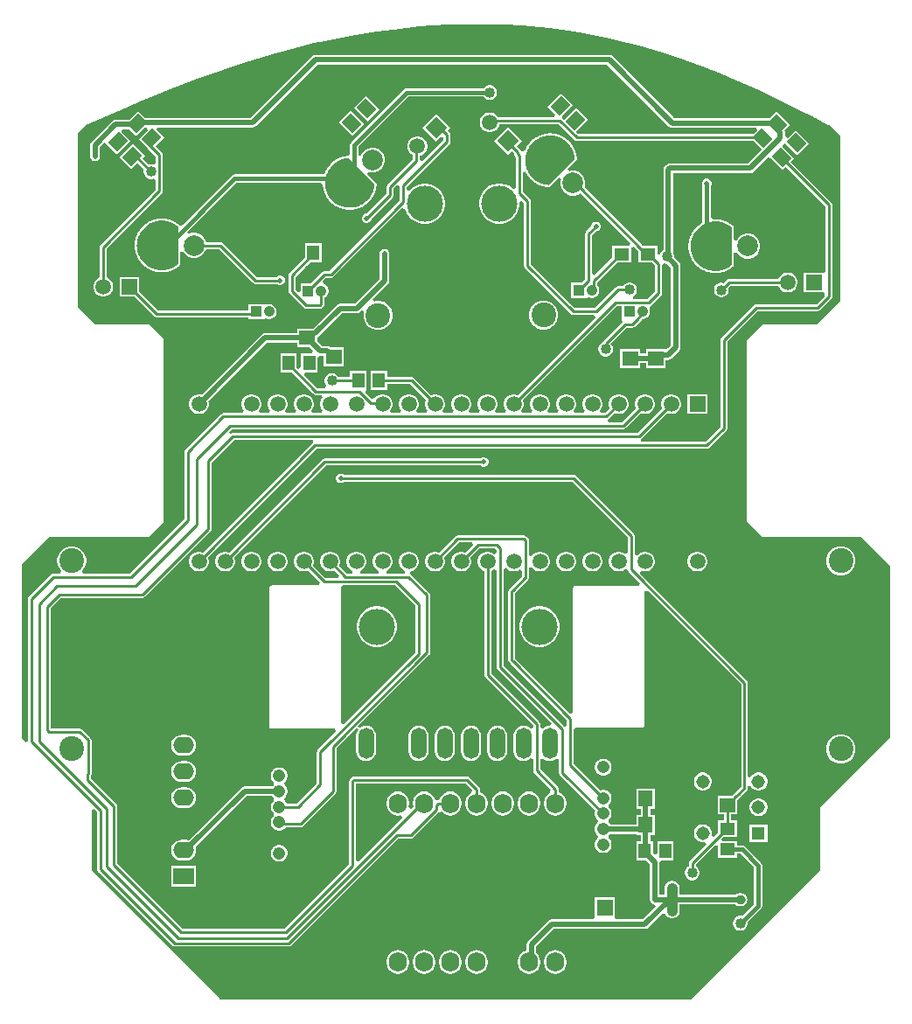
<source format=gbr>
G04*
G04 #@! TF.GenerationSoftware,Altium Limited,Altium Designer,26.2.0 (7)*
G04*
G04 Layer_Physical_Order=2*
G04 Layer_Color=16711680*
%FSTAX25Y25*%
%MOIN*%
G70*
G04*
G04 #@! TF.SameCoordinates,DDC7E0C6-02D7-4959-A8D0-6A7BEAAAFFDF*
G04*
G04*
G04 #@! TF.FilePolarity,Positive*
G04*
G01*
G75*
%ADD14C,0.01000*%
%ADD18R,0.05906X0.05512*%
%ADD19R,0.04724X0.05709*%
%ADD21R,0.05709X0.04724*%
%ADD23R,0.05512X0.05906*%
%ADD48C,0.06102*%
%ADD49R,0.06102X0.06102*%
%ADD52C,0.02000*%
%ADD53C,0.01500*%
%ADD54C,0.04756*%
%ADD55R,0.05937X0.05937*%
%ADD56C,0.05937*%
%ADD57O,0.05906X0.11811*%
%ADD58C,0.13780*%
%ADD59C,0.07874*%
%ADD60C,0.09449*%
%ADD61C,0.05150*%
%ADD62R,0.05150X0.05150*%
%ADD63R,0.07874X0.06299*%
%ADD64O,0.07874X0.06299*%
%ADD65R,0.04134X0.04134*%
%ADD66C,0.04134*%
%ADD67R,0.05937X0.05937*%
%ADD68P,0.08396X4X360.0*%
%ADD69P,0.08396X4X90.0*%
%ADD70O,0.06787X0.07575*%
%ADD71C,0.04000*%
%ADD72C,0.02000*%
%ADD73C,0.01000*%
G04:AMPARAMS|DCode=74|XSize=57.09mil|YSize=47.24mil|CornerRadius=0mil|HoleSize=0mil|Usage=FLASHONLY|Rotation=135.000|XOffset=0mil|YOffset=0mil|HoleType=Round|Shape=Rectangle|*
%AMROTATEDRECTD74*
4,1,4,0.03689,-0.00348,0.00348,-0.03689,-0.03689,0.00348,-0.00348,0.03689,0.03689,-0.00348,0.0*
%
%ADD74ROTATEDRECTD74*%

G04:AMPARAMS|DCode=75|XSize=57.09mil|YSize=47.24mil|CornerRadius=0mil|HoleSize=0mil|Usage=FLASHONLY|Rotation=45.000|XOffset=0mil|YOffset=0mil|HoleType=Round|Shape=Rectangle|*
%AMROTATEDRECTD75*
4,1,4,-0.00348,-0.03689,-0.03689,-0.00348,0.00348,0.03689,0.03689,0.00348,-0.00348,-0.03689,0.0*
%
%ADD75ROTATEDRECTD75*%

G04:AMPARAMS|DCode=76|XSize=39.54mil|YSize=125.28mil|CornerRadius=17.2mil|HoleSize=0mil|Usage=FLASHONLY|Rotation=180.000|XOffset=0mil|YOffset=0mil|HoleType=Round|Shape=RoundedRectangle|*
%AMROUNDEDRECTD76*
21,1,0.03954,0.09088,0,0,180.0*
21,1,0.00514,0.12528,0,0,180.0*
1,1,0.03440,-0.00257,0.04544*
1,1,0.03440,0.00257,0.04544*
1,1,0.03440,0.00257,-0.04544*
1,1,0.03440,-0.00257,-0.04544*
%
%ADD76ROUNDEDRECTD76*%
G04:AMPARAMS|DCode=77|XSize=39.54mil|YSize=34.34mil|CornerRadius=17.17mil|HoleSize=0mil|Usage=FLASHONLY|Rotation=180.000|XOffset=0mil|YOffset=0mil|HoleType=Round|Shape=RoundedRectangle|*
%AMROUNDEDRECTD77*
21,1,0.03954,0.00000,0,0,180.0*
21,1,0.00520,0.03434,0,0,180.0*
1,1,0.03434,-0.00260,0.00000*
1,1,0.03434,0.00260,0.00000*
1,1,0.03434,0.00260,0.00000*
1,1,0.03434,-0.00260,0.00000*
%
%ADD77ROUNDEDRECTD77*%
%ADD78R,0.03954X0.03434*%
G36*
X0016348Y0203467D02*
X0022812Y0203098D01*
X0033108Y0202104D01*
X0040358Y0201158D01*
X0044639Y0200468D01*
X00499Y0199506D01*
X0056283Y0198191D01*
X0068408Y0195161D01*
X0078639Y0192113D01*
X0085118Y0189948D01*
X0092656Y0187157D01*
X0098349Y0184896D01*
X0106753Y0181287D01*
X0113104Y0178401D01*
X0117691Y0176236D01*
X0122615Y0173894D01*
X0129094Y0170655D01*
X0132879Y0168938D01*
X0138877Y0165683D01*
X01404Y0164785D01*
X0144153Y0161112D01*
X014413Y0097999D01*
X0135296Y0089184D01*
X0114592Y0089187D01*
X0108636Y0083235D01*
X0108645Y0013912D01*
X0114354Y0008178D01*
X0152318Y0008179D01*
X016314Y-0002645D01*
X0163146Y-0068325D01*
X0136615Y-0094867D01*
Y-0118781D01*
X0087248Y-0168152D01*
X-0092076Y-0168154D01*
X-0141284Y-0118803D01*
X-0141287Y-0095824D01*
X-0140287Y-009541D01*
X-0139122Y-0096574D01*
Y-011842D01*
X-0139021Y-0118927D01*
X-0138734Y-0119357D01*
X-0110527Y-0147564D01*
X-0110097Y-0147851D01*
X-010959Y-0147952D01*
X-0066011D01*
X-0065504Y-0147851D01*
X-0065074Y-0147564D01*
X-0024449Y-0106939D01*
X-0019653D01*
X-0019146Y-0106838D01*
X-0018716Y-0106551D01*
X-0008848Y-0096683D01*
X-0008833Y-009666D01*
X-000772Y-0096533D01*
X-0007652Y-0096556D01*
X-000747Y-0096793D01*
X-0006594Y-0097465D01*
X-0005574Y-0097888D01*
X-0004479Y-0098032D01*
X-0003384Y-0097888D01*
X-0002364Y-0097465D01*
X-0001488Y-0096793D01*
X-0000816Y-0095917D01*
X-0000393Y-0094897D01*
X-0000249Y-0093802D01*
Y-0093015D01*
X-0000393Y-009192D01*
X-0000816Y-00909D01*
X-0001488Y-0090024D01*
X-0002364Y-0089351D01*
X-0003384Y-0088929D01*
X-0004479Y-0088785D01*
X-0005574Y-0088929D01*
X-0006594Y-0089351D01*
X-000747Y-0090024D01*
X-0008142Y-00909D01*
X-0008565Y-009192D01*
X-0009544Y-009208D01*
X-0009943Y-0092005D01*
X-0010549Y-0091544D01*
X-0010816Y-00909D01*
X-0011488Y-0090024D01*
X-0012364Y-0089351D01*
X-0013384Y-0088929D01*
X-0014479Y-0088785D01*
X-0015574Y-0088929D01*
X-0016594Y-0089351D01*
X-001747Y-0090024D01*
X-0018142Y-00909D01*
X-0018565Y-009192D01*
X-0018709Y-0093015D01*
Y-0093802D01*
X-0018612Y-0094541D01*
X-0019553Y-0095482D01*
X-0020401Y-0094916D01*
X-0020393Y-0094897D01*
X-0020249Y-0093802D01*
Y-0093015D01*
X-0020393Y-009192D01*
X-0020816Y-00909D01*
X-0021488Y-0090024D01*
X-0022364Y-0089351D01*
X-0023384Y-0088929D01*
X-0024479Y-0088785D01*
X-0025574Y-0088929D01*
X-0026594Y-0089351D01*
X-002747Y-0090024D01*
X-0028142Y-00909D01*
X-0028565Y-009192D01*
X-0028709Y-0093015D01*
Y-0093802D01*
X-0028565Y-0094897D01*
X-0028142Y-0095917D01*
X-002747Y-0096793D01*
X-0026594Y-0097465D01*
X-0025574Y-0097888D01*
X-0024479Y-0098032D01*
X-0023384Y-0097888D01*
X-0023366Y-009788D01*
X-0022799Y-0098728D01*
X-0039504Y-0115433D01*
X-0040428Y-011505D01*
Y-0085683D01*
X-0038651D01*
X-0038556Y-0085702D01*
X000129D01*
X0003725Y-0088137D01*
X0003492Y-0089316D01*
X0003406Y-0089351D01*
X000253Y-0090024D01*
X0001858Y-00909D01*
X0001435Y-009192D01*
X0001291Y-0093015D01*
Y-0093802D01*
X0001435Y-0094897D01*
X0001858Y-0095917D01*
X000253Y-0096793D01*
X0003406Y-0097465D01*
X0004426Y-0097888D01*
X0005521Y-0098032D01*
X0006616Y-0097888D01*
X0007636Y-0097465D01*
X0008512Y-0096793D01*
X0009184Y-0095917D01*
X0009607Y-0094897D01*
X0009751Y-0093802D01*
Y-0093015D01*
X0009607Y-009192D01*
X0009184Y-00909D01*
X0008512Y-0090024D01*
X0007636Y-0089351D01*
X0006846Y-0089024D01*
Y-0088059D01*
X0006745Y-0087551D01*
X0006458Y-0087121D01*
X0002776Y-0083439D01*
X0002346Y-0083152D01*
X0001839Y-0083051D01*
X-0038481D01*
X-0038575Y-0083032D01*
X-0041168D01*
X-0041675Y-0083133D01*
X-0042105Y-008342D01*
X-0042691Y-0084006D01*
X-0042978Y-0084436D01*
X-0043079Y-0084943D01*
Y-0116462D01*
X-0067644Y-0141027D01*
X-008698D01*
X-008715Y-0140993D01*
X-0106622D01*
X-0131406Y-011621D01*
Y-0094443D01*
X-0131507Y-0093936D01*
X-0131794Y-0093506D01*
X-0141456Y-0083843D01*
Y-0082605D01*
X-0141414Y-0082541D01*
X-0141313Y-0082033D01*
Y-0069264D01*
X-0141414Y-0068757D01*
X-0141701Y-0068326D01*
X-0144773Y-0065255D01*
X-0145203Y-0064968D01*
X-014571Y-0064867D01*
X-0156729D01*
Y-0018865D01*
X-0152837Y-0014972D01*
X-012189D01*
X-0121383Y-0014871D01*
X-0120953Y-0014584D01*
X-009594Y0010429D01*
X-0095653Y0010859D01*
X-0095552Y0011366D01*
Y0036603D01*
X-0086906Y0045249D01*
X-0056893D01*
X-0056798Y0044995D01*
X-0056726Y0044249D01*
X-0056992Y0044071D01*
X-0098755Y0002309D01*
X-0098871Y0002376D01*
X-0099829Y0002632D01*
X-0100821D01*
X-010178Y0002376D01*
X-0102639Y0001879D01*
X-0103341Y0001178D01*
X-0103837Y0000318D01*
X-0104094Y-000064D01*
Y-0001632D01*
X-0103837Y-0002591D01*
X-0103341Y-000345D01*
X-0102639Y-0004152D01*
X-010178Y-0004648D01*
X-0100821Y-0004905D01*
X-0099829D01*
X-0098871Y-0004648D01*
X-0098011Y-0004152D01*
X-009731Y-000345D01*
X-0096813Y-0002591D01*
X-0096557Y-0001632D01*
Y-000064D01*
X-0096813Y0000318D01*
X-009688Y0000434D01*
X-0055506Y0041809D01*
X0093241D01*
X0093749Y004191D01*
X0094179Y0042197D01*
X0100696Y0048714D01*
X0100983Y0049144D01*
X0101084Y0049652D01*
Y0082786D01*
X0112648Y009435D01*
X0135653D01*
X013616Y0094451D01*
X013659Y0094738D01*
X014082Y0098969D01*
X0141108Y0099399D01*
X0141209Y0099906D01*
Y0134744D01*
X0141108Y0135251D01*
X014082Y0135681D01*
X0125296Y0151206D01*
X012662Y015253D01*
X0122249Y0156901D01*
X0122362Y0157933D01*
X0123098Y0158244D01*
X0127716Y0153626D01*
X0132188Y0158098D01*
X0129774Y0160512D01*
X0129744Y0160564D01*
X0129223Y0161085D01*
X012917Y0161116D01*
X012702Y0163266D01*
X0124124Y0160369D01*
X0123124Y0160784D01*
Y016251D01*
X0122984Y0163212D01*
X0122937Y0163283D01*
X0124926Y0165271D01*
X0119758Y0170439D01*
X0117121Y0167803D01*
X0080951D01*
X0057342Y0191412D01*
X0056746Y019181D01*
X0056044Y019195D01*
X-0055879D01*
X-0056581Y019181D01*
X-0057177Y0191412D01*
X-008065Y0167939D01*
X-0120984D01*
X-0123621Y0170575D01*
X-0126954Y0167243D01*
X-0132187D01*
X-0132889Y0167103D01*
X-0133485Y0166705D01*
X-0141197Y0158993D01*
X-0141595Y0158398D01*
X-0141734Y0157695D01*
Y0153212D01*
X-0141699Y0153035D01*
Y0152854D01*
X-014163Y0152687D01*
X-0141595Y015251D01*
X-0141494Y0152359D01*
X-0141425Y0152192D01*
X-0141297Y0152065D01*
X-0141197Y0151914D01*
X-0141047Y0151814D01*
X-0140919Y0151686D01*
X-0140752Y0151617D01*
X-0140601Y0151517D01*
X-0140424Y0151481D01*
X-0140257Y0151412D01*
X-0140076D01*
X-0139899Y0151377D01*
X-0139722Y0151412D01*
X-0139541D01*
X-0139374Y0151481D01*
X-0139197Y0151517D01*
X-0139046Y0151617D01*
X-0138879Y0151686D01*
X-0138752Y0151814D01*
X-0138601Y0151914D01*
X-0138501Y0152065D01*
X-0138373Y0152192D01*
X-0138304Y0152359D01*
X-0138204Y015251D01*
X-0138168Y0152687D01*
X-0138099Y0152854D01*
Y0153035D01*
X-0138064Y0153212D01*
Y0156935D01*
X-0136922Y0158077D01*
X-0136103Y0158513D01*
X-0131631Y0154041D01*
X-0126463Y0159209D01*
X-0129902Y0162648D01*
X-0129519Y0163572D01*
X-0126954D01*
X-0124317Y0160935D01*
X-0121023Y0164229D01*
X-0120197Y0164145D01*
X-0119834Y0163227D01*
X-0123221Y015984D01*
X-0119759Y0156377D01*
X-0119686Y0156269D01*
X-0116692Y0153274D01*
Y0150711D01*
X-0117462Y0150161D01*
X-0117692Y0150101D01*
X-0118298Y0150263D01*
X-0119035D01*
X-0119474Y0150146D01*
X-0121932Y0152604D01*
X-0120895Y0153641D01*
X-0125367Y0158113D01*
X-0130535Y0152945D01*
X-0126063Y0148473D01*
X-0123807Y0150729D01*
X-0121349Y0148271D01*
X-0121466Y0147832D01*
Y0147095D01*
X-0121275Y0146383D01*
X-0120907Y0145744D01*
X-0120385Y0145223D01*
X-0119747Y0144854D01*
X-0119035Y0144663D01*
X-0118298D01*
X-0117692Y0144826D01*
X-0117462Y0144766D01*
X-0116692Y0144216D01*
Y0140628D01*
X-013774Y0119579D01*
X-0138028Y0119149D01*
X-0138129Y0118642D01*
Y0107107D01*
X-0138258Y0107073D01*
X-0139117Y0106577D01*
X-0139819Y0105875D01*
X-0140315Y0105016D01*
X-0140572Y0104057D01*
Y0103065D01*
X-0140315Y0102106D01*
X-0139819Y0101247D01*
X-0139117Y0100546D01*
X-0138258Y0100049D01*
X-0137299Y0099792D01*
X-0136307D01*
X-0135349Y0100049D01*
X-0134489Y0100546D01*
X-0133788Y0101247D01*
X-0133291Y0102106D01*
X-0133035Y0103065D01*
Y0104057D01*
X-0133291Y0105016D01*
X-0133788Y0105875D01*
X-0134489Y0106577D01*
X-0135349Y0107073D01*
X-0135478Y0107107D01*
Y0118093D01*
X-0114429Y0139141D01*
X-0114142Y0139571D01*
X-0114041Y0140079D01*
Y0153823D01*
X-0114142Y0154331D01*
X-0114429Y0154761D01*
X-0116893Y0157224D01*
X-0113581Y0160536D01*
X-011639Y0163344D01*
X-0116007Y0164268D01*
X-007989D01*
X-0079188Y0164408D01*
X-0078592Y0164806D01*
X-0055119Y0188279D01*
X0055284D01*
X0078894Y016467D01*
X0079489Y0164272D01*
X0080191Y0164132D01*
X0112144D01*
X0112526Y0163208D01*
X0111043Y0161725D01*
X0044225D01*
X0043242Y0162708D01*
X0047827Y0167292D01*
X0043355Y0171764D01*
X0038877Y0167287D01*
X0038149Y0167973D01*
X0038306Y0168907D01*
X0042259Y017286D01*
X0037787Y0177332D01*
X0032619Y0172164D01*
X0035645Y0169138D01*
X0035263Y0168214D01*
X0013704D01*
X0013513Y0168546D01*
X0012811Y0169247D01*
X0011952Y0169744D01*
X0010993Y0170001D01*
X0010001D01*
X0009043Y0169744D01*
X0008183Y0169247D01*
X0007482Y0168546D01*
X0006985Y0167687D01*
X0006729Y0166728D01*
Y0165736D01*
X0006985Y0164777D01*
X0007482Y0163918D01*
X0008183Y0163216D01*
X0009043Y016272D01*
X0010001Y0162463D01*
X0010993D01*
X0011952Y016272D01*
X0012811Y0163216D01*
X0013513Y0163918D01*
X0014009Y0164777D01*
X0014219Y0165563D01*
X0036638D01*
X0042739Y0159462D01*
X0043169Y0159175D01*
X0043676Y0159074D01*
X0111043D01*
X0114295Y0155822D01*
X0109027Y0150554D01*
X0079121D01*
X0078418Y0150414D01*
X0077823Y0150016D01*
X0077237Y014943D01*
X007684Y0148835D01*
X00767Y0148133D01*
Y0117523D01*
X0076325Y0117307D01*
X0075804Y0116785D01*
X0075435Y0116147D01*
X0075352Y0115836D01*
X0074352Y0115968D01*
Y0119168D01*
X0068918D01*
X0046693Y0141394D01*
X0046976Y0142452D01*
Y0143699D01*
X0046653Y0144904D01*
X004603Y0145984D01*
X0045148Y0146866D01*
X0044067Y0147489D01*
X0042863Y0147812D01*
X0041615D01*
X0040733Y0147576D01*
X0040215Y0148472D01*
X0043512Y0151769D01*
X0043526Y015179D01*
X0043546Y0151805D01*
X0043614Y0151921D01*
X0043689Y0152033D01*
X0043694Y0152058D01*
X0043706Y015208D01*
X0043725Y0152213D01*
X0043751Y0152345D01*
X0043746Y0152371D01*
X0043749Y0152396D01*
X0043731Y0152684D01*
X0043728Y0152696D01*
X004373Y0152707D01*
X0043709Y0152936D01*
X0043706Y0152946D01*
X0043707Y0152957D01*
X0043681Y0153185D01*
X0043677Y0153195D01*
X0043678Y0153206D01*
X0043646Y0153434D01*
X0043642Y0153443D01*
X0043643Y0153454D01*
X0043605Y0153681D01*
X0043601Y015369D01*
X0043601Y0153701D01*
X0043558Y0153927D01*
X0043554Y0153936D01*
X0043554Y0153947D01*
X0043505Y0154172D01*
X0043501Y0154181D01*
X00435Y0154191D01*
X0043445Y0154415D01*
X0043441Y0154424D01*
X004344Y0154435D01*
X004338Y0154657D01*
X0043376Y0154666D01*
X0043374Y0154676D01*
X0043309Y0154897D01*
X0043304Y0154906D01*
X0043303Y0154916D01*
X0043231Y0155135D01*
X0043226Y0155144D01*
X0043225Y0155154D01*
X0043148Y0155371D01*
X0043143Y015538D01*
X0043141Y015539D01*
X0043059Y0155605D01*
X0043053Y0155614D01*
X0043051Y0155624D01*
X0042964Y0155837D01*
X0042958Y0155846D01*
X0042956Y0155856D01*
X0042863Y0156066D01*
X0042857Y0156075D01*
X0042855Y0156085D01*
X0042757Y0156293D01*
X004275Y0156301D01*
X0042748Y0156311D01*
X0042644Y0156517D01*
X0042638Y0156525D01*
X0042635Y0156535D01*
X0042527Y0156738D01*
X004252Y0156746D01*
X0042517Y0156756D01*
X0042404Y0156956D01*
X0042397Y0156964D01*
X0042393Y0156974D01*
X0042275Y0157171D01*
X0042268Y0157179D01*
X0042264Y0157188D01*
X0042141Y0157383D01*
X0042134Y015739D01*
X004213Y01574D01*
X0042002Y0157591D01*
X0041995Y0157598D01*
X004199Y0157608D01*
X0041857Y0157796D01*
X004185Y0157803D01*
X0041846Y0157812D01*
X0041708Y0157997D01*
X00417Y0158004D01*
X0041696Y0158013D01*
X0041554Y0158194D01*
X0041546Y0158201D01*
X0041541Y015821D01*
X0041394Y0158387D01*
X0041386Y0158394D01*
X0041381Y0158403D01*
X004123Y0158576D01*
X0041222Y0158583D01*
X0041217Y0158592D01*
X0041061Y0158762D01*
X0041053Y0158768D01*
X0041048Y0158776D01*
X0040888Y0158942D01*
X0040881Y0158948D01*
X0040876Y0158955D01*
X0040755Y0159075D01*
X0040686Y0159144D01*
X0040672Y0159154D01*
X0040662Y0159168D01*
X0040276Y0159522D01*
X0040257Y0159534D01*
X0040243Y0159551D01*
X0039865Y0159864D01*
X0039846Y0159874D01*
X0039831Y015989D01*
X0039437Y0160182D01*
X0039418Y0160192D01*
X0039403Y0160207D01*
X0038994Y0160478D01*
X0038974Y0160487D01*
X0038958Y0160501D01*
X0038536Y0160751D01*
X0038515Y0160758D01*
X0038499Y0160772D01*
X0038064Y0161D01*
X0038043Y0161006D01*
X0038026Y0161019D01*
X003758Y0161224D01*
X0037559Y0161229D01*
X0037541Y016124D01*
X0037085Y0161422D01*
X0037064Y0161426D01*
X0037046Y0161437D01*
X0036581Y0161595D01*
X003656Y0161598D01*
X0036541Y0161608D01*
X0036068Y0161741D01*
X0036047Y0161743D01*
X0036027Y0161752D01*
X0035549Y0161861D01*
X0035527Y0161862D01*
X0035507Y016187D01*
X0035024Y0161954D01*
X0035002Y0161953D01*
X0034982Y016196D01*
X0034494Y0162019D01*
X0034473Y0162017D01*
X0034452Y0162023D01*
X0033963Y0162057D01*
X0033941Y0162054D01*
X003392Y0162059D01*
X003343Y0162067D01*
X0033408Y0162063D01*
X0033387Y0162067D01*
X0032897Y016205D01*
X0032876Y0162045D01*
X0032855Y0162047D01*
X0032365Y0162005D01*
X0032345Y0161999D01*
X0032323Y0162D01*
X0031837Y0161933D01*
X0031817Y0161925D01*
X0031795Y0161926D01*
X0031313Y0161833D01*
X0031293Y0161825D01*
X0031272Y0161824D01*
X0030795Y0161706D01*
X0030776Y0161697D01*
X0030755Y0161695D01*
X0030285Y0161553D01*
X0030266Y0161543D01*
X0030245Y016154D01*
X0029783Y0161374D01*
X0029764Y0161363D01*
X0029743Y0161358D01*
X0029291Y0161169D01*
X0029273Y0161156D01*
X0029252Y0161151D01*
X002881Y0160938D01*
X0028793Y0160925D01*
X0028772Y0160919D01*
X0028341Y0160683D01*
X0028325Y0160669D01*
X0028305Y0160662D01*
X0027887Y0160404D01*
X0027871Y016039D01*
X0027852Y0160381D01*
X0027448Y0160102D01*
X0027433Y0160087D01*
X0027413Y0160078D01*
X0027024Y0159778D01*
X002701Y0159762D01*
X0026992Y0159751D01*
X0026619Y0159432D01*
X0026606Y0159416D01*
X0026588Y0159405D01*
X0026256Y015909D01*
X0026243Y0159072D01*
X0026224Y0159058D01*
X0025909Y0158726D01*
X0025898Y0158708D01*
X0025882Y0158695D01*
X0025563Y0158323D01*
X0025552Y0158304D01*
X0025536Y015829D01*
X0025237Y0157901D01*
X0025227Y0157881D01*
X0025212Y0157867D01*
X0024933Y0157463D01*
X0024924Y0157443D01*
X002491Y0157427D01*
X0024652Y0157009D01*
X0024645Y0156989D01*
X0024631Y0156973D01*
X0024395Y0156542D01*
X0024389Y0156521D01*
X0024376Y0156504D01*
X0024163Y0156062D01*
X0024158Y0156041D01*
X0024146Y0156024D01*
X0023956Y0155571D01*
X0023952Y015555D01*
X0023941Y0155531D01*
X0023915Y0155462D01*
X0022944Y0155122D01*
X0022774Y0155141D01*
X0022393Y015541D01*
X0022372Y0155514D01*
X0022085Y0155944D01*
X0020883Y0157146D01*
X0022898Y0159161D01*
X0017568Y016449D01*
X0012239Y0159161D01*
X0017568Y0153832D01*
X0019008Y0155272D01*
X0019822Y0154458D01*
Y015425D01*
X0019923Y0153743D01*
X0020211Y0153313D01*
X0020583Y015294D01*
Y0141171D01*
X0019582Y0140756D01*
X0019072Y0141266D01*
X0017813Y0142108D01*
X0016413Y0142688D01*
X0014928Y0142983D01*
X0013413D01*
X0011928Y0142688D01*
X0010528Y0142108D01*
X0009268Y0141266D01*
X0008197Y0140195D01*
X0007356Y0138936D01*
X0006776Y0137536D01*
X0006481Y0136051D01*
Y0134536D01*
X0006776Y013305D01*
X0007356Y0131651D01*
X0008197Y0130391D01*
X0009268Y012932D01*
X0010528Y0128479D01*
X0011928Y0127899D01*
X0013413Y0127603D01*
X0014928D01*
X0016413Y0127899D01*
X0017813Y0128479D01*
X0019072Y012932D01*
X0020143Y0130391D01*
X0020985Y0131651D01*
X0021565Y013305D01*
X002186Y0134536D01*
Y0135897D01*
X0022226Y0136165D01*
X002282Y0136351D01*
X0023559Y0135612D01*
Y0111594D01*
X002366Y0111087D01*
X0023947Y0110657D01*
X0041473Y0093131D01*
X0041903Y0092844D01*
X0042411Y0092743D01*
X0050265D01*
X005068Y0091743D01*
X0021245Y0062309D01*
X0021129Y0062375D01*
X0020171Y0062632D01*
X0019179D01*
X001822Y0062375D01*
X0017361Y0061879D01*
X0016659Y0061178D01*
X0016163Y0060318D01*
X0015906Y005936D01*
Y0058368D01*
X0016163Y0057409D01*
X0016659Y005655D01*
X0016804Y0056405D01*
X0016389Y0055405D01*
X001296D01*
X0012546Y0056405D01*
X001269Y005655D01*
X0013186Y0057409D01*
X0013443Y0058368D01*
Y005936D01*
X0013186Y0060318D01*
X001269Y0061178D01*
X0011989Y0061879D01*
X0011129Y0062375D01*
X0010171Y0062632D01*
X0009179D01*
X000822Y0062375D01*
X0007361Y0061879D01*
X0006659Y0061178D01*
X0006163Y0060318D01*
X0005906Y005936D01*
Y0058368D01*
X0006163Y0057409D01*
X0006659Y005655D01*
X0006804Y0056405D01*
X000639Y0055405D01*
X000296D01*
X0002546Y0056405D01*
X000269Y005655D01*
X0003187Y0057409D01*
X0003443Y0058368D01*
Y005936D01*
X0003187Y0060318D01*
X000269Y0061178D01*
X0001989Y0061879D01*
X0001129Y0062375D01*
X0000171Y0062632D01*
X-0000821D01*
X-000178Y0062375D01*
X-0002639Y0061879D01*
X-0003341Y0061178D01*
X-0003837Y0060318D01*
X-0004094Y005936D01*
Y0058368D01*
X-0003837Y0057409D01*
X-0003341Y005655D01*
X-0003196Y0056405D01*
X-000361Y0055405D01*
X-000704D01*
X-0007454Y0056405D01*
X-000731Y005655D01*
X-0006814Y0057409D01*
X-0006557Y0058368D01*
Y005936D01*
X-0006814Y0060318D01*
X-000731Y0061178D01*
X-0008011Y0061879D01*
X-0008871Y0062375D01*
X-0009829Y0062632D01*
X-0010821D01*
X-001178Y0062375D01*
X-0011896Y0062309D01*
X-0018368Y0068781D01*
X-0018798Y0069069D01*
X-0019306Y006917D01*
X-0028518D01*
Y0071498D01*
X-0034842D01*
Y006419D01*
X-0028518D01*
Y0066519D01*
X-0019854D01*
X-001377Y0060434D01*
X-0013837Y0060318D01*
X-0014094Y005936D01*
Y0058368D01*
X-0013837Y0057409D01*
X-0013341Y005655D01*
X-0013196Y0056405D01*
X-0013611Y0055405D01*
X-001704D01*
X-0017454Y0056405D01*
X-001731Y005655D01*
X-0016814Y0057409D01*
X-0016557Y0058368D01*
Y005936D01*
X-0016814Y0060318D01*
X-001731Y0061178D01*
X-0018011Y0061879D01*
X-0018871Y0062375D01*
X-0019829Y0062632D01*
X-0020821D01*
X-002178Y0062375D01*
X-0022639Y0061879D01*
X-0023341Y0061178D01*
X-0023837Y0060318D01*
X-0024094Y005936D01*
Y0058368D01*
X-0023837Y0057409D01*
X-0023341Y005655D01*
X-0023196Y0056405D01*
X-002361Y0055405D01*
X-002704D01*
X-0027454Y0056405D01*
X-002731Y005655D01*
X-0026814Y0057409D01*
X-0026557Y0058368D01*
Y005936D01*
X-0026814Y0060318D01*
X-002731Y0061178D01*
X-0028011Y0061879D01*
X-0028871Y0062375D01*
X-0029829Y0062632D01*
X-0030821D01*
X-003178Y0062375D01*
X-0032639Y0061879D01*
X-0033341Y0061178D01*
X-0033401Y0061073D01*
X-0034516Y0060966D01*
X-0036816Y0063266D01*
X-0036434Y006419D01*
X-0036392D01*
Y0071498D01*
X-0042716D01*
Y006917D01*
X-0047209D01*
X-0047397Y0069496D01*
X-0047918Y0070017D01*
X-0048557Y0070386D01*
X-0049269Y0070577D01*
X-0050006D01*
X-0050718Y0070386D01*
X-0051357Y0070017D01*
X-0051878Y0069496D01*
X-0052247Y0068858D01*
X-0052438Y0068145D01*
Y0067408D01*
X-0052247Y0066696D01*
X-0051878Y0066057D01*
X-0051836Y0066015D01*
X-005225Y0065015D01*
X-0055234D01*
X-0060211Y0069993D01*
X-0059828Y0070916D01*
X-0055136D01*
Y007652D01*
X-005509Y0076606D01*
X-0054135Y0077273D01*
X-0054096Y0077266D01*
X-0052721D01*
Y0073289D01*
X-0045216D01*
Y0080401D01*
X-0050127D01*
X-0050719Y0080796D01*
X-0051421Y0080936D01*
X-0053335D01*
X-0055302Y0082903D01*
Y0084174D01*
X-0054787Y0084518D01*
X-0045791Y0093514D01*
X-0040144D01*
X-0039441Y0093654D01*
X-0038846Y0094051D01*
X-0038325Y0094573D01*
X-0037428Y0094055D01*
X-0037611Y0093372D01*
Y0091918D01*
X-0037235Y0090513D01*
X-0036507Y0089253D01*
X-0035479Y0088224D01*
X-0034219Y0087497D01*
X-0032814Y008712D01*
X-0031359D01*
X-0029954Y0087497D01*
X-0028694Y0088224D01*
X-0027666Y0089253D01*
X-0026939Y0090513D01*
X-0026562Y0091918D01*
Y0093372D01*
X-0026939Y0094777D01*
X-0027666Y0096037D01*
X-0028694Y0097066D01*
X-0029954Y0097793D01*
X-0031359Y0098169D01*
X-0032814D01*
X-0033497Y0097986D01*
X-0034015Y0098883D01*
X-002832Y0104578D01*
X-0027922Y0105173D01*
X-0027782Y0105876D01*
Y0116216D01*
X-0027817Y0116393D01*
Y0116574D01*
X-0027887Y0116741D01*
X-0027922Y0116918D01*
X-0028022Y0117068D01*
X-0028091Y0117235D01*
X-0028219Y0117363D01*
X-002832Y0117514D01*
X-002847Y0117614D01*
X-0028598Y0117742D01*
X-0028765Y0117811D01*
X-0028915Y0117911D01*
X-0029092Y0117947D01*
X-0029259Y0118016D01*
X-002944D01*
X-0029617Y0118051D01*
X-0029795Y0118016D01*
X-0029975D01*
X-0030142Y0117947D01*
X-003032Y0117911D01*
X-003047Y0117811D01*
X-0030637Y0117742D01*
X-0030765Y0117614D01*
X-0030915Y0117514D01*
X-0031015Y0117363D01*
X-0031143Y0117235D01*
X-0031212Y0117068D01*
X-0031313Y0116918D01*
X-0031348Y0116741D01*
X-0031417Y0116574D01*
Y0116393D01*
X-0031453Y0116216D01*
Y0106636D01*
X-0040904Y0097184D01*
X-0046552D01*
X-0047254Y0097045D01*
X-0047849Y0096647D01*
X-0056845Y0087651D01*
X-0057299D01*
X-0057477Y0087616D01*
X-0062808D01*
Y0085896D01*
X-0075129D01*
X-0075831Y0085756D01*
X-0076426Y0085358D01*
X-0099295Y0062489D01*
X-0099829Y0062632D01*
X-0100821D01*
X-010178Y0062375D01*
X-0102639Y0061879D01*
X-0103341Y0061178D01*
X-0103837Y0060318D01*
X-0104094Y005936D01*
Y0058368D01*
X-0103837Y0057409D01*
X-0103341Y005655D01*
X-0102639Y0055848D01*
X-010178Y0055352D01*
X-0100821Y0055095D01*
X-0099829D01*
X-0098871Y0055352D01*
X-0098011Y0055848D01*
X-009731Y005655D01*
X-0096813Y0057409D01*
X-0096557Y0058368D01*
Y005936D01*
X-00967Y0059894D01*
X-0074369Y0082225D01*
X-0062808D01*
Y0080504D01*
X-0058095D01*
X-0056739Y0079149D01*
X-0057122Y0078225D01*
X-006146D01*
Y0072714D01*
X-0062366Y0072322D01*
X-006301Y0072846D01*
Y0078225D01*
X-0069334D01*
Y0070916D01*
X-0064884D01*
X-005672Y0062752D01*
X-005629Y0062465D01*
X-0055783Y0062364D01*
X-0053568D01*
X-0053154Y0061364D01*
X-0053341Y0061178D01*
X-0053837Y0060318D01*
X-0054094Y005936D01*
Y0058368D01*
X-0053837Y0057409D01*
X-0053341Y005655D01*
X-0053196Y0056405D01*
X-005361Y0055405D01*
X-005704D01*
X-0057454Y0056405D01*
X-005731Y005655D01*
X-0056814Y0057409D01*
X-0056557Y0058368D01*
Y005936D01*
X-0056814Y0060318D01*
X-005731Y0061178D01*
X-0058011Y0061879D01*
X-0058871Y0062375D01*
X-0059829Y0062632D01*
X-0060821D01*
X-006178Y0062375D01*
X-0062639Y0061879D01*
X-0063341Y0061178D01*
X-0063837Y0060318D01*
X-0064094Y005936D01*
Y0058368D01*
X-0063837Y0057409D01*
X-0063341Y005655D01*
X-0063196Y0056405D01*
X-0063611Y0055405D01*
X-006704D01*
X-0067454Y0056405D01*
X-006731Y005655D01*
X-0066813Y0057409D01*
X-0066557Y0058368D01*
Y005936D01*
X-0066813Y0060318D01*
X-006731Y0061178D01*
X-0068011Y0061879D01*
X-0068871Y0062375D01*
X-0069829Y0062632D01*
X-0070821D01*
X-007178Y0062375D01*
X-0072639Y0061879D01*
X-0073341Y0061178D01*
X-0073837Y0060318D01*
X-0074094Y005936D01*
Y0058368D01*
X-0073837Y0057409D01*
X-0073341Y005655D01*
X-0073196Y0056405D01*
X-0073611Y0055405D01*
X-007704D01*
X-0077454Y0056405D01*
X-007731Y005655D01*
X-0076814Y0057409D01*
X-0076557Y0058368D01*
Y005936D01*
X-0076814Y0060318D01*
X-007731Y0061178D01*
X-0078011Y0061879D01*
X-0078871Y0062375D01*
X-0079829Y0062632D01*
X-0080821D01*
X-008178Y0062375D01*
X-0082639Y0061879D01*
X-0083341Y0061178D01*
X-0083837Y0060318D01*
X-0084094Y005936D01*
Y0058368D01*
X-0083837Y0057409D01*
X-0083341Y005655D01*
X-0083196Y0056405D01*
X-008361Y0055405D01*
X-0091026D01*
X-0091533Y0055304D01*
X-0091963Y0055017D01*
X-0105442Y0041538D01*
X-010573Y0041108D01*
X-0105831Y0040601D01*
Y0015232D01*
X-0126812Y-0005749D01*
X-0144479D01*
X-0144893Y-0004749D01*
X-0144413Y-0004269D01*
X-0143685Y-0003009D01*
X-0143309Y-0001604D01*
Y-0000149D01*
X-0143685Y0001256D01*
X-0144413Y0002515D01*
X-0145441Y0003544D01*
X-0146701Y0004271D01*
X-0148106Y0004648D01*
X-0149561D01*
X-0150966Y0004271D01*
X-0152225Y0003544D01*
X-0153254Y0002515D01*
X-0153981Y0001256D01*
X-0154358Y-0000149D01*
Y-0001604D01*
X-0153981Y-0003009D01*
X-0153254Y-0004269D01*
X-0152774Y-0004749D01*
X-0153188Y-0005749D01*
X-0155837D01*
X-0156345Y-000585D01*
X-0156775Y-0006138D01*
X-0165075Y-0014438D01*
X-0165362Y-0014868D01*
X-0165463Y-0015375D01*
Y-0069527D01*
X-0165837Y-00698D01*
X-0166424Y-0069981D01*
X-0167895Y-0068508D01*
X-0167894Y-0002322D01*
X-0157443Y0008137D01*
X-0119474Y0008139D01*
X-0113876Y001375D01*
X-0113877Y0083819D01*
X-0119236Y008918D01*
X-0139951Y0089131D01*
X-0146597Y0095764D01*
X-014659Y0162106D01*
X-0143437Y0165274D01*
X-0130204Y0171023D01*
X-0122778Y0174119D01*
X-0117967Y0176123D01*
X-0110381Y0179138D01*
X-0101785Y0182426D01*
X-0091184Y0186259D01*
X-0084352Y0188569D01*
X-0077712Y0190702D01*
X-007133Y0192594D01*
X-0064947Y0194326D01*
X-0056607Y0196411D01*
X-0052309Y0197373D01*
X-0047546Y0198335D01*
X-0040633Y0199586D01*
X-003239Y0200853D01*
X-0026199Y0201687D01*
X-001624Y020273D01*
X-0011381Y0203114D01*
X-0005254Y0203435D01*
X0007255Y0203708D01*
X0016348Y0203467D01*
D02*
G37*
G36*
X0033906Y0161243D02*
X0034396Y0161209D01*
X0034884Y016115D01*
X0035367Y0161066D01*
X0035846Y0160957D01*
X0036318Y0160823D01*
X0036783Y0160665D01*
X0037239Y0160483D01*
X0037685Y0160278D01*
X003812Y0160049D01*
X0038542Y0159799D01*
X0038951Y0159527D01*
X0039345Y0159235D01*
X0039724Y0158922D01*
X0040109Y0158567D01*
X0040179Y0158498D01*
X00403Y0158377D01*
X0040459Y0158211D01*
X0040615Y0158042D01*
X0040765Y0157868D01*
X0040912Y015769D01*
X0041054Y0157509D01*
X0041191Y0157325D01*
X0041324Y0157137D01*
X0041452Y0156946D01*
X0041576Y0156752D01*
X0041694Y0156554D01*
X0041807Y0156354D01*
X0041915Y0156151D01*
X0042019Y0155945D01*
X0042117Y0155737D01*
X0042209Y0155527D01*
X0042297Y0155314D01*
X0042379Y0155099D01*
X0042456Y0154882D01*
X0042527Y0154663D01*
X0042593Y0154443D01*
X0042653Y0154221D01*
X0042708Y0153997D01*
X0042757Y0153773D01*
X00428Y0153547D01*
X0042838Y015332D01*
X004287Y0153092D01*
X0042897Y0152863D01*
X0042917Y0152634D01*
X0042935Y0152345D01*
X0038119Y0147529D01*
X0032969Y0142379D01*
X003268Y0142397D01*
X0032451Y0142418D01*
X0032222Y0142444D01*
X0031994Y0142476D01*
X0031767Y0142514D01*
X0031541Y0142557D01*
X0031317Y0142606D01*
X0031093Y0142661D01*
X0030871Y0142721D01*
X0030651Y0142787D01*
X0030432Y0142858D01*
X0030215Y0142935D01*
X003Y0143017D01*
X0029787Y0143105D01*
X0029577Y0143198D01*
X0029369Y0143296D01*
X0029163Y0143399D01*
X002896Y0143507D01*
X002876Y014362D01*
X0028563Y0143739D01*
X0028368Y0143862D01*
X0028177Y014399D01*
X0027989Y0144123D01*
X0027805Y014426D01*
X0027624Y0144402D01*
X0027446Y0144549D01*
X0027273Y01447D01*
X0027103Y0144855D01*
X0026937Y0145014D01*
X0026816Y0145135D01*
X0026747Y0145205D01*
X0026392Y014559D01*
X0026079Y0145969D01*
X0025787Y0146363D01*
X0025515Y0146772D01*
X0025265Y0147194D01*
X0025036Y0147629D01*
X0024831Y0148075D01*
X0024649Y0148531D01*
X0024491Y0148996D01*
X0024357Y0149468D01*
X0024248Y0149947D01*
X0024164Y0150431D01*
X0024105Y0150918D01*
X0024071Y0151408D01*
X0024063Y0151899D01*
X002408Y0152389D01*
X0024122Y0152878D01*
X002419Y0153365D01*
X0024282Y0153847D01*
X00244Y0154323D01*
X0024542Y0154793D01*
X0024708Y0155255D01*
X0024898Y0155708D01*
X0025111Y015615D01*
X0025346Y0156581D01*
X0025604Y0156999D01*
X0025883Y0157403D01*
X0026182Y0157792D01*
X0026502Y0158165D01*
X0026816Y0158498D01*
X0027149Y0158812D01*
X0027522Y0159132D01*
X0027911Y0159431D01*
X0028315Y015971D01*
X0028733Y0159968D01*
X0029164Y0160203D01*
X0029606Y0160416D01*
X0030059Y0160606D01*
X0030521Y0160772D01*
X0030991Y0160914D01*
X0031467Y0161032D01*
X0031949Y0161125D01*
X0032436Y0161192D01*
X0032925Y0161234D01*
X0033415Y0161251D01*
X0033906Y0161243D01*
D02*
G37*
G36*
X0024296Y0147288D02*
X0024308Y0147271D01*
X0024314Y014725D01*
X0024542Y0146815D01*
X0024556Y0146799D01*
X0024563Y0146779D01*
X0024813Y0146356D01*
X0024827Y014634D01*
X0024836Y014632D01*
X0025107Y0145912D01*
X0025123Y0145896D01*
X0025132Y0145877D01*
X0025424Y0145483D01*
X002544Y0145468D01*
X002545Y014545D01*
X0025763Y0145071D01*
X002578Y0145057D01*
X0025792Y0145038D01*
X0026147Y0144652D01*
X002616Y0144642D01*
X002617Y0144628D01*
X002624Y0144558D01*
X0026359Y0144438D01*
X0026367Y0144433D01*
X0026372Y0144426D01*
X0026538Y0144267D01*
X0026546Y0144261D01*
X0026553Y0144253D01*
X0026722Y0144097D01*
X0026731Y0144092D01*
X0026738Y0144084D01*
X0026911Y0143933D01*
X002692Y0143928D01*
X0026927Y014392D01*
X0027104Y0143773D01*
X0027114Y0143768D01*
X002712Y0143761D01*
X0027301Y0143619D01*
X002731Y0143614D01*
X0027318Y0143606D01*
X0027502Y0143469D01*
X0027511Y0143464D01*
X0027518Y0143457D01*
X0027706Y0143324D01*
X0027716Y014332D01*
X0027723Y0143312D01*
X0027914Y0143184D01*
X0027924Y014318D01*
X0027931Y0143173D01*
X0028126Y014305D01*
X0028135Y0143046D01*
X0028143Y0143039D01*
X002834Y0142921D01*
X002835Y0142917D01*
X0028358Y0142911D01*
X0028558Y0142797D01*
X0028568Y0142794D01*
X0028576Y0142787D01*
X0028779Y0142679D01*
X0028789Y0142676D01*
X0028797Y014267D01*
X0029003Y0142567D01*
X0029013Y0142564D01*
X0029021Y0142558D01*
X0029229Y014246D01*
X0029239Y0142457D01*
X0029248Y0142451D01*
X0029458Y0142358D01*
X0029469Y0142356D01*
X0029477Y014235D01*
X002969Y0142263D01*
X00297Y0142261D01*
X0029709Y0142255D01*
X0029924Y0142173D01*
X0029934Y0142172D01*
X0029943Y0142166D01*
X003016Y0142089D01*
X003017Y0142088D01*
X0030179Y0142083D01*
X0030398Y0142012D01*
X0030408Y014201D01*
X0030417Y0142006D01*
X0030638Y014194D01*
X0030648Y0141939D01*
X0030658Y0141934D01*
X003088Y0141874D01*
X003089Y0141873D01*
X0030899Y0141869D01*
X0031123Y0141814D01*
X0031133Y0141814D01*
X0031143Y0141809D01*
X0031367Y014176D01*
X0031378Y014176D01*
X0031388Y0141756D01*
X0031613Y0141713D01*
X0031624Y0141713D01*
X0031633Y0141709D01*
X0031861Y0141672D01*
X0031871Y0141672D01*
X0031881Y0141668D01*
X0032109Y0141636D01*
X0032119Y0141637D01*
X0032129Y0141634D01*
X0032357Y0141607D01*
X0032368Y0141608D01*
X0032378Y0141605D01*
X0032607Y0141585D01*
X0032618Y0141586D01*
X003263Y0141583D01*
X0032919Y0141565D01*
X0032944Y0141568D01*
X0032969Y0141563D01*
X0033101Y014159D01*
X0033234Y0141608D01*
X0033256Y0141621D01*
X0033281Y0141625D01*
X0033393Y01417D01*
X0033509Y0141768D01*
X0033524Y0141788D01*
X0033546Y0141802D01*
X0036842Y0145099D01*
X0037738Y0144581D01*
X0037502Y0143699D01*
Y0142452D01*
X0037825Y0141247D01*
X0038449Y0140166D01*
X0039331Y0139285D01*
X0040411Y0138661D01*
X0041615Y0138338D01*
X0042863D01*
X0044067Y0138661D01*
X0045088Y013925D01*
X0064138Y0120199D01*
X0063724Y0119199D01*
X0057202D01*
Y0114749D01*
X0050496Y0108043D01*
X0049572Y0108425D01*
Y0123228D01*
X0051087Y0124743D01*
X0051371D01*
X0052032Y0125017D01*
X0052539Y0125523D01*
X0052813Y0126185D01*
Y0126901D01*
X0052539Y0127562D01*
X0052032Y0128069D01*
X0051371Y0128343D01*
X0050655D01*
X0049993Y0128069D01*
X0049487Y0127562D01*
X0049213Y0126901D01*
Y0126617D01*
X0047309Y0124714D01*
X0047022Y0124284D01*
X0046921Y0123777D01*
Y0106593D01*
X0045439Y0105111D01*
X004158D01*
Y0099377D01*
X0047314D01*
Y0099377D01*
X0048314Y0099588D01*
X004834Y0099572D01*
X0049069Y0099377D01*
X0049824D01*
X0050553Y0099572D01*
X0051207Y009995D01*
X0051741Y0100484D01*
X0052118Y0101137D01*
X0052314Y0101867D01*
Y0102621D01*
X0052118Y0103351D01*
X0051741Y0104004D01*
X0051372Y0104374D01*
Y010517D01*
X0059077Y0112875D01*
X0064511D01*
Y0118412D01*
X0065511Y0118826D01*
X0067043Y0117294D01*
Y0112844D01*
X0072478D01*
X0073527Y0111795D01*
Y0101721D01*
X0070708Y0098903D01*
X0065216D01*
X006513Y0099121D01*
X0065047Y0099903D01*
X0065501Y0100165D01*
X0066023Y0100686D01*
X0066391Y0101325D01*
X0066582Y0102037D01*
Y0102774D01*
X0066391Y0103486D01*
X0066023Y0104125D01*
X0065501Y0104646D01*
X0064863Y0105015D01*
X0064151Y0105206D01*
X0063414D01*
X0062701Y0105015D01*
X0062063Y0104646D01*
X0061542Y0104125D01*
X0061314Y0103731D01*
X005937D01*
X0058863Y010363D01*
X0058433Y0103343D01*
X0050484Y0095394D01*
X004296D01*
X002621Y0112144D01*
Y0136161D01*
X0026109Y0136668D01*
X0025822Y0137099D01*
X0023233Y0139687D01*
Y0147204D01*
X0024233Y0147423D01*
X0024296Y0147288D01*
D02*
G37*
G36*
X0117642Y0152564D02*
X0122148Y0148058D01*
X0123422Y0149331D01*
X0138558Y0134195D01*
Y0109647D01*
X0137831Y0108987D01*
X0137558Y0108987D01*
X0130294D01*
Y010145D01*
X0137558D01*
X0137831Y010145D01*
X0138055Y0101247D01*
X0138083Y009998D01*
X0135104Y0097001D01*
X0112099D01*
X0111592Y00969D01*
X0111162Y0096613D01*
X0098821Y0084273D01*
X0098534Y0083843D01*
X0098433Y0083335D01*
Y0050201D01*
X0092692Y004446D01*
X0068224D01*
X0068129Y0044714D01*
X0068057Y004546D01*
X0068323Y0045637D01*
X0078105Y0055419D01*
X007822Y0055352D01*
X0079179Y0055095D01*
X0080171D01*
X0081129Y0055352D01*
X0081989Y0055848D01*
X008269Y005655D01*
X0083187Y0057409D01*
X0083443Y0058368D01*
Y005936D01*
X0083187Y0060318D01*
X008269Y0061178D01*
X0081989Y0061879D01*
X0081129Y0062375D01*
X0080171Y0062632D01*
X0079179D01*
X007822Y0062375D01*
X0077361Y0061879D01*
X0076659Y0061178D01*
X0076163Y0060318D01*
X0075906Y005936D01*
Y0058368D01*
X0076163Y0057409D01*
X007623Y0057293D01*
X0066836Y00479D01*
X-0087455D01*
X-0087963Y0047799D01*
X-0088263Y0047598D01*
X-00889Y0048375D01*
X-0087941Y0049334D01*
X0061471D01*
X0061978Y0049435D01*
X0062408Y0049722D01*
X0068104Y0055419D01*
X006822Y0055352D01*
X0069179Y0055095D01*
X0070171D01*
X0071129Y0055352D01*
X0071989Y0055848D01*
X007269Y005655D01*
X0073186Y0057409D01*
X0073443Y0058368D01*
Y005936D01*
X0073186Y0060318D01*
X007269Y0061178D01*
X0071989Y0061879D01*
X0071129Y0062375D01*
X0070171Y0062632D01*
X0069179D01*
X006822Y0062375D01*
X0067361Y0061879D01*
X0066659Y0061178D01*
X0066163Y0060318D01*
X0065906Y005936D01*
Y0058368D01*
X0066163Y0057409D01*
X006623Y0057293D01*
X0060921Y0051985D01*
X0055758D01*
X0055757Y0051987D01*
X0055592Y0052985D01*
X0055828Y0053143D01*
X0058104Y0055419D01*
X005822Y0055352D01*
X0059179Y0055095D01*
X0060171D01*
X0061129Y0055352D01*
X0061989Y0055848D01*
X006269Y005655D01*
X0063187Y0057409D01*
X0063443Y0058368D01*
Y005936D01*
X0063187Y0060318D01*
X006269Y0061178D01*
X0061989Y0061879D01*
X0061129Y0062375D01*
X0060171Y0062632D01*
X0059179D01*
X005822Y0062375D01*
X0057361Y0061879D01*
X0056659Y0061178D01*
X0056163Y0060318D01*
X0055906Y005936D01*
Y0058368D01*
X0056163Y0057409D01*
X005623Y0057293D01*
X0054342Y0055405D01*
X005296D01*
X0052546Y0056405D01*
X005269Y005655D01*
X0053187Y0057409D01*
X0053443Y0058368D01*
Y005936D01*
X0053187Y0060318D01*
X005269Y0061178D01*
X0051989Y0061879D01*
X0051129Y0062375D01*
X0050171Y0062632D01*
X0049179D01*
X004822Y0062375D01*
X0047361Y0061879D01*
X0046659Y0061178D01*
X0046163Y0060318D01*
X0045906Y005936D01*
Y0058368D01*
X0046163Y0057409D01*
X0046659Y005655D01*
X0046804Y0056405D01*
X0046389Y0055405D01*
X004296D01*
X0042546Y0056405D01*
X004269Y005655D01*
X0043187Y0057409D01*
X0043443Y0058368D01*
Y005936D01*
X0043187Y0060318D01*
X004269Y0061178D01*
X0041989Y0061879D01*
X0041129Y0062375D01*
X0040171Y0062632D01*
X0039179D01*
X003822Y0062375D01*
X0037361Y0061879D01*
X0036659Y0061178D01*
X0036163Y0060318D01*
X0035906Y005936D01*
Y0058368D01*
X0036163Y0057409D01*
X0036659Y005655D01*
X0036804Y0056405D01*
X0036389Y0055405D01*
X003296D01*
X0032546Y0056405D01*
X003269Y005655D01*
X0033187Y0057409D01*
X0033443Y0058368D01*
Y005936D01*
X0033187Y0060318D01*
X003269Y0061178D01*
X0031989Y0061879D01*
X0031129Y0062375D01*
X0030171Y0062632D01*
X0029179D01*
X002822Y0062375D01*
X0027361Y0061879D01*
X0026659Y0061178D01*
X0026163Y0060318D01*
X0025906Y005936D01*
Y0058368D01*
X0026163Y0057409D01*
X0026659Y005655D01*
X0026804Y0056405D01*
X002639Y0055405D01*
X002296D01*
X0022546Y0056405D01*
X002269Y005655D01*
X0023187Y0057409D01*
X0023443Y0058368D01*
Y005936D01*
X0023187Y0060318D01*
X002312Y0060434D01*
X0058937Y0096252D01*
X0060915D01*
Y0091343D01*
X0060933D01*
X0061236Y0090343D01*
X0061097Y009025D01*
X0053803Y0082956D01*
X0053516Y0082526D01*
X0053478Y0082336D01*
X0053021Y0082072D01*
X00525Y0081551D01*
X0052131Y0080912D01*
X005194Y00802D01*
Y0079463D01*
X0052131Y0078751D01*
X00525Y0078112D01*
X0053021Y0077591D01*
X0053659Y0077222D01*
X0054372Y0077031D01*
X0055109D01*
X0055821Y0077222D01*
X0056459Y0077591D01*
X0056981Y0078112D01*
X0057349Y0078751D01*
X005754Y0079463D01*
Y00802D01*
X0057349Y0080912D01*
X0056981Y0081551D01*
X0056564Y0081968D01*
X0062583Y0087987D01*
X0064857D01*
X0065364Y0088088D01*
X0065794Y0088376D01*
X0068086Y0090668D01*
X0068337Y0091042D01*
X0068638Y0091343D01*
X006916D01*
X0069889Y0091539D01*
X0070543Y0091916D01*
X0071076Y009245D01*
X0071454Y0093104D01*
X0071649Y0093833D01*
Y0094588D01*
X0071465Y0095274D01*
X0071458Y0095329D01*
X0071764Y0096353D01*
X0072194Y009664D01*
X0075789Y0100235D01*
X0076077Y0100665D01*
X0076177Y0101172D01*
Y0111756D01*
X0076558Y0112095D01*
X0077152Y0112407D01*
X0077676Y0112266D01*
X0078249D01*
X0079617Y0110898D01*
Y0081257D01*
X0078425Y0080064D01*
X0077535Y0079799D01*
Y0079799D01*
X0070029D01*
Y0078071D01*
X0067747D01*
Y0079802D01*
X0060242D01*
Y007269D01*
X0067747D01*
Y0074401D01*
X0070029D01*
Y0072687D01*
X0077535D01*
Y0075675D01*
X0078466D01*
X0079168Y0075815D01*
X0079764Y0076213D01*
X008275Y0079199D01*
X0083148Y0079794D01*
X0083288Y0080497D01*
Y0111658D01*
X0083148Y0112361D01*
X008275Y0112956D01*
X0080844Y0114862D01*
Y0115435D01*
X0080654Y0116147D01*
X008037Y0116638D01*
Y0146883D01*
X0109787D01*
X0110489Y0147023D01*
X0111085Y0147421D01*
X0116247Y0152583D01*
X011698Y0153226D01*
X0117642Y0152564D01*
D02*
G37*
%LPC*%
G36*
X0010777Y0180446D02*
X001004D01*
X0009328Y0180255D01*
X0008689Y0179886D01*
X0008168Y0179365D01*
X0008088Y0179226D01*
X-002108D01*
X-0021685Y0179106D01*
X-0022197Y0178763D01*
X-004232Y0158641D01*
X-0042663Y0158128D01*
X-0042783Y0157523D01*
Y0154276D01*
X-0042801Y0154226D01*
X-0042811Y0154202D01*
X-0042899Y0154048D01*
X-0043144Y0153748D01*
X-0043452Y015343D01*
X-0043741Y0153412D01*
X-0043749Y015341D01*
X-0043764Y0153411D01*
X-0043993Y015339D01*
X-0044003Y0153387D01*
X-0044013Y0153388D01*
X-0044242Y0153362D01*
X-0044252Y0153358D01*
X-0044262Y0153359D01*
X-004449Y0153327D01*
X-00445Y0153323D01*
X-004451Y0153324D01*
X-0044737Y0153286D01*
X-0044747Y0153282D01*
X-0044757Y0153282D01*
X-0044983Y0153239D01*
X-0044993Y0153235D01*
X-0045003Y0153235D01*
X-0045228Y0153186D01*
X-0045237Y0153182D01*
X-0045248Y0153181D01*
X-0045471Y0153127D01*
X-004548Y0153122D01*
X-0045491Y0153121D01*
X-0045713Y0153061D01*
X-0045722Y0153057D01*
X-0045733Y0153056D01*
X-0045953Y015299D01*
X-0045962Y0152985D01*
X-0045972Y0152984D01*
X-0046191Y0152912D01*
X-00462Y0152907D01*
X-0046211Y0152906D01*
X-0046428Y0152829D01*
X-0046436Y0152824D01*
X-0046446Y0152822D01*
X-0046661Y015274D01*
X-004667Y0152734D01*
X-004668Y0152732D01*
X-0046893Y0152645D01*
X-0046902Y0152639D01*
X-0046912Y0152637D01*
X-0047122Y0152544D01*
X-0047131Y0152538D01*
X-0047141Y0152536D01*
X-0047349Y0152438D01*
X-0047358Y0152431D01*
X-0047368Y0152429D01*
X-0047573Y0152325D01*
X-0047581Y0152319D01*
X-0047591Y0152316D01*
X-0047794Y0152208D01*
X-0047802Y0152201D01*
X-0047812Y0152198D01*
X-0048012Y0152085D01*
X-004802Y0152078D01*
X-004803Y0152074D01*
X-0048227Y0151956D01*
X-0048235Y0151949D01*
X-0048245Y0151945D01*
X-0048439Y0151822D01*
X-0048447Y0151815D01*
X-0048456Y0151811D01*
X-0048647Y0151683D01*
X-0048655Y0151676D01*
X-0048664Y0151671D01*
X-0048852Y0151539D01*
X-0048859Y0151531D01*
X-0048869Y0151527D01*
X-0049053Y0151389D01*
X-004906Y0151381D01*
X-0049069Y0151377D01*
X-004925Y0151235D01*
X-0049257Y0151227D01*
X-0049266Y0151222D01*
X-0049443Y0151075D01*
X-004945Y0151067D01*
X-0049459Y0151062D01*
X-0049633Y0150911D01*
X-0049639Y0150903D01*
X-0049648Y0150898D01*
X-0049818Y0150743D01*
X-0049824Y0150734D01*
X-0049833Y0150729D01*
X-0049999Y0150569D01*
X-0050004Y0150562D01*
X-0050011Y0150557D01*
X-0050131Y0150437D01*
X-00502Y0150367D01*
X-005021Y0150353D01*
X-0050224Y0150343D01*
X-0050579Y0149957D01*
X-005059Y0149938D01*
X-0050608Y0149924D01*
X-005092Y0149546D01*
X-005093Y0149527D01*
X-0050946Y0149512D01*
X-0051239Y0149118D01*
X-0051248Y0149099D01*
X-0051263Y0149084D01*
X-0051535Y0148675D01*
X-0051543Y0148655D01*
X-0051557Y0148639D01*
X-0051808Y0148217D01*
X-0051815Y0148196D01*
X-0051828Y014818D01*
X-0052056Y0147745D01*
X-0052062Y0147724D01*
X-0052075Y0147707D01*
X-005228Y0147261D01*
X-0052285Y014724D01*
X-0052297Y0147222D01*
X-0052479Y0146766D01*
X-0052483Y0146745D01*
X-0052493Y0146727D01*
X-0052595Y014643D01*
X-0086721D01*
X-0087326Y0146309D01*
X-0087839Y0145967D01*
X-0106656Y012715D01*
X-0106704Y0127127D01*
X-0106727Y0127117D01*
X-0106899Y0127071D01*
X-0107284Y0127032D01*
X-0107727Y0127025D01*
X-0107944Y0127217D01*
X-0107951Y0127221D01*
X-0107961Y0127232D01*
X-0108138Y0127379D01*
X-0108147Y0127384D01*
X-0108153Y0127392D01*
X-0108334Y0127535D01*
X-0108343Y012754D01*
X-010835Y0127547D01*
X-0108534Y0127686D01*
X-0108543Y012769D01*
X-010855Y0127698D01*
X-0108737Y0127832D01*
X-0108747Y0127836D01*
X-0108754Y0127843D01*
X-0108945Y0127972D01*
X-0108954Y0127976D01*
X-0108962Y0127983D01*
X-0109155Y0128108D01*
X-0109165Y0128112D01*
X-0109173Y0128119D01*
X-0109369Y0128238D01*
X-0109379Y0128242D01*
X-0109387Y0128248D01*
X-0109587Y0128363D01*
X-0109596Y0128366D01*
X-0109604Y0128373D01*
X-0109807Y0128482D01*
X-0109817Y0128485D01*
X-0109825Y0128491D01*
X-011003Y0128596D01*
X-011004Y0128598D01*
X-0110048Y0128605D01*
X-0110256Y0128704D01*
X-0110266Y0128706D01*
X-0110274Y0128712D01*
X-0110484Y0128806D01*
X-0110494Y0128809D01*
X-0110503Y0128814D01*
X-0110715Y0128903D01*
X-0110726Y0128905D01*
X-0110734Y0128911D01*
X-0110949Y0128994D01*
X-0110959Y0128996D01*
X-0110968Y0129001D01*
X-0111184Y0129079D01*
X-0111195Y012908D01*
X-0111204Y0129086D01*
X-0111422Y0129158D01*
X-0111432Y0129159D01*
X-0111442Y0129164D01*
X-0111662Y0129231D01*
X-0111672Y0129232D01*
X-0111681Y0129237D01*
X-0111903Y0129298D01*
X-0111913Y0129299D01*
X-0111923Y0129303D01*
X-0112146Y0129359D01*
X-0112156Y012936D01*
X-0112166Y0129364D01*
X-011239Y0129414D01*
X-0112401Y0129414D01*
X-011241Y0129418D01*
X-0112636Y0129463D01*
X-0112646Y0129463D01*
X-0112656Y0129467D01*
X-0112883Y0129506D01*
X-0112893Y0129505D01*
X-0112903Y0129509D01*
X-0113131Y0129542D01*
X-0113141Y0129542D01*
X-0113151Y0129545D01*
X-0113379Y0129572D01*
X-011339Y0129572D01*
X-01134Y0129575D01*
X-0113628Y0129596D01*
X-0113639Y0129595D01*
X-0113649Y0129598D01*
X-0113878Y0129614D01*
X-0113889Y0129613D01*
X-0113899Y0129615D01*
X-0114129Y0129626D01*
X-0114139Y0129624D01*
X-0114149Y0129627D01*
X-0114379Y0129631D01*
X-0114388Y012963D01*
X-0114397Y0129631D01*
X-0114567Y0129631D01*
X-0114665D01*
X-0114681Y0129628D01*
X-0114699Y012963D01*
X-0115222Y0129609D01*
X-0115244Y0129603D01*
X-0115266Y0129605D01*
X-0115754Y0129559D01*
X-0115775Y0129553D01*
X-0115796Y0129554D01*
X-0116282Y0129482D01*
X-0116302Y0129475D01*
X-0116323Y0129475D01*
X-0116805Y0129378D01*
X-0116825Y012937D01*
X-0116846Y0129368D01*
X-0117322Y0129247D01*
X-0117341Y0129237D01*
X-0117362Y0129235D01*
X-0117831Y0129089D01*
X-011785Y0129079D01*
X-0117871Y0129076D01*
X-0118331Y0128905D01*
X-011835Y0128894D01*
X-0118371Y012889D01*
X-0118822Y0128696D01*
X-0118839Y0128684D01*
X-011886Y0128678D01*
X-01193Y0128461D01*
X-0119317Y0128448D01*
X-0119338Y0128442D01*
X-0119767Y0128202D01*
X-0119783Y0128188D01*
X-0119803Y0128181D01*
X-0120219Y0127919D01*
X-0120234Y0127905D01*
X-0120254Y0127896D01*
X-0120655Y0127614D01*
X-012067Y0127598D01*
X-0120689Y0127588D01*
X-0121076Y0127286D01*
X-012109Y0127269D01*
X-0121108Y0127259D01*
X-0121478Y0126936D01*
X-0121492Y0126919D01*
X-012151Y0126908D01*
X-0121863Y0126567D01*
X-0121875Y0126549D01*
X-0121892Y0126537D01*
X-0122227Y0126178D01*
X-0122238Y0126159D01*
X-0122255Y0126146D01*
X-0122571Y012577D01*
X-0122581Y0125751D01*
X-0122597Y0125737D01*
X-0122893Y0125345D01*
X-0122903Y0125326D01*
X-0122918Y0125311D01*
X-0123193Y0124905D01*
X-0123202Y0124885D01*
X-0123216Y0124869D01*
X-012347Y0124449D01*
X-0123477Y0124429D01*
X-0123491Y0124412D01*
X-0123723Y0123979D01*
X-0123729Y0123959D01*
X-0123742Y0123942D01*
X-0123951Y0123498D01*
X-0123956Y0123477D01*
X-0123968Y0123459D01*
X-0124154Y0123004D01*
X-0124158Y0122984D01*
X-0124169Y0122965D01*
X-0124331Y0122502D01*
X-0124334Y012248D01*
X-0124344Y0122461D01*
X-0124482Y012199D01*
X-0124484Y0121969D01*
X-0124493Y012195D01*
X-0124606Y0121472D01*
X-0124607Y012145D01*
X-0124615Y012143D01*
X-0124703Y0120948D01*
X-0124703Y0120926D01*
X-012471Y0120906D01*
X-0124773Y0120419D01*
X-0124772Y0120398D01*
X-0124777Y0120377D01*
X-0124815Y0119887D01*
X-0124813Y0119867D01*
X-0124818Y0119847D01*
X-012483Y0119389D01*
X-0124827Y0119367D01*
X-012483Y0119344D01*
X-0124818Y0118886D01*
X-0124813Y0118866D01*
X-0124815Y0118846D01*
X-0124777Y0118356D01*
X-0124772Y0118335D01*
X-0124773Y0118314D01*
X-012471Y0117827D01*
X-0124703Y0117807D01*
X-0124703Y0117786D01*
X-0124615Y0117303D01*
X-0124607Y0117283D01*
X-0124606Y0117261D01*
X-0124493Y0116784D01*
X-0124484Y0116764D01*
X-0124482Y0116743D01*
X-0124344Y0116272D01*
X-0124334Y0116253D01*
X-0124331Y0116231D01*
X-0124169Y0115768D01*
X-0124158Y011575D01*
X-0124154Y0115728D01*
X-0123968Y0115274D01*
X-0123956Y0115256D01*
X-0123951Y0115235D01*
X-0123742Y0114791D01*
X-0123729Y0114774D01*
X-0123723Y0114754D01*
X-0123491Y0114321D01*
X-0123477Y0114304D01*
X-012347Y0114284D01*
X-0123216Y0113864D01*
X-0123202Y0113848D01*
X-0123193Y0113828D01*
X-0122918Y0113422D01*
X-0122903Y0113407D01*
X-0122893Y0113388D01*
X-0122597Y0112996D01*
X-0122581Y0112982D01*
X-0122571Y0112963D01*
X-0122255Y0112587D01*
X-0122238Y0112574D01*
X-0122227Y0112556D01*
X-0121892Y0112197D01*
X-0121875Y0112184D01*
X-0121863Y0112166D01*
X-012151Y0111825D01*
X-0121492Y0111814D01*
X-0121478Y0111797D01*
X-0121108Y0111474D01*
X-012109Y0111464D01*
X-0121076Y0111447D01*
X-0120689Y0111145D01*
X-012067Y0111135D01*
X-0120655Y0111119D01*
X-0120254Y0110837D01*
X-0120234Y0110828D01*
X-0120219Y0110814D01*
X-0119803Y0110552D01*
X-0119783Y0110545D01*
X-0119767Y0110531D01*
X-0119338Y0110292D01*
X-0119317Y0110285D01*
X-01193Y0110272D01*
X-011886Y0110055D01*
X-0118839Y0110049D01*
X-0118822Y0110037D01*
X-0118371Y0109844D01*
X-011835Y0109839D01*
X-0118331Y0109828D01*
X-0117871Y0109658D01*
X-011785Y0109654D01*
X-0117831Y0109644D01*
X-0117362Y0109498D01*
X-0117341Y0109496D01*
X-0117322Y0109486D01*
X-0116846Y0109365D01*
X-0116825Y0109363D01*
X-0116805Y0109355D01*
X-0116323Y0109258D01*
X-0116302Y0109258D01*
X-0116282Y0109251D01*
X-0115796Y0109179D01*
X-0115775Y010918D01*
X-0115754Y0109174D01*
X-0115266Y0109127D01*
X-0115244Y010913D01*
X-0115222Y0109125D01*
X-0114699Y0109103D01*
X-0114681Y0109105D01*
X-0114665Y0109102D01*
X-0114567D01*
X-0114397Y0109102D01*
X-0114388Y0109104D01*
X-0114379Y0109102D01*
X-0114149Y0109107D01*
X-0114139Y0109109D01*
X-0114128Y0109107D01*
X-0113899Y0109118D01*
X-0113889Y010912D01*
X-0113878Y0109119D01*
X-0113649Y0109135D01*
X-0113639Y0109138D01*
X-0113628Y0109136D01*
X-01134Y0109158D01*
X-011339Y0109161D01*
X-0113379Y0109161D01*
X-0113151Y0109188D01*
X-0113141Y0109191D01*
X-0113131Y0109191D01*
X-0112903Y0109224D01*
X-0112893Y0109228D01*
X-0112883Y0109227D01*
X-0112656Y0109266D01*
X-0112646Y010927D01*
X-0112636Y010927D01*
X-011241Y0109315D01*
X-0112401Y0109319D01*
X-011239Y0109319D01*
X-0112166Y0109369D01*
X-0112156Y0109373D01*
X-0112146Y0109374D01*
X-0111923Y010943D01*
X-0111913Y0109434D01*
X-0111903Y0109435D01*
X-0111681Y0109496D01*
X-0111672Y0109501D01*
X-0111662Y0109502D01*
X-0111442Y0109569D01*
X-0111432Y0109574D01*
X-0111422Y0109575D01*
X-0111204Y0109648D01*
X-0111195Y0109653D01*
X-0111184Y0109654D01*
X-0110968Y0109732D01*
X-0110959Y0109737D01*
X-0110949Y0109739D01*
X-0110734Y0109822D01*
X-0110726Y0109828D01*
X-0110715Y010983D01*
X-0110503Y0109919D01*
X-0110494Y0109924D01*
X-0110484Y0109927D01*
X-0110274Y0110021D01*
X-0110266Y0110027D01*
X-0110256Y0110029D01*
X-0110048Y0110128D01*
X-011004Y0110134D01*
X-011003Y0110137D01*
X-0109825Y0110242D01*
X-0109817Y0110248D01*
X-0109807Y0110251D01*
X-0109604Y0110361D01*
X-0109596Y0110367D01*
X-0109587Y011037D01*
X-0109387Y0110485D01*
X-0109379Y0110492D01*
X-0109369Y0110495D01*
X-0109173Y0110615D01*
X-0109165Y0110622D01*
X-0109155Y0110625D01*
X-0108962Y0110749D01*
X-0108954Y0110757D01*
X-0108945Y0110761D01*
X-0108754Y011089D01*
X-0108747Y0110897D01*
X-0108737Y0110901D01*
X-010855Y0111035D01*
X-0108543Y0111043D01*
X-0108534Y0111047D01*
X-010835Y0111186D01*
X-0108343Y0111194D01*
X-0108334Y0111198D01*
X-0108153Y0111341D01*
X-0108147Y0111349D01*
X-0108138Y0111354D01*
X-0107961Y0111502D01*
X-0107954Y0111511D01*
X-0107944Y0111516D01*
X-0107727Y0111708D01*
X-0107711Y0111728D01*
X-010769Y0111742D01*
X-0107615Y0111854D01*
X-0107534Y0111961D01*
X-0107527Y0111986D01*
X-0107513Y0112007D01*
X-0107487Y0112139D01*
X-0107453Y0112269D01*
X-0107456Y0112294D01*
X-0107451Y0112319D01*
Y0116981D01*
X-0106451Y0117249D01*
X-0105994Y0116458D01*
X-0105113Y0115576D01*
X-0104032Y0114952D01*
X-0102828Y0114629D01*
X-010158D01*
X-0100375Y0114952D01*
X-0099295Y0115576D01*
X-0098413Y0116458D01*
X-009779Y0117538D01*
X-0097655Y0118041D01*
X-009269D01*
X-0079743Y0105094D01*
X-0079313Y0104806D01*
X-0078806Y0104705D01*
X-0070686D01*
X-0070485Y0104505D01*
X-0069824Y0104231D01*
X-0069108D01*
X-0068446Y0104505D01*
X-006794Y0105011D01*
X-0067666Y0105673D01*
Y0106389D01*
X-006794Y010705D01*
X-0068446Y0107557D01*
X-0069108Y0107831D01*
X-0069824D01*
X-0070485Y0107557D01*
X-0070686Y0107356D01*
X-0078256D01*
X-0091204Y0120304D01*
X-0091634Y0120591D01*
X-0092141Y0120692D01*
X-0097655D01*
X-009779Y0121195D01*
X-0098413Y0122275D01*
X-0099295Y0123157D01*
X-0100375Y0123781D01*
X-010158Y0124103D01*
X-0102828D01*
X-0104032Y0123781D01*
X-0104288Y0123633D01*
X-0104902Y0124433D01*
X-0086067Y0143269D01*
X-0054095D01*
X-0053689Y0143185D01*
X-0053104Y0142536D01*
X-0053061Y0142046D01*
X-0053055Y0142026D01*
X-0053056Y0142005D01*
X-0052989Y0141518D01*
X-0052982Y0141498D01*
X-0052982Y0141477D01*
X-0052889Y0140994D01*
X-0052881Y0140975D01*
X-005288Y0140953D01*
X-0052763Y0140477D01*
X-0052754Y0140457D01*
X-0052751Y0140436D01*
X-0052609Y0139966D01*
X-0052599Y0139947D01*
X-0052596Y0139926D01*
X-005243Y0139464D01*
X-0052419Y0139445D01*
X-0052415Y0139425D01*
X-0052225Y0138972D01*
X-0052213Y0138954D01*
X-0052207Y0138933D01*
X-0051995Y0138491D01*
X-0051982Y0138474D01*
X-0051975Y0138453D01*
X-005174Y0138023D01*
X-0051726Y0138006D01*
X-0051718Y0137986D01*
X-0051461Y0137568D01*
X-0051446Y0137552D01*
X-0051438Y0137533D01*
X-0051159Y0137129D01*
X-0051143Y0137114D01*
X-0051134Y0137095D01*
X-0050834Y0136706D01*
X-0050818Y0136691D01*
X-0050808Y0136673D01*
X-0050489Y01363D01*
X-0050472Y0136287D01*
X-0050461Y0136269D01*
X-0050147Y0135937D01*
X-0050128Y0135924D01*
X-0050115Y0135905D01*
X-0049782Y013559D01*
X-0049765Y0135579D01*
X-0049752Y0135563D01*
X-0049379Y0135244D01*
X-004936Y0135233D01*
X-0049346Y0135217D01*
X-0048957Y0134918D01*
X-0048938Y0134908D01*
X-0048923Y0134893D01*
X-0048519Y0134614D01*
X-0048499Y0134606D01*
X-0048483Y0134591D01*
X-0048066Y0134333D01*
X-0048045Y0134326D01*
X-0048029Y0134312D01*
X-0047598Y0134076D01*
X-0047578Y013407D01*
X-0047561Y0134057D01*
X-0047118Y0133844D01*
X-0047098Y0133839D01*
X-004708Y0133827D01*
X-0046627Y0133637D01*
X-0046606Y0133633D01*
X-0046588Y0133622D01*
X-0046126Y0133455D01*
X-0046105Y0133452D01*
X-0046086Y0133442D01*
X-0045616Y01333D01*
X-0045594Y0133298D01*
X-0045575Y0133289D01*
X-0045098Y0133171D01*
X-0045077Y013317D01*
X-0045057Y0133162D01*
X-0044575Y013307D01*
X-0044554Y013307D01*
X-0044533Y0133063D01*
X-0044047Y0132995D01*
X-0044026Y0132996D01*
X-0044005Y013299D01*
X-0043516Y0132948D01*
X-0043495Y013295D01*
X-0043474Y0132946D01*
X-0042983Y0132929D01*
X-0042962Y0132932D01*
X-0042941Y0132928D01*
X-004245Y0132937D01*
X-0042429Y0132941D01*
X-0042408Y0132938D01*
X-0041918Y0132972D01*
X-0041897Y0132978D01*
X-0041876Y0132976D01*
X-0041389Y0133035D01*
X-0041368Y0133042D01*
X-0041347Y0133042D01*
X-0040863Y0133126D01*
X-0040843Y0133133D01*
X-0040822Y0133134D01*
X-0040343Y0133243D01*
X-0040324Y0133252D01*
X-0040302Y0133254D01*
X-003983Y0133388D01*
X-0039811Y0133397D01*
X-003979Y01334D01*
X-0039325Y0133558D01*
X-0039306Y0133569D01*
X-0039285Y0133573D01*
X-0038829Y0133755D01*
X-0038811Y0133766D01*
X-003879Y0133771D01*
X-0038344Y0133977D01*
X-0038327Y0133989D01*
X-0038306Y0133995D01*
X-0037872Y0134223D01*
X-0037855Y0134237D01*
X-0037835Y0134244D01*
X-0037413Y0134494D01*
X-0037397Y0134509D01*
X-0037377Y0134517D01*
X-0036968Y0134789D01*
X-0036953Y0134804D01*
X-0036933Y0134813D01*
X-0036539Y0135106D01*
X-0036525Y0135121D01*
X-0036506Y0135132D01*
X-0036127Y0135444D01*
X-0036113Y0135461D01*
X-0036094Y0135473D01*
X-0035709Y0135828D01*
X-0035699Y0135842D01*
X-0035684Y0135851D01*
X-0035616Y013592D01*
X-0035495Y013604D01*
X-003549Y0136048D01*
X-0035482Y0136053D01*
X-0035323Y0136219D01*
X-0035317Y0136228D01*
X-0035309Y0136234D01*
X-0035154Y0136404D01*
X-0035148Y0136413D01*
X-003514Y0136419D01*
X-0034989Y0136593D01*
X-0034984Y0136602D01*
X-0034976Y0136608D01*
X-003483Y0136785D01*
X-0034825Y0136795D01*
X-0034817Y0136801D01*
X-0034675Y0136982D01*
X-003467Y0136992D01*
X-0034662Y0136999D01*
X-0034525Y0137183D01*
X-0034521Y0137192D01*
X-0034513Y01372D01*
X-003438Y0137388D01*
X-0034376Y0137397D01*
X-0034369Y0137404D01*
X-0034241Y0137595D01*
X-0034237Y0137605D01*
X-0034229Y0137613D01*
X-0034106Y0137807D01*
X-0034102Y0137817D01*
X-0034095Y0137824D01*
X-0033977Y0138022D01*
X-0033974Y0138031D01*
X-0033967Y0138039D01*
X-0033854Y0138239D01*
X-003385Y0138249D01*
X-0033844Y0138257D01*
X-0033735Y013846D01*
X-0033732Y013847D01*
X-0033726Y0138478D01*
X-0033623Y0138684D01*
X-003362Y0138694D01*
X-0033614Y0138702D01*
X-0033516Y013891D01*
X-0033513Y013892D01*
X-0033507Y0138929D01*
X-0033415Y013914D01*
X-0033412Y013915D01*
X-0033407Y0139158D01*
X-0033319Y0139371D01*
X-0033317Y0139381D01*
X-0033312Y013939D01*
X-003323Y0139605D01*
X-0033228Y0139615D01*
X-0033222Y0139624D01*
X-0033146Y0139841D01*
X-0033144Y0139851D01*
X-0033139Y013986D01*
X-0033068Y0140079D01*
X-0033067Y0140089D01*
X-0033062Y0140099D01*
X-0032996Y0140319D01*
X-0032995Y0140329D01*
X-003299Y0140339D01*
X-003293Y0140561D01*
X-0032929Y0140571D01*
X-0032925Y014058D01*
X-003287Y0140804D01*
X-003287Y0140814D01*
X-0032866Y0140824D01*
X-0032817Y0141049D01*
X-0032816Y0141059D01*
X-0032813Y0141069D01*
X-0032769Y0141295D01*
X-0032769Y0141305D01*
X-0032766Y0141315D01*
X-0032728Y0141542D01*
X-0032728Y0141552D01*
X-0032725Y0141562D01*
X-0032693Y014179D01*
X-0032693Y01418D01*
X-003269Y014181D01*
X-0032664Y0142038D01*
X-0032664Y0142049D01*
X-0032662Y0142059D01*
X-0032641Y0142288D01*
X-0032642Y0142299D01*
X-0032639Y0142311D01*
X-0032621Y01426D01*
X-0032625Y0142625D01*
X-003262Y014265D01*
X-0032646Y0142782D01*
X-0032664Y0142915D01*
X-0032677Y0142937D01*
X-0032682Y0142962D01*
X-0032757Y0143074D01*
X-0032824Y014319D01*
X-0032844Y0143205D01*
X-0032859Y0143227D01*
X-0036155Y0146523D01*
X-0035637Y014742D01*
X-0034755Y0147183D01*
X-0033508D01*
X-0032303Y0147506D01*
X-0031223Y014813D01*
X-0030341Y0149012D01*
X-0029717Y0150092D01*
X-0029394Y0151296D01*
Y0152544D01*
X-0029717Y0153749D01*
X-0030341Y0154829D01*
X-0031223Y0155711D01*
X-0032303Y0156334D01*
X-0033508Y0156657D01*
X-0034755D01*
X-003596Y0156334D01*
X-003704Y0155711D01*
X-0037922Y0154829D01*
X-0038546Y0153749D01*
X-0038622Y0153463D01*
X-0039622Y0153595D01*
Y0156869D01*
X-0020425Y0176065D01*
X0008088D01*
X0008168Y0175926D01*
X0008689Y0175405D01*
X0009328Y0175037D01*
X001004Y0174846D01*
X0010777D01*
X0011489Y0175037D01*
X0012128Y0175405D01*
X0012649Y0175926D01*
X0013017Y0176565D01*
X0013208Y0177277D01*
Y0178014D01*
X0013017Y0178726D01*
X0012649Y0179365D01*
X0012128Y0179886D01*
X0011489Y0180255D01*
X0010777Y0180446D01*
D02*
G37*
G36*
X-0036838Y0176346D02*
X-004131Y0171874D01*
X-0036142Y0166706D01*
X-003167Y0171178D01*
X-0036838Y0176346D01*
D02*
G37*
G36*
X-0042406Y0170778D02*
X-0046878Y0166306D01*
X-004171Y0161138D01*
X-0037238Y016561D01*
X-0042406Y0170778D01*
D02*
G37*
G36*
X-0009984Y0169537D02*
X-0015314Y0164207D01*
X-0009984Y0158878D01*
X-0008043Y0160819D01*
X-0007043Y0160405D01*
Y0159388D01*
X-0015072Y0151359D01*
X-0015601Y0151503D01*
X-0016039Y0151806D01*
Y0153507D01*
X-00156Y0153624D01*
X-0014741Y0154121D01*
X-001404Y0154822D01*
X-0013543Y0155682D01*
X-0013287Y015664D01*
Y0157632D01*
X-0013543Y0158591D01*
X-001404Y015945D01*
X-0014741Y0160152D01*
X-00156Y0160648D01*
X-0016559Y0160905D01*
X-0017551D01*
X-001851Y0160648D01*
X-0019369Y0160152D01*
X-0020071Y015945D01*
X-0020567Y0158591D01*
X-0020824Y0157632D01*
Y015664D01*
X-0020567Y0155682D01*
X-0020071Y0154822D01*
X-0019369Y0154121D01*
X-001869Y0153729D01*
Y0152172D01*
X-00285Y0142362D01*
X-0028788Y0141932D01*
X-0028889Y0141425D01*
Y0139103D01*
X-0036503Y0131488D01*
X-0036787D01*
X-0037448Y0131214D01*
X-0037955Y0130708D01*
X-0038229Y0130046D01*
Y012933D01*
X-0037955Y0128669D01*
X-0037448Y0128162D01*
X-0036787Y0127888D01*
X-0036071D01*
X-0035409Y0128162D01*
X-0034903Y0128669D01*
X-0034629Y012933D01*
Y0129614D01*
X-0026626Y0137617D01*
X-0026338Y0138047D01*
X-0026238Y0138554D01*
Y0140876D01*
X-0024725Y0142388D01*
X-0024196Y0142244D01*
X-0023758Y0141941D01*
Y0136416D01*
X-0050511Y0109663D01*
X-0052351D01*
X-0052859Y0109562D01*
X-0053289Y0109275D01*
X-0057738Y0104826D01*
X-0061597D01*
Y0101842D01*
X-0062521Y0101459D01*
X-0063549Y0102488D01*
Y0107313D01*
X-0057974Y0112888D01*
X-0053524D01*
Y0120197D01*
X-0059848D01*
Y0114763D01*
X-0065812Y0108799D01*
X-0066099Y0108369D01*
X-00662Y0107862D01*
Y0101939D01*
X-0066099Y0101431D01*
X-0065812Y0101001D01*
X-0060284Y0095473D01*
X-0059854Y0095186D01*
X-0059347Y0095085D01*
X-0054316D01*
X-0053809Y0095186D01*
X-0053379Y0095473D01*
X-0052793Y0096059D01*
X-0052506Y0096489D01*
X-0052405Y0096996D01*
Y0099414D01*
X-005197Y0099665D01*
X-0051436Y0100199D01*
X-0051059Y0100853D01*
X-0050863Y0101582D01*
Y0102337D01*
X-0051059Y0103066D01*
X-0051436Y0103719D01*
X-005197Y0104253D01*
X-0052624Y0104631D01*
X-0052739Y0104662D01*
X-0053038Y0105777D01*
X-0051802Y0107012D01*
X-0049962D01*
X-0049455Y0107113D01*
X-0049025Y0107401D01*
X-0022788Y0133637D01*
X-0021703Y0133308D01*
X-0021637Y0132974D01*
X-0021057Y0131575D01*
X-0020215Y0130315D01*
X-0019144Y0129244D01*
X-0017885Y0128403D01*
X-0016486Y0127823D01*
X-0015Y0127528D01*
X-0013485D01*
X-0011999Y0127823D01*
X-00106Y0128403D01*
X-0009341Y0129244D01*
X-0008269Y0130315D01*
X-0007428Y0131575D01*
X-0006848Y0132974D01*
X-0006553Y013446D01*
Y0135975D01*
X-0006848Y013746D01*
X-0007428Y013886D01*
X-0008269Y0140119D01*
X-0009341Y014119D01*
X-00106Y0142032D01*
X-0011999Y0142612D01*
X-0013485Y0142907D01*
X-0015D01*
X-0016486Y0142612D01*
X-0017885Y0142032D01*
X-0019144Y014119D01*
X-0020107Y0140228D01*
X-0020555Y0140297D01*
X-0021107Y0140585D01*
Y0141575D01*
X-0004781Y0157902D01*
X-0004493Y0158332D01*
X-0004392Y0158839D01*
Y0161555D01*
X-0004493Y0162062D01*
X-0004781Y0162492D01*
X-0005575Y0163287D01*
X-0004655Y0164207D01*
X-0009984Y0169537D01*
D02*
G37*
G36*
X-0123035Y0107329D02*
X-0130572D01*
Y0099792D01*
X-0124909D01*
X-011749Y0092374D01*
X-011706Y0092086D01*
X-0116553Y0091986D01*
X-0081512D01*
Y0091196D01*
X-0075778D01*
Y0091196D01*
X-0074778Y0091407D01*
X-0074752Y0091391D01*
X-0074022Y0091196D01*
X-0073267D01*
X-0072538Y0091391D01*
X-0071885Y0091769D01*
X-0071351Y0092303D01*
X-0070973Y0092956D01*
X-0070778Y0093686D01*
Y009444D01*
X-0070973Y009517D01*
X-0071351Y0095823D01*
X-0071885Y0096357D01*
X-0072538Y0096734D01*
X-0073267Y009693D01*
X-0074022D01*
X-0074752Y0096734D01*
X-0074778Y0096719D01*
X-0075778Y009693D01*
Y009693D01*
X-0081512D01*
Y0094636D01*
X-0116004D01*
X-0123035Y0101667D01*
Y0107329D01*
D02*
G37*
G36*
X0031764Y0098361D02*
X003031D01*
X0028905Y0097985D01*
X0027645Y0097258D01*
X0026616Y0096229D01*
X0025889Y0094969D01*
X0025513Y0093564D01*
Y009211D01*
X0025889Y0090705D01*
X0026616Y0089445D01*
X0027645Y0088416D01*
X0028905Y0087689D01*
X003031Y0087313D01*
X0031764D01*
X0033169Y0087689D01*
X0034429Y0088416D01*
X0035458Y0089445D01*
X0036185Y0090705D01*
X0036561Y009211D01*
Y0093564D01*
X0036185Y0094969D01*
X0035458Y0096229D01*
X0034429Y0097258D01*
X0033169Y0097985D01*
X0031764Y0098361D01*
D02*
G37*
G36*
X00086Y0038566D02*
X0007884D01*
X0007222Y0038292D01*
X0007022Y0038092D01*
X-0052423D01*
X-005293Y0037991D01*
X-005336Y0037703D01*
X-0088755Y0002309D01*
X-0088871Y0002376D01*
X-0089829Y0002632D01*
X-0090821D01*
X-009178Y0002376D01*
X-0092639Y0001879D01*
X-0093341Y0001178D01*
X-0093837Y0000318D01*
X-0094094Y-000064D01*
Y-0001632D01*
X-0093837Y-0002591D01*
X-0093341Y-000345D01*
X-0092639Y-0004152D01*
X-009178Y-0004648D01*
X-0090821Y-0004905D01*
X-0089829D01*
X-0088871Y-0004648D01*
X-0088011Y-0004152D01*
X-008731Y-000345D01*
X-0086813Y-0002591D01*
X-0086557Y-0001632D01*
Y-000064D01*
X-0086813Y0000318D01*
X-008688Y0000434D01*
X-0051874Y0035441D01*
X0007022D01*
X0007222Y003524D01*
X0007884Y0034966D01*
X00086D01*
X0009262Y003524D01*
X0009768Y0035746D01*
X0010042Y0036408D01*
Y0037124D01*
X0009768Y0037786D01*
X0009262Y0038292D01*
X00086Y0038566D01*
D02*
G37*
G36*
X-0045951Y0032341D02*
X-0046667D01*
X-0047328Y0032067D01*
X-0047835Y0031561D01*
X-0048109Y0030899D01*
Y0030183D01*
X-0047835Y0029522D01*
X-0047328Y0029015D01*
X-0046667Y0028741D01*
X-0045951D01*
X-0045289Y0029015D01*
X-0045088Y0029216D01*
X0041999D01*
X0063109Y0008106D01*
Y0002173D01*
X0062109Y0001759D01*
X0061989Y0001879D01*
X0061129Y0002376D01*
X0060171Y0002632D01*
X0059179D01*
X005822Y0002376D01*
X0057361Y0001879D01*
X0056659Y0001178D01*
X0056163Y0000318D01*
X0055906Y-000064D01*
Y-0001632D01*
X0056163Y-0002591D01*
X0056659Y-000345D01*
X0057361Y-0004152D01*
X005822Y-0004648D01*
X0059179Y-0004905D01*
X0060171D01*
X0061129Y-0004648D01*
X0061989Y-0004152D01*
X0062109Y-0004032D01*
X0062422Y-0004049D01*
X0063169Y-0004386D01*
X006321Y-0004593D01*
X0063497Y-0005023D01*
X0067819Y-0009345D01*
X0067405Y-0010345D01*
X0043123D01*
X0042811Y-0010407D01*
X0042546Y-0010584D01*
X0042369Y-0010848D01*
X0042307Y-0011161D01*
Y-0058685D01*
X0041307Y-00591D01*
X0020298Y-003809D01*
Y-001302D01*
X002034Y-0012978D01*
X002034Y-0012978D01*
X0025041Y-0008277D01*
X002528Y-0007919D01*
X0025328Y-0007847D01*
X0025328Y-0007847D01*
X0025429Y-000734D01*
X0025449Y-0006981D01*
X0025429D01*
X0025429Y-0006981D01*
Y-0003319D01*
X0026429Y-0003051D01*
X0026659Y-000345D01*
X0027361Y-0004152D01*
X002822Y-0004648D01*
X0029179Y-0004905D01*
X0030171D01*
X0031129Y-0004648D01*
X0031989Y-0004152D01*
X003269Y-000345D01*
X0033187Y-0002591D01*
X0033443Y-0001632D01*
Y-000064D01*
X0033187Y0000318D01*
X003269Y0001178D01*
X0031989Y0001879D01*
X0031129Y0002376D01*
X0030171Y0002632D01*
X0029179D01*
X002822Y0002376D01*
X0027361Y0001879D01*
X0026659Y0001178D01*
X0026429Y0000779D01*
X0025429Y0001047D01*
Y0006807D01*
X0025328Y0007314D01*
X0025041Y0007744D01*
X0024455Y000833D01*
X0024025Y0008617D01*
X0023518Y0008718D01*
X-0001797D01*
X-0002304Y0008617D01*
X-0002734Y000833D01*
X-0008755Y0002309D01*
X-0008871Y0002376D01*
X-0009829Y0002632D01*
X-0010821D01*
X-001178Y0002376D01*
X-0012639Y0001879D01*
X-0013341Y0001178D01*
X-0013837Y0000318D01*
X-0014094Y-000064D01*
Y-0001632D01*
X-0013837Y-0002591D01*
X-0013341Y-000345D01*
X-0012639Y-0004152D01*
X-001178Y-0004648D01*
X-0010821Y-0004905D01*
X-0009829D01*
X-0008871Y-0004648D01*
X-0008011Y-0004152D01*
X-000731Y-000345D01*
X-0006814Y-0002591D01*
X-0006557Y-0001632D01*
Y-000064D01*
X-0006814Y0000318D01*
X-000688Y0000434D01*
X-0001247Y0006067D01*
X0003697D01*
X000408Y0005143D01*
X0001245Y0002309D01*
X0001129Y0002376D01*
X0000171Y0002632D01*
X-0000821D01*
X-000178Y0002376D01*
X-0002639Y0001879D01*
X-0003341Y0001178D01*
X-0003837Y0000318D01*
X-0004094Y-000064D01*
Y-0001632D01*
X-0003837Y-0002591D01*
X-0003341Y-000345D01*
X-0002639Y-0004152D01*
X-000178Y-0004648D01*
X-0000821Y-0004905D01*
X0000171D01*
X0001129Y-0004648D01*
X0001989Y-0004152D01*
X000269Y-000345D01*
X0003187Y-0002591D01*
X0003443Y-0001632D01*
Y-000064D01*
X0003187Y0000318D01*
X000312Y0000434D01*
X0006726Y0004041D01*
X0012455D01*
X0013169Y0003327D01*
Y0002114D01*
X0012169Y0001699D01*
X0011989Y0001879D01*
X0011129Y0002376D01*
X0010171Y0002632D01*
X0009179D01*
X000822Y0002376D01*
X0007361Y0001879D01*
X0006659Y0001178D01*
X0006163Y0000318D01*
X0005906Y-000064D01*
Y-0001632D01*
X0006163Y-0002591D01*
X0006659Y-000345D01*
X0007361Y-0004152D01*
X000822Y-0004648D01*
X0008349Y-0004682D01*
Y-0044392D01*
X000845Y-0044899D01*
X0008738Y-0045329D01*
X0008872Y-0045419D01*
X0027021Y-0063568D01*
Y-0064507D01*
X0026029Y-0064856D01*
X0025245Y-0064255D01*
X0024332Y-0063876D01*
X0023353Y-0063748D01*
X0022373Y-0063876D01*
X002146Y-0064255D01*
X0020676Y-0064856D01*
X0020075Y-006564D01*
X0019697Y-0066553D01*
X0019568Y-0067533D01*
Y-0073438D01*
X0019697Y-0074418D01*
X0020075Y-0075331D01*
X0020676Y-0076115D01*
X002146Y-0076716D01*
X0022373Y-0077094D01*
X0023353Y-0077223D01*
X0024332Y-0077094D01*
X0025245Y-0076716D01*
X0026029Y-0076115D01*
X0027021Y-0076464D01*
Y-0080788D01*
X0027122Y-0081295D01*
X002741Y-0081725D01*
X0033793Y-0088109D01*
X0033608Y-0089268D01*
X0033406Y-0089351D01*
X003253Y-0090024D01*
X0031858Y-00909D01*
X0031435Y-009192D01*
X0031291Y-0093015D01*
Y-0093802D01*
X0031435Y-0094897D01*
X0031858Y-0095917D01*
X003253Y-0096793D01*
X0033406Y-0097465D01*
X0034426Y-0097888D01*
X0035521Y-0098032D01*
X0036616Y-0097888D01*
X0037636Y-0097465D01*
X0038512Y-0096793D01*
X0039184Y-0095917D01*
X0039607Y-0094897D01*
X0039751Y-0093802D01*
Y-0093015D01*
X0039607Y-009192D01*
X0039184Y-00909D01*
X0038512Y-0090024D01*
X0037636Y-0089351D01*
X0036846Y-0089024D01*
Y-0087962D01*
X0036745Y-0087455D01*
X0036458Y-0087025D01*
X0029672Y-0080239D01*
Y-0076449D01*
X0030672Y-0076109D01*
X0030676Y-0076115D01*
X003146Y-0076716D01*
X0032373Y-0077094D01*
X0033353Y-0077223D01*
X0034332Y-0077094D01*
X0035245Y-0076716D01*
X0035903Y-0076212D01*
X0036404Y-0076331D01*
X0036902Y-0076619D01*
Y-0081663D01*
X0037003Y-0082171D01*
X0037291Y-0082601D01*
X0050824Y-0096134D01*
X0050637Y-0096832D01*
Y-0097669D01*
X0050854Y-0098477D01*
X0051272Y-0099202D01*
X0051652Y-0099581D01*
X005178Y-0100204D01*
X0051652Y-0100826D01*
X0051272Y-0101205D01*
X0050854Y-010193D01*
X0050637Y-0102738D01*
Y-0103575D01*
X0050854Y-0104383D01*
X0051272Y-0105108D01*
X0051652Y-0105487D01*
X005178Y-0106109D01*
X0051652Y-0106731D01*
X0051272Y-0107111D01*
X0050854Y-0107835D01*
X0050637Y-0108643D01*
Y-010948D01*
X0050854Y-0110289D01*
X0051272Y-0111013D01*
X0051864Y-0111605D01*
X0052589Y-0112023D01*
X0053397Y-011224D01*
X0054234D01*
X0055042Y-0112023D01*
X0055767Y-0111605D01*
X0056358Y-0111013D01*
X0056777Y-0110289D01*
X0056993Y-010948D01*
Y-0108643D01*
X0056777Y-0107835D01*
X0056358Y-0107111D01*
X0055979Y-0106731D01*
X0055851Y-0106109D01*
X0055979Y-0105487D01*
X0056358Y-0105108D01*
X0056425Y-0104992D01*
X0066409D01*
Y-0105337D01*
X0068129D01*
Y-0107726D01*
X0066453D01*
Y-0115034D01*
X0070182D01*
X0071551Y-0116403D01*
Y-0130024D01*
X0071691Y-0130726D01*
X0072089Y-0131321D01*
X0072684Y-0131719D01*
X0073228Y-0131827D01*
X0073739Y-0132731D01*
X0068873Y-0137597D01*
X0058878D01*
X0058267Y-013685D01*
X0058267Y-0136597D01*
Y-0129147D01*
X0050565D01*
Y-0136597D01*
X0050565Y-013685D01*
X0049954Y-0137597D01*
X003414D01*
X0033438Y-0137736D01*
X0032843Y-0138134D01*
X0025139Y-0145838D01*
X0024741Y-0146433D01*
X0024602Y-0147135D01*
Y-0149299D01*
X0024426Y-0149322D01*
X0023406Y-0149745D01*
X002253Y-0150417D01*
X0021858Y-0151293D01*
X0021435Y-0152313D01*
X0021291Y-0153408D01*
Y-0154196D01*
X0021435Y-015529D01*
X0021858Y-0156311D01*
X002253Y-0157187D01*
X0023406Y-0157859D01*
X0024426Y-0158281D01*
X0025521Y-0158426D01*
X0026616Y-0158281D01*
X0027636Y-0157859D01*
X0028512Y-0157187D01*
X0029184Y-0156311D01*
X0029607Y-015529D01*
X0029751Y-0154196D01*
Y-0153408D01*
X0029607Y-0152313D01*
X0029184Y-0151293D01*
X0028512Y-0150417D01*
X0028272Y-0150233D01*
Y-0147896D01*
X0034901Y-0141267D01*
X0069634D01*
X0070336Y-0141127D01*
X0070931Y-014073D01*
X0076366Y-0135295D01*
X0077412Y-0135545D01*
X0077471Y-0135604D01*
X0077993Y-0136384D01*
X0078827Y-0136942D01*
X007981Y-0137137D01*
X0080324D01*
X0081307Y-0136942D01*
X0082141Y-0136384D01*
X0082698Y-0135551D01*
X0082893Y-0134568D01*
Y-0131859D01*
X0103968D01*
X010477Y-0132394D01*
X0105752Y-013259D01*
X0106272D01*
X0107254Y-0132394D01*
X0108087Y-0131838D01*
X0108643Y-0131006D01*
X0108838Y-0130024D01*
X0108643Y-0129042D01*
X0108087Y-0128209D01*
X0107254Y-0127653D01*
X0106272Y-0127457D01*
X0105752D01*
X010477Y-0127653D01*
X0103968Y-0128188D01*
X0082893D01*
Y-0125479D01*
X0082698Y-0124496D01*
X0082141Y-0123663D01*
X0081307Y-0123106D01*
X0080324Y-012291D01*
X007981D01*
X0078827Y-0123106D01*
X0077993Y-0123663D01*
X0077436Y-0124496D01*
X0077241Y-0125479D01*
Y-0128188D01*
X0075222D01*
Y-0115643D01*
X0075722Y-0115034D01*
X0080652D01*
Y-0107726D01*
X0074327D01*
Y-0112516D01*
X0073421Y-0112908D01*
X0072777Y-0112384D01*
Y-0107726D01*
X00718D01*
Y-0105337D01*
X007352D01*
Y-0097832D01*
X0071767D01*
Y-0095316D01*
X0073488D01*
Y-0087811D01*
X0066376D01*
Y-0095316D01*
X0068097D01*
Y-0097832D01*
X0066409D01*
Y-0101321D01*
X0056425D01*
X0056358Y-0101205D01*
X0055979Y-0100826D01*
X0055851Y-0100204D01*
X0055979Y-0099581D01*
X0056358Y-0099202D01*
X0056777Y-0098477D01*
X0056993Y-0097669D01*
Y-0096832D01*
X0056777Y-0096024D01*
X0056358Y-00953D01*
X0055979Y-009492D01*
X0055851Y-0094298D01*
X0055979Y-0093676D01*
X0056358Y-0093297D01*
X0056777Y-0092572D01*
X0056993Y-0091764D01*
Y-0090927D01*
X0056777Y-0090119D01*
X0056358Y-0089394D01*
X0055767Y-0088802D01*
X0055042Y-0088384D01*
X0054234Y-0088167D01*
X0053397D01*
X0052699Y-0088354D01*
X0042626Y-0078281D01*
Y-0065397D01*
X0043123Y-0064476D01*
X0068623D01*
X0068935Y-0064414D01*
X00692Y-0064237D01*
X0069376Y-0063973D01*
X0069438Y-0063661D01*
Y-0012379D01*
X0070438Y-0011965D01*
X0106329Y-0047855D01*
Y-0086961D01*
X0104483Y-0088807D01*
X0104349Y-0089008D01*
X0103856Y-0089501D01*
X0103655Y-0089635D01*
X0102849Y-0090441D01*
X0097415D01*
Y-0097553D01*
X0099842D01*
Y-0099907D01*
X0097519D01*
Y-0104357D01*
X0095893Y-0105983D01*
X0094996Y-0105465D01*
X0095089Y-010512D01*
Y-0104232D01*
X0094859Y-0103373D01*
X0094414Y-0102604D01*
X0093786Y-0101976D01*
X0093016Y-0101531D01*
X0092158Y-0101301D01*
X0091269D01*
X0090411Y-0101531D01*
X0089642Y-0101976D01*
X0089013Y-0102604D01*
X0088569Y-0103373D01*
X0088339Y-0104232D01*
Y-010512D01*
X0088569Y-0105979D01*
X0089013Y-0106748D01*
X0089642Y-0107377D01*
X0090411Y-0107821D01*
X0091269Y-0108051D01*
X0092158D01*
X0092503Y-0107958D01*
X0093021Y-0108855D01*
X0086749Y-0115127D01*
X0086461Y-0115557D01*
X008636Y-0116064D01*
Y-0117358D01*
X0085967Y-0117585D01*
X0085445Y-0118106D01*
X0085077Y-0118745D01*
X0084886Y-0119457D01*
Y-0120194D01*
X0085077Y-0120906D01*
X0085445Y-0121545D01*
X0085967Y-0122066D01*
X0086605Y-0122435D01*
X0087317Y-0122626D01*
X0088055D01*
X0088767Y-0122435D01*
X0089405Y-0122066D01*
X0089926Y-0121545D01*
X0090295Y-0120906D01*
X0090486Y-0120194D01*
Y-0119457D01*
X0090295Y-0118745D01*
X0089926Y-0118106D01*
X0089405Y-0117585D01*
X0089269Y-0117507D01*
X0089177Y-0116448D01*
X0096595Y-0109029D01*
X0097519Y-0109412D01*
Y-0114105D01*
X0104828D01*
Y-0112523D01*
X0106029D01*
X0111286Y-011778D01*
Y-0131791D01*
X010674Y-0136336D01*
X010638Y-0136239D01*
X0105643D01*
X0104931Y-013643D01*
X0104293Y-0136799D01*
X0103771Y-013732D01*
X0103403Y-0137959D01*
X0103212Y-0138671D01*
Y-0138907D01*
X0103185Y-0139039D01*
X0103212Y-0139171D01*
Y-0139408D01*
X0103403Y-014012D01*
X0103771Y-0140759D01*
X0104293Y-014128D01*
X0104931Y-0141649D01*
X0105643Y-0141839D01*
X010638D01*
X0107093Y-0141649D01*
X0107731Y-014128D01*
X0108252Y-0140759D01*
X0108621Y-014012D01*
X0108812Y-0139408D01*
Y-0139171D01*
X0108838Y-0139039D01*
X0108812Y-0138907D01*
Y-0138734D01*
X0113984Y-0133563D01*
X0114326Y-013305D01*
X0114446Y-0132445D01*
Y-0117126D01*
X0114326Y-0116521D01*
X0113984Y-0116008D01*
X0107801Y-0109825D01*
X0107288Y-0109483D01*
X0106684Y-0109363D01*
X0104828D01*
Y-0107781D01*
X0099316D01*
X0098924Y-0106875D01*
X0099449Y-0106231D01*
X0104828D01*
Y-0099907D01*
X0102493D01*
Y-0097553D01*
X010492D01*
Y-0092119D01*
X0105395Y-0091644D01*
X0105596Y-009151D01*
X0106358Y-0090748D01*
X0106492Y-0090547D01*
X0108592Y-0088447D01*
X0108879Y-0088017D01*
X010898Y-008751D01*
Y-0086823D01*
X010998Y-0086555D01*
X0110273Y-0087063D01*
X0110901Y-0087691D01*
X0111671Y-0088136D01*
X0112529Y-0088366D01*
X0113418D01*
X0114276Y-0088136D01*
X0115046Y-0087691D01*
X0115674Y-0087063D01*
X0116118Y-0086294D01*
X0116348Y-0085435D01*
Y-0084547D01*
X0116118Y-0083688D01*
X0115674Y-0082919D01*
X0115046Y-008229D01*
X0114276Y-0081846D01*
X0113418Y-0081616D01*
X0112529D01*
X0111671Y-0081846D01*
X0110901Y-008229D01*
X0110273Y-0082919D01*
X010998Y-0083427D01*
X010898Y-0083159D01*
Y-0047306D01*
X0108879Y-0046799D01*
X0108592Y-0046369D01*
X0067951Y-0005728D01*
X0068229Y-0004719D01*
X0068309Y-0004672D01*
X0069179Y-0004905D01*
X0070171D01*
X0071129Y-0004648D01*
X0071989Y-0004152D01*
X007269Y-000345D01*
X0073186Y-0002591D01*
X0073443Y-0001632D01*
Y-000064D01*
X0073186Y0000318D01*
X007269Y0001178D01*
X0071989Y0001879D01*
X0071129Y0002376D01*
X0070171Y0002632D01*
X0069179D01*
X006822Y0002376D01*
X0067361Y0001879D01*
X006676Y0001278D01*
X0066331Y0001339D01*
X006576Y000162D01*
Y0008655D01*
X0065659Y0009163D01*
X0065372Y0009593D01*
X0043486Y0031479D01*
X0043056Y0031766D01*
X0042548Y0031867D01*
X-0045088D01*
X-0045289Y0032067D01*
X-0045951Y0032341D01*
D02*
G37*
G36*
X0090171Y0002632D02*
X0089179D01*
X008822Y0002376D01*
X0087361Y0001879D01*
X0086659Y0001178D01*
X0086163Y0000318D01*
X0085906Y-000064D01*
Y-0001632D01*
X0086163Y-0002591D01*
X0086659Y-000345D01*
X0087361Y-0004152D01*
X008822Y-0004648D01*
X0089179Y-0004905D01*
X0090171D01*
X0091129Y-0004648D01*
X0091989Y-0004152D01*
X009269Y-000345D01*
X0093186Y-0002591D01*
X0093443Y-0001632D01*
Y-000064D01*
X0093186Y0000318D01*
X009269Y0001178D01*
X0091989Y0001879D01*
X0091129Y0002376D01*
X0090171Y0002632D01*
D02*
G37*
G36*
X0050171D02*
X0049179D01*
X004822Y0002376D01*
X0047361Y0001879D01*
X0046659Y0001178D01*
X0046163Y0000318D01*
X0045906Y-000064D01*
Y-0001632D01*
X0046163Y-0002591D01*
X0046659Y-000345D01*
X0047361Y-0004152D01*
X004822Y-0004648D01*
X0049179Y-0004905D01*
X0050171D01*
X0051129Y-0004648D01*
X0051989Y-0004152D01*
X005269Y-000345D01*
X0053187Y-0002591D01*
X0053443Y-0001632D01*
Y-000064D01*
X0053187Y0000318D01*
X005269Y0001178D01*
X0051989Y0001879D01*
X0051129Y0002376D01*
X0050171Y0002632D01*
D02*
G37*
G36*
X0040171D02*
X0039179D01*
X003822Y0002376D01*
X0037361Y0001879D01*
X0036659Y0001178D01*
X0036163Y0000318D01*
X0035906Y-000064D01*
Y-0001632D01*
X0036163Y-0002591D01*
X0036659Y-000345D01*
X0037361Y-0004152D01*
X003822Y-0004648D01*
X0039179Y-0004905D01*
X0040171D01*
X0041129Y-0004648D01*
X0041989Y-0004152D01*
X004269Y-000345D01*
X0043187Y-0002591D01*
X0043443Y-0001632D01*
Y-000064D01*
X0043187Y0000318D01*
X004269Y0001178D01*
X0041989Y0001879D01*
X0041129Y0002376D01*
X0040171Y0002632D01*
D02*
G37*
G36*
X-0069829D02*
X-0070821D01*
X-007178Y0002376D01*
X-0072639Y0001879D01*
X-0073341Y0001178D01*
X-0073837Y0000318D01*
X-0074094Y-000064D01*
Y-0001632D01*
X-0073837Y-0002591D01*
X-0073341Y-000345D01*
X-0072639Y-0004152D01*
X-007178Y-0004648D01*
X-0070821Y-0004905D01*
X-0069829D01*
X-0068871Y-0004648D01*
X-0068011Y-0004152D01*
X-006731Y-000345D01*
X-0066813Y-0002591D01*
X-0066557Y-0001632D01*
Y-000064D01*
X-0066813Y0000318D01*
X-006731Y0001178D01*
X-0068011Y0001879D01*
X-0068871Y0002376D01*
X-0069829Y0002632D01*
D02*
G37*
G36*
X-0079829D02*
X-0080821D01*
X-008178Y0002376D01*
X-0082639Y0001879D01*
X-0083341Y0001178D01*
X-0083837Y0000318D01*
X-0084094Y-000064D01*
Y-0001632D01*
X-0083837Y-0002591D01*
X-0083341Y-000345D01*
X-0082639Y-0004152D01*
X-008178Y-0004648D01*
X-0080821Y-0004905D01*
X-0079829D01*
X-0078871Y-0004648D01*
X-0078011Y-0004152D01*
X-007731Y-000345D01*
X-0076814Y-0002591D01*
X-0076557Y-0001632D01*
Y-000064D01*
X-0076814Y0000318D01*
X-007731Y0001178D01*
X-0078011Y0001879D01*
X-0078871Y0002376D01*
X-0079829Y0002632D01*
D02*
G37*
G36*
X-0019829D02*
X-0020821D01*
X-002178Y0002376D01*
X-0022639Y0001879D01*
X-0023341Y0001178D01*
X-0023837Y0000318D01*
X-0024094Y-000064D01*
Y-0001632D01*
X-0023837Y-0002591D01*
X-0023341Y-000345D01*
X-0022639Y-0004152D01*
X-002178Y-0004648D01*
X-0021764Y-0004652D01*
X-0021896Y-0005652D01*
X-0028755D01*
X-0028886Y-0004652D01*
X-0028871Y-0004648D01*
X-0028011Y-0004152D01*
X-002731Y-000345D01*
X-0026814Y-0002591D01*
X-0026557Y-0001632D01*
Y-000064D01*
X-0026814Y0000318D01*
X-002731Y0001178D01*
X-0028011Y0001879D01*
X-0028871Y0002376D01*
X-0029829Y0002632D01*
X-0030821D01*
X-003178Y0002376D01*
X-0032639Y0001879D01*
X-0033341Y0001178D01*
X-0033837Y0000318D01*
X-0034094Y-000064D01*
Y-0001632D01*
X-0033837Y-0002591D01*
X-0033341Y-000345D01*
X-0032639Y-0004152D01*
X-003178Y-0004648D01*
X-0031764Y-0004652D01*
X-0031896Y-0005652D01*
X-0038755D01*
X-0038886Y-0004652D01*
X-0038871Y-0004648D01*
X-0038011Y-0004152D01*
X-003731Y-000345D01*
X-0036814Y-0002591D01*
X-0036557Y-0001632D01*
Y-000064D01*
X-0036814Y0000318D01*
X-003731Y0001178D01*
X-0038011Y0001879D01*
X-0038871Y0002376D01*
X-0039829Y0002632D01*
X-0040821D01*
X-004178Y0002376D01*
X-0042639Y0001879D01*
X-0043341Y0001178D01*
X-0043837Y0000318D01*
X-0044094Y-000064D01*
Y-0001632D01*
X-0043837Y-0002591D01*
X-0043341Y-000345D01*
X-0042639Y-0004152D01*
X-004178Y-0004648D01*
X-0041764Y-0004652D01*
X-0041896Y-0005652D01*
X-0043935D01*
X-004688Y-0002707D01*
X-0046813Y-0002591D01*
X-0046557Y-0001632D01*
Y-000064D01*
X-0046813Y0000318D01*
X-004731Y0001178D01*
X-0048011Y0001879D01*
X-0048871Y0002376D01*
X-0049829Y0002632D01*
X-0050821D01*
X-005178Y0002376D01*
X-0052639Y0001879D01*
X-0053341Y0001178D01*
X-0053837Y0000318D01*
X-0054094Y-000064D01*
Y-0001632D01*
X-0053837Y-0002591D01*
X-0053341Y-000345D01*
X-0052639Y-0004152D01*
X-005178Y-0004648D01*
X-0050821Y-0004905D01*
X-0049829D01*
X-0048871Y-0004648D01*
X-0048755Y-0004581D01*
X-004672Y-0006616D01*
X-0047102Y-000754D01*
X-0052047D01*
X-005688Y-0002707D01*
X-0056814Y-0002591D01*
X-0056557Y-0001632D01*
Y-000064D01*
X-0056814Y0000318D01*
X-005731Y0001178D01*
X-0058011Y0001879D01*
X-0058871Y0002376D01*
X-0059829Y0002632D01*
X-0060821D01*
X-006178Y0002376D01*
X-0062639Y0001879D01*
X-0063341Y0001178D01*
X-0063837Y0000318D01*
X-0064094Y-000064D01*
Y-0001632D01*
X-0063837Y-0002591D01*
X-0063341Y-000345D01*
X-0062639Y-0004152D01*
X-006178Y-0004648D01*
X-0060821Y-0004905D01*
X-0059829D01*
X-0058871Y-0004648D01*
X-0058755Y-0004581D01*
X-0054063Y-0009273D01*
X-0054477Y-0010273D01*
X-0072643D01*
X-0072955Y-0010335D01*
X-007322Y-0010512D01*
X-0073396Y-0010776D01*
X-0073459Y-0011089D01*
Y-0064089D01*
X-0073396Y-0064401D01*
X-007322Y-0064665D01*
X-0072955Y-0064842D01*
X-0072643Y-0064904D01*
X-0048441D01*
X-0048027Y-0065904D01*
X-0055051Y-0072929D01*
X-0055338Y-0073359D01*
X-0055439Y-0073866D01*
Y-0085732D01*
X-0063007Y-00933D01*
X-0066867D01*
X-0067229Y-0092674D01*
X-0067608Y-0092295D01*
X-0067736Y-0091672D01*
X-0067608Y-009105D01*
X-0067229Y-0090671D01*
X-006681Y-0089946D01*
X-0066594Y-0089138D01*
Y-0088301D01*
X-006681Y-0087493D01*
X-0067229Y-0086768D01*
X-0067608Y-0086389D01*
X-0067736Y-0085767D01*
X-0067608Y-0085145D01*
X-0067229Y-0084765D01*
X-006681Y-0084041D01*
X-0066594Y-0083233D01*
Y-0082396D01*
X-006681Y-0081587D01*
X-0067229Y-0080863D01*
X-006782Y-0080271D01*
X-0068545Y-0079853D01*
X-0069353Y-0079636D01*
X-007019D01*
X-0070998Y-0079853D01*
X-0071723Y-0080271D01*
X-0072315Y-0080863D01*
X-0072733Y-0081587D01*
X-007295Y-0082396D01*
Y-0083233D01*
X-0072733Y-0084041D01*
X-0072315Y-0084765D01*
X-0071935Y-0085145D01*
X-0071807Y-0085767D01*
X-0071935Y-0086389D01*
X-0072315Y-0086768D01*
X-0072382Y-0086884D01*
X-0082877D01*
X-0083579Y-0087024D01*
X-0084175Y-0087422D01*
X-0104176Y-0107424D01*
X-0104333Y-0107359D01*
X-0105364Y-0107223D01*
X-0106939D01*
X-010797Y-0107359D01*
X-010893Y-0107757D01*
X-0109756Y-010839D01*
X-0110389Y-0109215D01*
X-0110786Y-0110176D01*
X-0110922Y-0111207D01*
X-0110786Y-0112238D01*
X-0110389Y-0113198D01*
X-0109756Y-0114024D01*
X-010893Y-0114657D01*
X-010797Y-0115055D01*
X-0106939Y-011519D01*
X-0105364D01*
X-0104333Y-0115055D01*
X-0103372Y-0114657D01*
X-0102547Y-0114024D01*
X-0101914Y-0113198D01*
X-0101516Y-0112238D01*
X-010138Y-0111207D01*
X-0101516Y-0110176D01*
X-0101581Y-0110019D01*
X-0082117Y-0090555D01*
X-0072382D01*
X-0072315Y-0090671D01*
X-0071935Y-009105D01*
X-0071807Y-0091672D01*
X-0071935Y-0092295D01*
X-0072315Y-0092674D01*
X-0072733Y-0093399D01*
X-007295Y-0094207D01*
Y-0095044D01*
X-0072733Y-0095852D01*
X-0072315Y-0096576D01*
X-0071935Y-0096956D01*
X-0071807Y-0097578D01*
X-0071935Y-00982D01*
X-0072315Y-0098579D01*
X-0072733Y-0099304D01*
X-007295Y-0100112D01*
Y-0100949D01*
X-0072733Y-0101757D01*
X-0072315Y-0102482D01*
X-0071723Y-0103074D01*
X-0070998Y-0103492D01*
X-007019Y-0103709D01*
X-0069353D01*
X-0068545Y-0103492D01*
X-006782Y-0103074D01*
X-0067229Y-0102482D01*
X-0067193Y-010242D01*
X-0061528D01*
X-0061021Y-0102319D01*
X-0060591Y-0102032D01*
X-0048392Y-0089833D01*
X-0048105Y-0089403D01*
X-0048004Y-0088896D01*
Y-0072176D01*
X-0040255Y-0064427D01*
X-0039502Y-0065088D01*
X-0039925Y-006564D01*
X-0040303Y-0066553D01*
X-0040432Y-0067533D01*
Y-0073438D01*
X-0040303Y-0074418D01*
X-0039925Y-0075331D01*
X-0039324Y-0076115D01*
X-003854Y-0076716D01*
X-0037627Y-0077094D01*
X-0036647Y-0077223D01*
X-0035668Y-0077094D01*
X-0034755Y-0076716D01*
X-0033971Y-0076115D01*
X-0033369Y-0075331D01*
X-0032991Y-0074418D01*
X-0032862Y-0073438D01*
Y-0067533D01*
X-0032991Y-0066553D01*
X-0033369Y-006564D01*
X-0033971Y-0064856D01*
X-0034755Y-0064255D01*
X-0035668Y-0063876D01*
X-0036647Y-0063748D01*
X-0037627Y-0063876D01*
X-003854Y-0064255D01*
X-0039092Y-0064678D01*
X-0039753Y-0063925D01*
X-0012558Y-003673D01*
X-001227Y-00363D01*
X-0012169Y-0035792D01*
Y-00139D01*
X-001227Y-0013393D01*
X-0012558Y-0012963D01*
X-001948Y-000604D01*
X-0019739Y-0005867D01*
X-0019756Y-0005683D01*
X-001969Y-0005093D01*
X-0019606Y-0004845D01*
X-0018871Y-0004648D01*
X-0018011Y-0004152D01*
X-001731Y-000345D01*
X-0016814Y-0002591D01*
X-0016557Y-0001632D01*
Y-000064D01*
X-0016814Y0000318D01*
X-001731Y0001178D01*
X-0018011Y0001879D01*
X-0018871Y0002376D01*
X-0019829Y0002632D01*
D02*
G37*
G36*
X0145056Y0004646D02*
X0143602D01*
X0142197Y000427D01*
X0140937Y0003543D01*
X0139909Y0002514D01*
X0139181Y0001254D01*
X0138805Y-0000151D01*
Y-0001605D01*
X0139181Y-000301D01*
X0139909Y-000427D01*
X0140937Y-0005299D01*
X0142197Y-0006026D01*
X0143602Y-0006402D01*
X0145056D01*
X0146461Y-0006026D01*
X0147721Y-0005299D01*
X014875Y-000427D01*
X0149477Y-000301D01*
X0149854Y-0001605D01*
Y-0000151D01*
X0149477Y0001254D01*
X014875Y0002514D01*
X0147721Y0003543D01*
X0146461Y000427D01*
X0145056Y0004646D01*
D02*
G37*
G36*
X0030236Y-0018264D02*
X0028721D01*
X0027236Y-001856D01*
X0025836Y-0019139D01*
X0024577Y-0019981D01*
X0023506Y-0021052D01*
X0022664Y-0022311D01*
X0022084Y-0023711D01*
X0021789Y-0025196D01*
Y-0026711D01*
X0022084Y-0028197D01*
X0022664Y-0029596D01*
X0023506Y-0030856D01*
X0024577Y-0031927D01*
X0025836Y-0032768D01*
X0027236Y-0033348D01*
X0028721Y-0033644D01*
X0030236D01*
X0031722Y-0033348D01*
X0033121Y-0032768D01*
X0034381Y-0031927D01*
X0035452Y-0030856D01*
X0036293Y-0029596D01*
X0036873Y-0028197D01*
X0037168Y-0026711D01*
Y-0025196D01*
X0036873Y-0023711D01*
X0036293Y-0022311D01*
X0035452Y-0021052D01*
X0034381Y-0019981D01*
X0033121Y-0019139D01*
X0031722Y-001856D01*
X0030236Y-0018264D01*
D02*
G37*
G36*
X-0105364Y-0067223D02*
X-0106939D01*
X-010797Y-0067359D01*
X-010893Y-0067757D01*
X-0109756Y-006839D01*
X-0110389Y-0069215D01*
X-0110786Y-0070176D01*
X-0110922Y-0071207D01*
X-0110786Y-0072238D01*
X-0110389Y-0073198D01*
X-0109756Y-0074024D01*
X-010893Y-0074657D01*
X-010797Y-0075055D01*
X-0106939Y-007519D01*
X-0105364D01*
X-0104333Y-0075055D01*
X-0103372Y-0074657D01*
X-0102547Y-0074024D01*
X-0101914Y-0073198D01*
X-0101516Y-0072238D01*
X-010138Y-0071207D01*
X-0101516Y-0070176D01*
X-0101914Y-0069215D01*
X-0102547Y-006839D01*
X-0103372Y-0067757D01*
X-0104333Y-0067359D01*
X-0105364Y-0067223D01*
D02*
G37*
G36*
X0013353Y-0063748D02*
X0012373Y-0063876D01*
X001146Y-0064255D01*
X0010676Y-0064856D01*
X0010075Y-006564D01*
X0009697Y-0066553D01*
X0009568Y-0067533D01*
Y-0073438D01*
X0009697Y-0074418D01*
X0010075Y-0075331D01*
X0010676Y-0076115D01*
X001146Y-0076716D01*
X0012373Y-0077094D01*
X0013353Y-0077223D01*
X0014332Y-0077094D01*
X0015245Y-0076716D01*
X0016029Y-0076115D01*
X0016631Y-0075331D01*
X0017009Y-0074418D01*
X0017138Y-0073438D01*
Y-0067533D01*
X0017009Y-0066553D01*
X0016631Y-006564D01*
X0016029Y-0064856D01*
X0015245Y-0064255D01*
X0014332Y-0063876D01*
X0013353Y-0063748D01*
D02*
G37*
G36*
X0003353D02*
X0002373Y-0063876D01*
X000146Y-0064255D01*
X0000676Y-0064856D01*
X0000075Y-006564D01*
X-0000303Y-0066553D01*
X-0000432Y-0067533D01*
Y-0073438D01*
X-0000303Y-0074418D01*
X0000075Y-0075331D01*
X0000676Y-0076115D01*
X000146Y-0076716D01*
X0002373Y-0077094D01*
X0003353Y-0077223D01*
X0004332Y-0077094D01*
X0005245Y-0076716D01*
X0006029Y-0076115D01*
X0006631Y-0075331D01*
X0007009Y-0074418D01*
X0007138Y-0073438D01*
Y-0067533D01*
X0007009Y-0066553D01*
X0006631Y-006564D01*
X0006029Y-0064856D01*
X0005245Y-0064255D01*
X0004332Y-0063876D01*
X0003353Y-0063748D01*
D02*
G37*
G36*
X-0006647D02*
X-0007627Y-0063876D01*
X-000854Y-0064255D01*
X-0009324Y-0064856D01*
X-0009925Y-006564D01*
X-0010303Y-0066553D01*
X-0010432Y-0067533D01*
Y-0073438D01*
X-0010303Y-0074418D01*
X-0009925Y-0075331D01*
X-0009324Y-0076115D01*
X-000854Y-0076716D01*
X-0007627Y-0077094D01*
X-0006647Y-0077223D01*
X-0005668Y-0077094D01*
X-0004755Y-0076716D01*
X-0003971Y-0076115D01*
X-0003369Y-0075331D01*
X-0002991Y-0074418D01*
X-0002862Y-0073438D01*
Y-0067533D01*
X-0002991Y-0066553D01*
X-0003369Y-006564D01*
X-0003971Y-0064856D01*
X-0004755Y-0064255D01*
X-0005668Y-0063876D01*
X-0006647Y-0063748D01*
D02*
G37*
G36*
X-0016647D02*
X-0017627Y-0063876D01*
X-001854Y-0064255D01*
X-0019324Y-0064856D01*
X-0019925Y-006564D01*
X-0020303Y-0066553D01*
X-0020432Y-0067533D01*
Y-0073438D01*
X-0020303Y-0074418D01*
X-0019925Y-0075331D01*
X-0019324Y-0076115D01*
X-001854Y-0076716D01*
X-0017627Y-0077094D01*
X-0016647Y-0077223D01*
X-0015668Y-0077094D01*
X-0014755Y-0076716D01*
X-0013971Y-0076115D01*
X-0013369Y-0075331D01*
X-0012991Y-0074418D01*
X-0012862Y-0073438D01*
Y-0067533D01*
X-0012991Y-0066553D01*
X-0013369Y-006564D01*
X-0013971Y-0064856D01*
X-0014755Y-0064255D01*
X-0015668Y-0063876D01*
X-0016647Y-0063748D01*
D02*
G37*
G36*
X0145058Y-006705D02*
X0143603D01*
X0142198Y-0067427D01*
X0140939Y-0068154D01*
X013991Y-0069183D01*
X0139183Y-0070442D01*
X0138806Y-0071847D01*
Y-0073302D01*
X0139183Y-0074707D01*
X013991Y-0075967D01*
X0140939Y-0076995D01*
X0142198Y-0077723D01*
X0143603Y-0078099D01*
X0145058D01*
X0146463Y-0077723D01*
X0147723Y-0076995D01*
X0148751Y-0075967D01*
X0149479Y-0074707D01*
X0149855Y-0073302D01*
Y-0071847D01*
X0149479Y-0070442D01*
X0148751Y-0069183D01*
X0147723Y-0068154D01*
X0146463Y-0067427D01*
X0145058Y-006705D01*
D02*
G37*
G36*
X0054234Y-0076356D02*
X0053397D01*
X0052589Y-0076573D01*
X0051864Y-0076991D01*
X0051272Y-0077583D01*
X0050854Y-0078308D01*
X0050637Y-0079116D01*
Y-0079953D01*
X0050854Y-0080761D01*
X0051272Y-0081486D01*
X0051864Y-0082077D01*
X0052589Y-0082496D01*
X0053397Y-0082712D01*
X0054234D01*
X0055042Y-0082496D01*
X0055767Y-0082077D01*
X0056358Y-0081486D01*
X0056777Y-0080761D01*
X0056993Y-0079953D01*
Y-0079116D01*
X0056777Y-0078308D01*
X0056358Y-0077583D01*
X0055767Y-0076991D01*
X0055042Y-0076573D01*
X0054234Y-0076356D01*
D02*
G37*
G36*
X-0105364Y-0077223D02*
X-0106939D01*
X-010797Y-0077359D01*
X-010893Y-0077757D01*
X-0109756Y-007839D01*
X-0110389Y-0079215D01*
X-0110786Y-0080176D01*
X-0110922Y-0081207D01*
X-0110786Y-0082238D01*
X-0110389Y-0083198D01*
X-0109756Y-0084024D01*
X-010893Y-0084657D01*
X-010797Y-0085055D01*
X-0106939Y-008519D01*
X-0105364D01*
X-0104333Y-0085055D01*
X-0103372Y-0084657D01*
X-0102547Y-0084024D01*
X-0101914Y-0083198D01*
X-0101516Y-0082238D01*
X-010138Y-0081207D01*
X-0101516Y-0080176D01*
X-0101914Y-0079215D01*
X-0102547Y-007839D01*
X-0103372Y-0077757D01*
X-0104333Y-0077359D01*
X-0105364Y-0077223D01*
D02*
G37*
G36*
X0092158Y-0081616D02*
X0091269D01*
X0090411Y-0081846D01*
X0089642Y-008229D01*
X0089013Y-0082919D01*
X0088569Y-0083688D01*
X0088339Y-0084547D01*
Y-0085435D01*
X0088569Y-0086294D01*
X0089013Y-0087063D01*
X0089642Y-0087691D01*
X0090411Y-0088136D01*
X0091269Y-0088366D01*
X0092158D01*
X0093016Y-0088136D01*
X0093786Y-0087691D01*
X0094414Y-0087063D01*
X0094859Y-0086294D01*
X0095089Y-0085435D01*
Y-0084547D01*
X0094859Y-0083688D01*
X0094414Y-0082919D01*
X0093786Y-008229D01*
X0093016Y-0081846D01*
X0092158Y-0081616D01*
D02*
G37*
G36*
X-0105364Y-0087223D02*
X-0106939D01*
X-010797Y-0087359D01*
X-010893Y-0087757D01*
X-0109756Y-008839D01*
X-0110389Y-0089215D01*
X-0110786Y-0090176D01*
X-0110922Y-0091207D01*
X-0110786Y-0092238D01*
X-0110389Y-0093199D01*
X-0109756Y-0094024D01*
X-010893Y-0094657D01*
X-010797Y-0095055D01*
X-0106939Y-009519D01*
X-0105364D01*
X-0104333Y-0095055D01*
X-0103372Y-0094657D01*
X-0102547Y-0094024D01*
X-0101914Y-0093199D01*
X-0101516Y-0092238D01*
X-010138Y-0091207D01*
X-0101516Y-0090176D01*
X-0101914Y-0089215D01*
X-0102547Y-008839D01*
X-0103372Y-0087757D01*
X-0104333Y-0087359D01*
X-0105364Y-0087223D01*
D02*
G37*
G36*
X0025521Y-0088785D02*
X0024426Y-0088929D01*
X0023406Y-0089351D01*
X002253Y-0090024D01*
X0021858Y-00909D01*
X0021435Y-009192D01*
X0021291Y-0093015D01*
Y-0093802D01*
X0021435Y-0094897D01*
X0021858Y-0095917D01*
X002253Y-0096793D01*
X0023406Y-0097465D01*
X0024426Y-0097888D01*
X0025521Y-0098032D01*
X0026616Y-0097888D01*
X0027636Y-0097465D01*
X0028512Y-0096793D01*
X0029184Y-0095917D01*
X0029607Y-0094897D01*
X0029751Y-0093802D01*
Y-0093015D01*
X0029607Y-009192D01*
X0029184Y-00909D01*
X0028512Y-0090024D01*
X0027636Y-0089351D01*
X0026616Y-0088929D01*
X0025521Y-0088785D01*
D02*
G37*
G36*
X0015521D02*
X0014426Y-0088929D01*
X0013406Y-0089351D01*
X001253Y-0090024D01*
X0011858Y-00909D01*
X0011435Y-009192D01*
X0011291Y-0093015D01*
Y-0093802D01*
X0011435Y-0094897D01*
X0011858Y-0095917D01*
X001253Y-0096793D01*
X0013406Y-0097465D01*
X0014426Y-0097888D01*
X0015521Y-0098032D01*
X0016616Y-0097888D01*
X0017636Y-0097465D01*
X0018512Y-0096793D01*
X0019184Y-0095917D01*
X0019607Y-0094897D01*
X0019751Y-0093802D01*
Y-0093015D01*
X0019607Y-009192D01*
X0019184Y-00909D01*
X0018512Y-0090024D01*
X0017636Y-0089351D01*
X0016616Y-0088929D01*
X0015521Y-0088785D01*
D02*
G37*
G36*
X0113418Y-0091459D02*
X0112529D01*
X0111671Y-0091689D01*
X0110901Y-0092133D01*
X0110273Y-0092761D01*
X0109829Y-0093531D01*
X0109599Y-0094389D01*
Y-0095278D01*
X0109829Y-0096136D01*
X0110273Y-0096906D01*
X0110901Y-0097534D01*
X0111671Y-0097978D01*
X0112529Y-0098208D01*
X0113418D01*
X0114276Y-0097978D01*
X0115046Y-0097534D01*
X0115674Y-0096906D01*
X0116118Y-0096136D01*
X0116348Y-0095278D01*
Y-0094389D01*
X0116118Y-0093531D01*
X0115674Y-0092761D01*
X0115046Y-0092133D01*
X0114276Y-0091689D01*
X0113418Y-0091459D01*
D02*
G37*
G36*
X0116348Y-0101301D02*
X0109599D01*
Y-0108051D01*
X0116348D01*
Y-0101301D01*
D02*
G37*
G36*
X-0069353Y-0109164D02*
X-007019D01*
X-0070998Y-010938D01*
X-0071723Y-0109799D01*
X-0072315Y-011039D01*
X-0072733Y-0111115D01*
X-007295Y-0111923D01*
Y-011276D01*
X-0072733Y-0113568D01*
X-0072315Y-0114293D01*
X-0071723Y-0114885D01*
X-0070998Y-0115303D01*
X-007019Y-011552D01*
X-0069353D01*
X-0068545Y-0115303D01*
X-006782Y-0114885D01*
X-0067229Y-0114293D01*
X-006681Y-0113568D01*
X-0066594Y-011276D01*
Y-0111923D01*
X-006681Y-0111115D01*
X-0067229Y-011039D01*
X-006782Y-0109799D01*
X-0068545Y-010938D01*
X-0069353Y-0109164D01*
D02*
G37*
G36*
X-0101414Y-0117257D02*
X-0110888D01*
Y-0125156D01*
X-0101414D01*
Y-0117257D01*
D02*
G37*
G36*
X0035521Y-0149178D02*
X0034426Y-0149322D01*
X0033406Y-0149745D01*
X003253Y-0150417D01*
X0031858Y-0151293D01*
X0031435Y-0152313D01*
X0031291Y-0153408D01*
Y-0154196D01*
X0031435Y-015529D01*
X0031858Y-0156311D01*
X003253Y-0157187D01*
X0033406Y-0157859D01*
X0034426Y-0158281D01*
X0035521Y-0158426D01*
X0036616Y-0158281D01*
X0037636Y-0157859D01*
X0038512Y-0157187D01*
X0039184Y-0156311D01*
X0039607Y-015529D01*
X0039751Y-0154196D01*
Y-0153408D01*
X0039607Y-0152313D01*
X0039184Y-0151293D01*
X0038512Y-0150417D01*
X0037636Y-0149745D01*
X0036616Y-0149322D01*
X0035521Y-0149178D01*
D02*
G37*
G36*
X0005521D02*
X0004426Y-0149322D01*
X0003406Y-0149745D01*
X000253Y-0150417D01*
X0001858Y-0151293D01*
X0001435Y-0152313D01*
X0001291Y-0153408D01*
Y-0154196D01*
X0001435Y-015529D01*
X0001858Y-0156311D01*
X000253Y-0157187D01*
X0003406Y-0157859D01*
X0004426Y-0158281D01*
X0005521Y-0158426D01*
X0006616Y-0158281D01*
X0007636Y-0157859D01*
X0008512Y-0157187D01*
X0009184Y-0156311D01*
X0009607Y-015529D01*
X0009751Y-0154196D01*
Y-0153408D01*
X0009607Y-0152313D01*
X0009184Y-0151293D01*
X0008512Y-0150417D01*
X0007636Y-0149745D01*
X0006616Y-0149322D01*
X0005521Y-0149178D01*
D02*
G37*
G36*
X-0004479D02*
X-0005574Y-0149322D01*
X-0006594Y-0149745D01*
X-000747Y-0150417D01*
X-0008142Y-0151293D01*
X-0008565Y-0152313D01*
X-0008709Y-0153408D01*
Y-0154196D01*
X-0008565Y-015529D01*
X-0008142Y-0156311D01*
X-000747Y-0157187D01*
X-0006594Y-0157859D01*
X-0005574Y-0158281D01*
X-0004479Y-0158426D01*
X-0003384Y-0158281D01*
X-0002364Y-0157859D01*
X-0001488Y-0157187D01*
X-0000816Y-0156311D01*
X-0000393Y-015529D01*
X-0000249Y-0154196D01*
Y-0153408D01*
X-0000393Y-0152313D01*
X-0000816Y-0151293D01*
X-0001488Y-0150417D01*
X-0002364Y-0149745D01*
X-0003384Y-0149322D01*
X-0004479Y-0149178D01*
D02*
G37*
G36*
X-0014479D02*
X-0015574Y-0149322D01*
X-0016594Y-0149745D01*
X-001747Y-0150417D01*
X-0018142Y-0151293D01*
X-0018565Y-0152313D01*
X-0018709Y-0153408D01*
Y-0154196D01*
X-0018565Y-015529D01*
X-0018142Y-0156311D01*
X-001747Y-0157187D01*
X-0016594Y-0157859D01*
X-0015574Y-0158281D01*
X-0014479Y-0158426D01*
X-0013384Y-0158281D01*
X-0012364Y-0157859D01*
X-0011488Y-0157187D01*
X-0010816Y-0156311D01*
X-0010393Y-015529D01*
X-0010249Y-0154196D01*
Y-0153408D01*
X-0010393Y-0152313D01*
X-0010816Y-0151293D01*
X-0011488Y-0150417D01*
X-0012364Y-0149745D01*
X-0013384Y-0149322D01*
X-0014479Y-0149178D01*
D02*
G37*
G36*
X-0024479D02*
X-0025574Y-0149322D01*
X-0026594Y-0149745D01*
X-002747Y-0150417D01*
X-0028142Y-0151293D01*
X-0028565Y-0152313D01*
X-0028709Y-0153408D01*
Y-0154196D01*
X-0028565Y-015529D01*
X-0028142Y-0156311D01*
X-002747Y-0157187D01*
X-0026594Y-0157859D01*
X-0025574Y-0158281D01*
X-0024479Y-0158426D01*
X-0023384Y-0158281D01*
X-0022364Y-0157859D01*
X-0021488Y-0157187D01*
X-0020816Y-0156311D01*
X-0020393Y-015529D01*
X-0020249Y-0154196D01*
Y-0153408D01*
X-0020393Y-0152313D01*
X-0020816Y-0151293D01*
X-0021488Y-0150417D01*
X-0022364Y-0149745D01*
X-0023384Y-0149322D01*
X-0024479Y-0149178D01*
D02*
G37*
%LPD*%
G36*
X-0038586Y01478D02*
X-0033435Y014265D01*
X-0033453Y0142361D01*
X-0033474Y0142132D01*
X-00335Y0141903D01*
X-0033532Y0141675D01*
X-003357Y0141449D01*
X-0033614Y0141223D01*
X-0033663Y0140998D01*
X-0033717Y0140774D01*
X-0033778Y0140552D01*
X-0033843Y0140332D01*
X-0033915Y0140113D01*
X-0033991Y0139896D01*
X-0034074Y0139681D01*
X-0034161Y0139469D01*
X-0034254Y0139258D01*
X-0034352Y013905D01*
X-0034455Y0138844D01*
X-0034563Y0138641D01*
X-0034677Y0138441D01*
X-0034795Y0138244D01*
X-0034918Y0138049D01*
X-0035046Y0137858D01*
X-0035179Y013767D01*
X-0035317Y0137486D01*
X-0035458Y0137305D01*
X-0035605Y0137127D01*
X-0035756Y0136954D01*
X-0035911Y0136784D01*
X-003607Y0136618D01*
X-0036191Y0136497D01*
X-0036261Y0136428D01*
X-0036647Y0136073D01*
X-0037025Y013576D01*
X-003742Y0135468D01*
X-0037828Y0135196D01*
X-0038251Y0134946D01*
X-0038685Y0134718D01*
X-0039131Y0134512D01*
X-0039587Y013433D01*
X-0040052Y0134172D01*
X-0040525Y0134038D01*
X-0041003Y0133929D01*
X-0041487Y0133845D01*
X-0041974Y0133786D01*
X-0042464Y0133752D01*
X-0042955Y0133744D01*
X-0043446Y0133761D01*
X-0043935Y0133803D01*
X-0044421Y0133871D01*
X-0044903Y0133963D01*
X-004538Y0134081D01*
X-004585Y0134223D01*
X-0046312Y0134389D01*
X-0046764Y0134579D01*
X-0047207Y0134792D01*
X-0047638Y0135028D01*
X-0048055Y0135285D01*
X-004846Y0135564D01*
X-0048849Y0135864D01*
X-0049222Y0136183D01*
X-0049554Y0136497D01*
X-0049869Y013683D01*
X-0050188Y0137203D01*
X-0050487Y0137592D01*
X-0050766Y0137996D01*
X-0051024Y0138414D01*
X-005126Y0138845D01*
X-0051473Y0139287D01*
X-0051662Y013974D01*
X-0051829Y0140202D01*
X-0051971Y0140672D01*
X-0052088Y0141148D01*
X-0052181Y0141631D01*
X-0052249Y0142117D01*
X-0052291Y0142606D01*
X-0052308Y0143097D01*
X-0052299Y0143588D01*
X-0052266Y0144077D01*
X-0052206Y0144565D01*
X-0052122Y0145048D01*
X-0052013Y0145527D01*
X-0051879Y0145999D01*
X-0051721Y0146464D01*
X-0051539Y014692D01*
X-0051334Y0147366D01*
X-0051106Y0147801D01*
X-0050856Y0148223D01*
X-0050584Y0148632D01*
X-0050291Y0149026D01*
X-0049979Y0149405D01*
X-0049624Y0149791D01*
X-0049554Y014986D01*
X-0049434Y0149981D01*
X-0049268Y0150141D01*
X-0049098Y0150296D01*
X-0048924Y0150446D01*
X-0048747Y0150593D01*
X-0048566Y0150735D01*
X-0048381Y0150873D01*
X-0048193Y0151005D01*
X-0048002Y0151133D01*
X-0047808Y0151257D01*
X-0047611Y0151375D01*
X-004741Y0151488D01*
X-0047207Y0151596D01*
X-0047002Y01517D01*
X-0046794Y0151798D01*
X-0046583Y0151891D01*
X-004637Y0151978D01*
X-0046155Y015206D01*
X-0045939Y0152137D01*
X-004572Y0152208D01*
X-0045499Y0152274D01*
X-0045277Y0152334D01*
X-0045054Y0152389D01*
X-0044829Y0152438D01*
X-0044603Y0152481D01*
X-0044376Y0152519D01*
X-0044148Y0152551D01*
X-004392Y0152578D01*
X-004369Y0152598D01*
X-0043402Y0152616D01*
X-0038586Y01478D01*
D02*
G37*
G36*
X-0114165Y0128811D02*
X-0113935Y0128801D01*
X-0113706Y0128785D01*
X-0113477Y0128763D01*
X-0113249Y0128735D01*
X-0113021Y0128702D01*
X-0112794Y0128663D01*
X-0112568Y0128618D01*
X-0112344Y0128568D01*
X-0112121Y0128512D01*
X-0111899Y0128451D01*
X-0111679Y0128384D01*
X-011146Y0128311D01*
X-0111244Y0128234D01*
X-011103Y012815D01*
X-0110817Y0128062D01*
X-0110607Y0127968D01*
X-0110399Y0127869D01*
X-0110195Y0127764D01*
X-0109992Y0127655D01*
X-0109792Y0127541D01*
X-0109596Y0127421D01*
X-0109402Y0127297D01*
X-0109212Y0127168D01*
X-0109024Y0127034D01*
X-0108841Y0126896D01*
X-010866Y0126753D01*
X-0108484Y0126605D01*
X-0108267Y0126414D01*
Y0119603D01*
Y0112319D01*
X-0108484Y0112128D01*
X-010866Y011198D01*
X-0108841Y0111837D01*
X-0109024Y0111699D01*
X-0109212Y0111565D01*
X-0109402Y0111436D01*
X-0109596Y0111312D01*
X-0109792Y0111193D01*
X-0109992Y0111078D01*
X-0110195Y0110969D01*
X-0110399Y0110864D01*
X-0110607Y0110765D01*
X-0110817Y0110671D01*
X-011103Y0110583D01*
X-0111244Y01105D01*
X-011146Y0110422D01*
X-0111679Y0110349D01*
X-0111899Y0110282D01*
X-0112121Y0110221D01*
X-0112344Y0110165D01*
X-0112568Y0110115D01*
X-0112794Y011007D01*
X-0113021Y0110031D01*
X-0113249Y0109998D01*
X-0113477Y010997D01*
X-0113706Y0109949D01*
X-0113935Y0109932D01*
X-0114165Y0109922D01*
X-0114395Y0109917D01*
X-0114566Y0109918D01*
X-0114665D01*
X-0115188Y010994D01*
X-0115677Y0109986D01*
X-0116163Y0110058D01*
X-0116644Y0110155D01*
X-011712Y0110277D01*
X-0117588Y0110423D01*
X-0118049Y0110593D01*
X-01185Y0110787D01*
X-011894Y0111004D01*
X-0119369Y0111243D01*
X-0119784Y0111504D01*
X-0120186Y0111787D01*
X-0120572Y011209D01*
X-0120943Y0112412D01*
X-0121296Y0112753D01*
X-0121631Y0113112D01*
X-0121947Y0113488D01*
X-0122243Y0113879D01*
X-0122518Y0114286D01*
X-0122772Y0114706D01*
X-0123004Y0115139D01*
X-0123213Y0115583D01*
X-0123399Y0116037D01*
X-0123561Y0116501D01*
X-0123699Y0116972D01*
X-0123812Y011745D01*
X-0123901Y0117932D01*
X-0123964Y0118419D01*
X-0124002Y0118909D01*
X-0124015Y0119367D01*
X-0124002Y0119824D01*
X-0123964Y0120314D01*
X-0123901Y01208D01*
X-0123812Y0121283D01*
X-0123699Y0121761D01*
X-0123561Y0122232D01*
X-0123399Y0122696D01*
X-0123213Y012315D01*
X-0123004Y0123594D01*
X-0122772Y0124027D01*
X-0122518Y0124447D01*
X-0122243Y0124854D01*
X-0121947Y0125245D01*
X-0121631Y0125621D01*
X-0121296Y012598D01*
X-0120943Y0126321D01*
X-0120572Y0126644D01*
X-0120186Y0126946D01*
X-0119784Y0127229D01*
X-0119369Y012749D01*
X-011894Y0127729D01*
X-01185Y0127946D01*
X-0118049Y012814D01*
X-0117588Y012831D01*
X-011712Y0128456D01*
X-0116644Y0128578D01*
X-0116163Y0128675D01*
X-0115677Y0128747D01*
X-0115188Y0128794D01*
X-0114665Y0128815D01*
X-0114566D01*
X-0114395Y0128816D01*
X-0114165Y0128811D01*
D02*
G37*
G36*
X0013169Y-0004386D02*
Y-0041408D01*
X001327Y-0041915D01*
X0013557Y-0042345D01*
X0034041Y-006283D01*
X0033574Y-0063777D01*
X0033353Y-0063748D01*
X0032373Y-0063876D01*
X003146Y-0064255D01*
X0030676Y-0064856D01*
X0030672Y-0064861D01*
X0029672Y-0064522D01*
Y-0063019D01*
X0029571Y-0062512D01*
X0029284Y-0062082D01*
X0011Y-0043798D01*
Y-0004682D01*
X0011129Y-0004648D01*
X0011989Y-0004152D01*
X0012169Y-0003972D01*
X0013169Y-0004386D01*
D02*
G37*
G36*
X0017361Y-0004152D02*
X001822Y-0004648D01*
X0019179Y-0004905D01*
X0020171D01*
X0021129Y-0004648D01*
X0021778Y-0004273D01*
X0022458Y-0004523D01*
X0022778Y-0004777D01*
Y-0006791D01*
X0018466Y-0011103D01*
X0018466Y-0011103D01*
X0018035Y-0011534D01*
X0017748Y-0011964D01*
X0017647Y-0012471D01*
Y-0038639D01*
X0017748Y-0039147D01*
X0018035Y-0039577D01*
X0018466Y-0040007D01*
X0039975Y-0061516D01*
Y-0063634D01*
X003972Y-0063814D01*
X0038975Y-0064014D01*
X001582Y-0040859D01*
Y-000397D01*
X0016159Y-000376D01*
X001682Y-000361D01*
X0017361Y-0004152D01*
D02*
G37*
G36*
X-0017797Y-0017988D02*
X-0017875Y-001838D01*
Y-0035752D01*
X-0045327Y-0063205D01*
X-0046327Y-0062791D01*
Y-0011089D01*
X-0045772Y-0010331D01*
X-0045578Y-0010191D01*
X-0025593D01*
X-0017797Y-0017988D01*
D02*
G37*
%LPC*%
G36*
X-0031764Y-0018264D02*
X-0033279D01*
X-0034764Y-001856D01*
X-0036164Y-0019139D01*
X-0037423Y-0019981D01*
X-0038494Y-0021052D01*
X-0039336Y-0022311D01*
X-0039915Y-0023711D01*
X-0040211Y-0025196D01*
Y-0026711D01*
X-0039915Y-0028197D01*
X-0039336Y-0029596D01*
X-0038494Y-0030856D01*
X-0037423Y-0031927D01*
X-0036164Y-0032768D01*
X-0034764Y-0033348D01*
X-0033279Y-0033644D01*
X-0031764D01*
X-0030278Y-0033348D01*
X-0028879Y-0032768D01*
X-0027619Y-0031927D01*
X-0026548Y-0030856D01*
X-0025707Y-0029596D01*
X-0025127Y-0028197D01*
X-0024832Y-0026711D01*
Y-0025196D01*
X-0025127Y-0023711D01*
X-0025707Y-0022311D01*
X-0026548Y-0021052D01*
X-0027619Y-0019981D01*
X-0028879Y-0019139D01*
X-0030278Y-001856D01*
X-0031764Y-0018264D01*
D02*
G37*
G36*
X0093557Y0144741D02*
X0092841D01*
X009218Y0144467D01*
X0091673Y0143961D01*
X0091399Y0143299D01*
Y0142583D01*
X0091619Y0142053D01*
Y0128063D01*
X0091321Y0127897D01*
X0091305Y0127883D01*
X0091285Y0127875D01*
X0090869Y0127614D01*
X0090854Y0127599D01*
X0090834Y0127591D01*
X0090433Y0127308D01*
X0090418Y0127293D01*
X0090399Y0127283D01*
X0090012Y012698D01*
X0089998Y0126964D01*
X008998Y0126953D01*
X0089609Y0126631D01*
X0089596Y0126614D01*
X0089578Y0126602D01*
X0089225Y0126261D01*
X0089213Y0126243D01*
X0089196Y0126231D01*
X0088861Y0125872D01*
X0088849Y0125854D01*
X0088833Y012584D01*
X0088517Y0125465D01*
X0088506Y0125446D01*
X008849Y0125432D01*
X0088194Y012504D01*
X0088185Y0125021D01*
X008817Y0125006D01*
X0087894Y0124599D01*
X0087886Y0124579D01*
X0087872Y0124564D01*
X0087618Y0124143D01*
X008761Y0124123D01*
X0087597Y0124107D01*
X0087365Y0123674D01*
X0087359Y0123653D01*
X0087346Y0123636D01*
X0087137Y0123192D01*
X0087132Y0123171D01*
X008712Y0123153D01*
X0086934Y0122699D01*
X008693Y0122678D01*
X0086919Y012266D01*
X0086757Y0122196D01*
X0086754Y0122175D01*
X0086744Y0122156D01*
X0086606Y0121685D01*
X0086604Y0121663D01*
X0086595Y0121644D01*
X0086482Y0121166D01*
X0086481Y0121145D01*
X0086473Y0121125D01*
X0086385Y0120642D01*
X0086385Y0120621D01*
X0086378Y01206D01*
X0086315Y0120113D01*
X0086316Y0120092D01*
X008631Y0120071D01*
X0086272Y0119582D01*
X0086275Y0119561D01*
X008627Y0119541D01*
X0086257Y0119084D01*
X0086261Y0119061D01*
X0086257Y0119038D01*
X008627Y0118581D01*
X0086275Y0118561D01*
X0086272Y011854D01*
X008631Y0118051D01*
X0086316Y011803D01*
X0086315Y0118009D01*
X0086378Y0117522D01*
X0086385Y0117501D01*
X0086385Y011748D01*
X0086473Y0116997D01*
X0086481Y0116977D01*
X0086482Y0116956D01*
X0086595Y0116478D01*
X0086604Y0116459D01*
X0086606Y0116437D01*
X0086744Y0115966D01*
X0086754Y0115947D01*
X0086757Y0115926D01*
X0086919Y0115463D01*
X008693Y0115444D01*
X0086934Y0115423D01*
X008712Y0114969D01*
X0087132Y0114951D01*
X0087137Y011493D01*
X0087346Y0114486D01*
X0087359Y0114469D01*
X0087365Y0114448D01*
X0087597Y0114015D01*
X008761Y0113999D01*
X0087618Y0113979D01*
X0087872Y0113558D01*
X0087886Y0113543D01*
X0087894Y0113523D01*
X008817Y0113116D01*
X0088185Y0113101D01*
X0088194Y0113082D01*
X008849Y011269D01*
X0088506Y0112676D01*
X0088517Y0112657D01*
X0088833Y0112282D01*
X0088849Y0112268D01*
X0088861Y011225D01*
X0089196Y0111891D01*
X0089213Y0111879D01*
X0089225Y0111861D01*
X0089578Y011152D01*
X0089596Y0111508D01*
X0089609Y0111491D01*
X008998Y0111169D01*
X0089998Y0111158D01*
X0090012Y0111142D01*
X0090399Y0110839D01*
X0090418Y0110829D01*
X0090433Y0110814D01*
X0090834Y0110531D01*
X0090854Y0110523D01*
X0090869Y0110508D01*
X0091285Y0110247D01*
X0091305Y0110239D01*
X0091321Y0110225D01*
X009175Y0109986D01*
X009177Y0109979D01*
X0091787Y0109966D01*
X0092228Y0109749D01*
X0092248Y0109744D01*
X0092266Y0109732D01*
X0092717Y0109538D01*
X0092738Y0109534D01*
X0092756Y0109522D01*
X0093217Y0109352D01*
X0093238Y0109349D01*
X0093257Y0109338D01*
X0093726Y0109192D01*
X0093747Y010919D01*
X0093766Y0109181D01*
X0094242Y0109059D01*
X0094263Y0109058D01*
X0094283Y010905D01*
X0094764Y0108953D01*
X0094786Y0108953D01*
X0094806Y0108946D01*
X0095292Y0108874D01*
X0095313Y0108875D01*
X0095333Y0108869D01*
X0095822Y0108822D01*
X0095844Y0108824D01*
X0095866Y0108819D01*
X0096389Y0108797D01*
X0096406Y01088D01*
X0096423Y0108797D01*
X009652D01*
X0096691Y0108796D01*
X00967Y0108798D01*
X0096709Y0108796D01*
X0096939Y0108801D01*
X0096949Y0108803D01*
X0096959Y0108802D01*
X0097189Y0108812D01*
X0097199Y0108815D01*
X009721Y0108813D01*
X0097439Y0108829D01*
X0097449Y0108832D01*
X0097459Y0108831D01*
X0097688Y0108853D01*
X0097698Y0108856D01*
X0097709Y0108855D01*
X0097937Y0108883D01*
X0097947Y0108886D01*
X0097957Y0108885D01*
X0098185Y0108919D01*
X0098195Y0108922D01*
X0098205Y0108922D01*
X0098432Y0108961D01*
X0098441Y0108965D01*
X0098452Y0108965D01*
X0098677Y0109009D01*
X0098687Y0109013D01*
X0098698Y0109013D01*
X0098922Y0109064D01*
X0098932Y0109068D01*
X0098942Y0109068D01*
X0099165Y0109124D01*
X0099174Y0109129D01*
X0099185Y0109129D01*
X0099406Y0109191D01*
X0099416Y0109195D01*
X0099426Y0109196D01*
X0099646Y0109263D01*
X0099655Y0109268D01*
X0099666Y010927D01*
X0099884Y0109342D01*
X0099893Y0109347D01*
X0099903Y0109349D01*
X010012Y0109427D01*
X0100129Y0109432D01*
X0100139Y0109434D01*
X0100353Y0109517D01*
X0100362Y0109522D01*
X0100372Y0109525D01*
X0100585Y0109613D01*
X0100593Y0109619D01*
X0100603Y0109621D01*
X0100813Y0109715D01*
X0100822Y0109721D01*
X0100832Y0109724D01*
X010104Y0109823D01*
X0101048Y0109829D01*
X0101058Y0109832D01*
X0101263Y0109936D01*
X0101271Y0109942D01*
X0101281Y0109946D01*
X0101484Y0110055D01*
X0101491Y0110062D01*
X0101501Y0110065D01*
X0101701Y0110179D01*
X0101709Y0110186D01*
X0101718Y011019D01*
X0101915Y0110309D01*
X0101923Y0110316D01*
X0101933Y011032D01*
X0102126Y0110444D01*
X0102134Y0110451D01*
X0102143Y0110455D01*
X0102334Y0110584D01*
X0102341Y0110592D01*
X010235Y0110596D01*
X0102538Y011073D01*
X0102545Y0110737D01*
X0102554Y0110742D01*
X0102738Y011088D01*
X0102745Y0110888D01*
X0102754Y0110893D01*
X0102934Y0111036D01*
X0102941Y0111044D01*
X010295Y0111048D01*
X0103127Y0111196D01*
X0103134Y0111205D01*
X0103144Y0111211D01*
X0103361Y0111403D01*
X0103376Y0111423D01*
X0103398Y0111437D01*
X0103472Y0111549D01*
X0103554Y0111656D01*
X010356Y011168D01*
X0103575Y0111702D01*
X0103601Y0111833D01*
X0103635Y0111963D01*
X0103632Y0111989D01*
X0103637Y0112014D01*
Y0116676D01*
X0104637Y0116944D01*
X0105093Y0116152D01*
X0105975Y011527D01*
X0107055Y0114647D01*
X010826Y0114324D01*
X0109508D01*
X0110712Y0114647D01*
X0111793Y011527D01*
X0112674Y0116152D01*
X0113298Y0117233D01*
X0113621Y0118437D01*
Y0119685D01*
X0113298Y0120889D01*
X0112674Y012197D01*
X0111793Y0122852D01*
X0110712Y0123475D01*
X0109508Y0123798D01*
X010826D01*
X0107055Y0123475D01*
X0105975Y0122852D01*
X0105093Y012197D01*
X0104637Y0121178D01*
X0103637Y0121446D01*
Y0126108D01*
X0103632Y0126133D01*
X0103635Y0126158D01*
X0103601Y0126288D01*
X0103575Y012642D01*
X010356Y0126442D01*
X0103554Y0126466D01*
X0103472Y0126573D01*
X0103398Y0126685D01*
X0103376Y0126699D01*
X0103361Y0126719D01*
X0103144Y0126911D01*
X0103134Y0126917D01*
X0103127Y0126926D01*
X010295Y0127074D01*
X0102941Y0127078D01*
X0102934Y0127086D01*
X0102754Y0127229D01*
X0102745Y0127234D01*
X0102738Y0127242D01*
X0102554Y012738D01*
X0102545Y0127385D01*
X0102538Y0127392D01*
X010235Y0127526D01*
X0102341Y012753D01*
X0102334Y0127538D01*
X0102143Y0127667D01*
X0102134Y0127671D01*
X0102126Y0127678D01*
X0101933Y0127802D01*
X0101923Y0127806D01*
X0101915Y0127813D01*
X0101718Y0127932D01*
X0101709Y0127936D01*
X0101701Y0127943D01*
X0101501Y0128057D01*
X0101491Y012806D01*
X0101484Y0128067D01*
X0101281Y0128176D01*
X0101271Y012818D01*
X0101263Y0128186D01*
X0101058Y012829D01*
X0101048Y0128293D01*
X010104Y0128299D01*
X0100832Y0128398D01*
X0100822Y0128401D01*
X0100813Y0128407D01*
X0100603Y0128501D01*
X0100593Y0128503D01*
X0100585Y0128509D01*
X0100372Y0128597D01*
X0100362Y01286D01*
X0100353Y0128605D01*
X0100139Y0128688D01*
X0100129Y012869D01*
X010012Y0128695D01*
X0099903Y0128773D01*
X0099893Y0128775D01*
X0099884Y012878D01*
X0099666Y0128852D01*
X0099655Y0128854D01*
X0099646Y0128859D01*
X0099426Y0128926D01*
X0099416Y0128927D01*
X0099406Y0128931D01*
X0099185Y0128993D01*
X0099174Y0128993D01*
X0099165Y0128998D01*
X0098942Y0129054D01*
X0098931Y0129054D01*
X0098922Y0129059D01*
X0098698Y0129109D01*
X0098687Y0129109D01*
X0098677Y0129113D01*
X0098452Y0129157D01*
X0098441Y0129157D01*
X0098432Y0129161D01*
X0098205Y01292D01*
X0098195Y01292D01*
X0098185Y0129203D01*
X0097957Y0129237D01*
X0097947Y0129236D01*
X0097937Y0129239D01*
X0097709Y0129267D01*
X0097698Y0129266D01*
X0097688Y0129269D01*
X0097459Y0129291D01*
X0097449Y012929D01*
X0097439Y0129293D01*
X009721Y0129309D01*
X0097199Y0129307D01*
X0097189Y012931D01*
X0096959Y012932D01*
X0096949Y0129319D01*
X0096939Y0129321D01*
X0096709Y0129326D01*
X00967Y0129324D01*
X0096691Y0129326D01*
X009652Y0129325D01*
X0096423D01*
X0096406Y0129322D01*
X0096389Y0129325D01*
X0095866Y0129303D01*
X0095844Y0129298D01*
X0095822Y01293D01*
X009578Y0129296D01*
X0094939Y0129892D01*
X009478Y0130183D01*
Y0142053D01*
X0094999Y0142583D01*
Y0143299D01*
X0094725Y0143961D01*
X0094219Y0144467D01*
X0093557Y0144741D01*
D02*
G37*
G36*
X0124558Y0108987D02*
X0123566D01*
X0122608Y0108731D01*
X0121748Y0108234D01*
X0121047Y0107533D01*
X0120551Y0106674D01*
X0120516Y0106544D01*
X0101722D01*
X0101214Y0106444D01*
X0100784Y0106156D01*
X0099647Y0105019D01*
X0099208Y0105137D01*
X0098471D01*
X0097759Y0104946D01*
X009712Y0104577D01*
X0096599Y0104056D01*
X009623Y0103417D01*
X0096039Y0102705D01*
Y0101968D01*
X009623Y0101256D01*
X0096599Y0100617D01*
X009712Y0100096D01*
X0097759Y0099727D01*
X0098471Y0099537D01*
X0099208D01*
X009992Y0099727D01*
X0100559Y0100096D01*
X010108Y0100617D01*
X0101449Y0101256D01*
X0101639Y0101968D01*
Y0102705D01*
X0101522Y0103144D01*
X0102271Y0103893D01*
X0120516D01*
X0120551Y0103764D01*
X0121047Y0102905D01*
X0121748Y0102203D01*
X0122608Y0101707D01*
X0123566Y010145D01*
X0124558D01*
X0125517Y0101707D01*
X0126376Y0102203D01*
X0127078Y0102905D01*
X0127574Y0103764D01*
X0127831Y0104723D01*
Y0105715D01*
X0127574Y0106674D01*
X0127078Y0107533D01*
X0126376Y0108234D01*
X0125517Y0108731D01*
X0124558Y0108987D01*
D02*
G37*
G36*
X0093443Y0062632D02*
X0085906D01*
Y0055095D01*
X0093443D01*
Y0062632D01*
D02*
G37*
%LPD*%
G36*
X0096922Y0128506D02*
X0097152Y0128495D01*
X0097382Y0128479D01*
X0097611Y0128457D01*
X0097839Y012843D01*
X0098067Y0128396D01*
X0098294Y0128357D01*
X0098519Y0128313D01*
X0098744Y0128262D01*
X0098967Y0128207D01*
X0099189Y0128145D01*
X0099409Y0128078D01*
X0099627Y0128006D01*
X0099844Y0127928D01*
X0100058Y0127845D01*
X0100271Y0127756D01*
X0100481Y0127662D01*
X0100688Y0127563D01*
X0100893Y0127459D01*
X0101096Y0127349D01*
X0101295Y0127235D01*
X0101492Y0127116D01*
X0101686Y0126991D01*
X0101876Y0126862D01*
X0102063Y0126729D01*
X0102247Y012659D01*
X0102427Y0126447D01*
X0102604Y01263D01*
X0102821Y0126108D01*
Y0119297D01*
Y0112014D01*
X0102604Y0111822D01*
X0102427Y0111675D01*
X0102247Y0111532D01*
X0102063Y0111393D01*
X0101876Y011126D01*
X0101686Y0111131D01*
X0101492Y0111006D01*
X0101295Y0110887D01*
X0101096Y0110773D01*
X0100893Y0110663D01*
X0100688Y0110559D01*
X0100481Y011046D01*
X0100271Y0110366D01*
X0100058Y0110277D01*
X0099844Y0110194D01*
X0099627Y0110116D01*
X0099409Y0110044D01*
X0099189Y0109977D01*
X0098967Y0109915D01*
X0098744Y010986D01*
X0098519Y0109809D01*
X0098294Y0109765D01*
X0098067Y0109726D01*
X0097839Y0109692D01*
X0097611Y0109665D01*
X0097382Y0109643D01*
X0097152Y0109627D01*
X0096922Y0109616D01*
X0096692Y0109612D01*
X0096522Y0109612D01*
X0096423D01*
X00959Y0109634D01*
X0095411Y0109681D01*
X0094925Y0109753D01*
X0094444Y0109849D01*
X0093968Y0109971D01*
X00935Y0110117D01*
X0093039Y0110287D01*
X0092588Y0110481D01*
X0092148Y0110698D01*
X0091719Y0110938D01*
X0091303Y0111199D01*
X0090902Y0111481D01*
X0090515Y0111784D01*
X0090145Y0112106D01*
X0089792Y0112448D01*
X0089457Y0112806D01*
X0089141Y0113182D01*
X0088845Y0113574D01*
X008857Y011398D01*
X0088316Y0114401D01*
X0088084Y0114833D01*
X0087875Y0115278D01*
X0087689Y0115732D01*
X0087527Y0116195D01*
X0087389Y0116666D01*
X0087275Y0117144D01*
X0087187Y0117627D01*
X0087124Y0118114D01*
X0087085Y0118603D01*
X0087073Y0119061D01*
X0087085Y0119519D01*
X0087124Y0120008D01*
X0087187Y0120495D01*
X0087275Y0120978D01*
X0087389Y0121456D01*
X0087527Y0121927D01*
X0087689Y012239D01*
X0087875Y0122845D01*
X0088084Y0123289D01*
X0088316Y0123722D01*
X008857Y0124142D01*
X0088845Y0124548D01*
X0089141Y012494D01*
X0089457Y0125316D01*
X0089792Y0125674D01*
X0090145Y0126016D01*
X0090515Y0126338D01*
X0090902Y0126641D01*
X0091303Y0126923D01*
X0091719Y0127185D01*
X0092148Y0127424D01*
X0092588Y0127641D01*
X0093039Y0127835D01*
X00935Y0128005D01*
X0093968Y0128151D01*
X0094444Y0128273D01*
X0094925Y012837D01*
X0095411Y0128441D01*
X00959Y0128488D01*
X0096423Y012851D01*
X0096522D01*
X0096692Y012851D01*
X0096922Y0128506D01*
D02*
G37*
D14*
X-0066892Y-0144695D02*
X-0015605Y-0093408D01*
X-0014479D01*
X0042548Y0030541D02*
X0064434Y0008655D01*
X-0046309Y0030541D02*
X0042548D01*
X0009719Y-0044392D02*
X0028347Y-0063019D01*
X0009675Y-0044392D02*
Y-0001136D01*
Y-0044392D02*
X0009719D01*
X-0104505Y0014683D02*
Y0040601D01*
X-010959Y-0146627D02*
X-0066011D01*
X-0164138Y-0069684D02*
Y-0015375D01*
X-0126263Y-0007075D02*
X-0104505Y0014683D01*
X-0155837Y-0007075D02*
X-0126263D01*
X-0164138Y-0015375D02*
X-0155837Y-0007075D01*
X-0164138Y-0069684D02*
X-0137797Y-0096025D01*
Y-011842D02*
Y-0096025D01*
Y-011842D02*
X-010959Y-0146627D01*
X-003168Y0067844D02*
X-0019306D01*
X-0055783Y006369D02*
X-0039115D01*
X-0066172Y0074079D02*
X-0055783Y006369D01*
X-0100325Y-0001136D02*
X-0056055Y0043134D01*
X0093241D01*
X0014494Y-0041408D02*
X0038228Y-0065142D01*
Y-0081663D02*
Y-0065142D01*
Y-0081663D02*
X0053815Y-0097251D01*
X-0025044Y-0008866D02*
X-0016454Y-0017456D01*
X-0052596Y-0008866D02*
X-0025044D01*
X-0060325Y-0001136D02*
X-0052596Y-0008866D01*
X0019675Y0058864D02*
X0058388Y0097577D01*
X0074852Y0101172D02*
Y0112344D01*
X0071257Y0097577D02*
X0074852Y0101172D01*
X0058388Y0097577D02*
X0071257D01*
X0070205Y0116006D02*
X0070698D01*
X007119D01*
X-0044484Y-0006978D02*
X-0020418D01*
X-0049329Y-0071627D02*
X-0013495Y-0035792D01*
X-0020418Y-0006978D02*
X-0013495Y-00139D01*
Y-0035792D02*
Y-00139D01*
X-0090325Y-0001136D02*
X-0052423Y0036766D01*
X0008242D01*
X-0108246Y-0144695D02*
X-0066892D01*
X0019403Y-003907D02*
X00413Y-0060967D01*
X-0107171Y-0142319D02*
X-008715D01*
X-0000325Y-0001136D02*
X0006177Y0005366D01*
X0013004D01*
X0014494Y0003876D01*
Y-0041408D02*
Y0003876D01*
X-0104505Y0040601D02*
X-0091026Y005408D01*
X0054891D01*
X0059675Y0058864D01*
X-0019306Y0067844D02*
X-0010325Y0058864D01*
X-003083Y0059369D02*
X-0030325Y0058864D01*
X-0034794Y0059369D02*
X-003083D01*
X-0039115Y006369D02*
X-0034794Y0059369D01*
X-0050325Y-0001136D02*
X-0044484Y-0006978D01*
X-0132731Y-0116759D02*
X-0107171Y-0142319D01*
X-0132731Y-0116759D02*
Y-0094443D01*
X-0142782Y-0084392D02*
X-0132731Y-0094443D01*
X-0142782Y-0084392D02*
Y-0082177D01*
X-0142638Y-0082033D01*
Y-0069264D01*
X-014571Y-0066192D02*
X-0142638Y-0069264D01*
X-0157469Y-0066192D02*
X-014571D01*
X-0158055Y-0065606D02*
X-0157469Y-0066192D01*
X-0158055Y-0065606D02*
Y-0018316D01*
X-0153386Y-0013647D01*
X-012189D01*
X-0096878Y0011366D01*
Y0037152D01*
X-0087455Y0046574D01*
X0067385D01*
X0079675Y0058864D01*
X-0135438Y-0117503D02*
X-0108246Y-0144695D01*
X-0135438Y-0117503D02*
Y-0095423D01*
X-0161158Y-0069703D02*
X-0135438Y-0095423D01*
X-0161158Y-0069703D02*
Y-0017302D01*
X-0154394Y-0010538D01*
X-012444D01*
X-0101161Y001274D01*
Y0037989D01*
X-008849Y0050659D01*
X0061471D01*
X0069675Y0058864D01*
X-0010325Y-0001136D02*
X-0001797Y0007393D01*
X0023518D01*
X0024103Y0006807D01*
Y-0006981D02*
Y0006807D01*
Y-000734D02*
Y-0006981D01*
X0023978Y-0007466D02*
X0024103Y-000734D01*
X0019403Y-0012041D02*
X0023978Y-0007466D01*
X0018972Y-0012471D02*
X0019403Y-0012041D01*
X0018972Y-0038639D02*
Y-0012471D01*
Y-0038639D02*
X0019403Y-003907D01*
X00413Y-007883D02*
X0053815Y-0091345D01*
X00413Y-007883D02*
Y-0060967D01*
X-008715Y-0142319D02*
X-0087116Y-0142353D01*
X-0067095D01*
X-0041753Y-0117011D01*
Y-0084943D01*
X-0041168Y-0084358D01*
X-0038575D01*
X-0038556Y-0084376D01*
X0001839D01*
X0005521Y-0088059D01*
Y-0093408D02*
Y-0088059D01*
X-0016454Y-0018284D02*
Y-0017456D01*
X-0016549Y-001838D02*
X-0016454Y-0018284D01*
X-0016549Y-0036301D02*
Y-001838D01*
X-0054114Y-0073866D02*
X-0016549Y-0036301D01*
X0024885Y0111594D02*
X0042411Y0094068D01*
X005474Y0079831D02*
Y0082019D01*
X-0049329Y-0088896D02*
Y-0071627D01*
X-0061528Y-0101094D02*
X-0049329Y-0088896D01*
X-0069208Y-0101094D02*
X-0061528D01*
X-0069772Y-0100531D02*
X-0069208Y-0101094D01*
X007119Y0116006D02*
X0074852Y0112344D01*
X-0054114Y-0086281D02*
Y-0073866D01*
X-0062458Y-0094625D02*
X-0054114Y-0086281D01*
X-0069772Y-0094625D02*
X-0062458D01*
X01218Y0152827D02*
Y0152878D01*
Y0152827D02*
X0139883Y0134744D01*
Y0099906D02*
Y0134744D01*
X0135653Y0095676D02*
X0139883Y0099906D01*
X0112099Y0095676D02*
X0135653D01*
X0099759Y0083335D02*
X0112099Y0095676D01*
X0099759Y0049652D02*
Y0083335D01*
X0093241Y0043134D02*
X0099759Y0049652D01*
X-0066172Y0074079D02*
Y0074571D01*
X-0066011Y-0146627D02*
X-0024998Y-0105614D01*
X-0019653D01*
X-0009785Y-0095746D01*
Y-0093994D01*
X-00092Y-0093408D01*
X-0004479D01*
X0064857Y0089313D02*
X0067149Y0091605D01*
X0062034Y0089313D02*
X0064857D01*
X0028347Y-0080788D02*
Y-0063019D01*
Y-0080788D02*
X0035521Y-0087962D01*
Y-0093408D02*
Y-0087962D01*
X005474Y0082019D02*
X0062034Y0089313D01*
X0064434Y-0004086D02*
Y0008655D01*
Y-0004086D02*
X0107654Y-0047306D01*
X0015521Y-0093408D02*
Y-0093015D01*
X-0025361Y-009429D02*
X-0024479Y-0093408D01*
X0068413Y-0103156D02*
X0069964Y-0101605D01*
X0042411Y0094068D02*
X0051033D01*
X005937Y0102406D01*
X0024885Y0111594D02*
Y0136161D01*
X-0116553Y0093311D02*
X-0079397D01*
X-0078645Y0094063D01*
X-0126803Y0103561D02*
X-0116553Y0093311D01*
X-0102204Y0119367D02*
X-0092141D01*
X-0078806Y0106031D02*
X-0069466D01*
X-0092141Y0119367D02*
X-0078806Y0106031D01*
X-0036429Y0129688D02*
X-0027563Y0138554D01*
X-000837Y0164207D02*
X-0005718Y0161555D01*
X-0009984Y0164207D02*
X-000837D01*
X-0005718Y0158839D02*
Y0161555D01*
X-0022432Y0142124D02*
X-0005718Y0158839D01*
X-0022432Y0135867D02*
Y0142124D01*
X-0049962Y0108338D02*
X-0022432Y0135867D01*
X-0052351Y0108338D02*
X-0049962D01*
X-005873Y0101959D02*
X-0052351Y0108338D01*
X-0017365Y0151623D02*
Y0156826D01*
X-0017055Y0157136D01*
X-0027563Y0141425D02*
X-0017365Y0151623D01*
X-0027563Y0138554D02*
Y0141425D01*
X010542Y-0089744D02*
X0107654Y-008751D01*
Y-0047306D01*
X0037187Y0166889D02*
X0043676Y0160399D01*
X0011861Y0166889D02*
X0037187D01*
X0043676Y0160399D02*
X011419D01*
X-0064875Y0101939D02*
Y0107862D01*
Y0101939D02*
X-0059347Y0096411D01*
X-0064875Y0107862D02*
X-0056686Y011605D01*
X-005373Y0096996D02*
Y0101959D01*
X-0059347Y0096411D02*
X-0054316D01*
X-005373Y0096996D01*
X0087686Y-0119826D02*
Y-0116064D01*
X0100681Y-0103069D01*
X0101173D01*
X0103621Y-0091544D02*
X0104592Y-0090573D01*
X0103621Y-0091741D02*
Y-0091544D01*
X0101365Y-0093997D02*
X0103621Y-0091741D01*
X0104592Y-0090573D02*
X0104659D01*
X010542Y-0089811D01*
Y-0089744D01*
X0101168Y-0093997D02*
X0101365D01*
X0101168Y-0103063D02*
Y-0093997D01*
Y-0103063D02*
X0101173Y-0103069D01*
X0010497Y0166232D02*
X0010512Y0166217D01*
X0011189D01*
X011419Y0160399D02*
X0114538Y0160052D01*
X0011189Y0166217D02*
X0011861Y0166889D01*
X0017568Y0158586D02*
X0021148Y0155007D01*
X0017568Y0158586D02*
Y0159161D01*
X0021148Y015425D02*
Y0155007D01*
Y015425D02*
X0021908Y015349D01*
Y0139138D02*
Y015349D01*
Y0139138D02*
X0024885Y0136161D01*
X005937Y0102406D02*
X0063782D01*
X-0049638Y0067777D02*
X-0049571Y0067844D01*
X-0039554D01*
X-0056686Y011605D02*
Y0116542D01*
X-0136803Y0103561D02*
Y0118642D01*
X-0115366Y0140079D01*
Y0153823D01*
X-0118749Y0157206D02*
X-0115366Y0153823D01*
X-0118749Y0157206D02*
Y015984D01*
X-0118401Y0160188D01*
X0050046Y0105719D02*
X0060365Y0116037D01*
X0050046Y0102844D02*
Y0105719D01*
X0049447Y0102244D02*
X0050046Y0102844D01*
X0060365Y0116037D02*
X0060857D01*
X0067149Y0091605D02*
Y0091729D01*
X0068782Y0093362D01*
Y009421D01*
X0043137Y0143075D02*
X0070205Y0116006D01*
X0042239Y0143075D02*
X0043137D01*
X0048246Y0106044D02*
Y0123777D01*
X0051013Y0126543D01*
X0101722Y0105219D02*
X0124062D01*
X0098839Y0102337D02*
X0101722Y0105219D01*
X0044447Y0102244D02*
X0048246Y0106044D01*
X-0125715Y0153293D02*
X-0124496D01*
X-0118666Y0147463D01*
X-0118666D01*
D18*
X-0059055Y009154D02*
D03*
Y008406D02*
D03*
X0101168Y-0093997D02*
D03*
Y-0086516D02*
D03*
X-0048968Y0084325D02*
D03*
Y0076845D02*
D03*
X0063994Y0076246D02*
D03*
Y0083726D02*
D03*
X0073782Y0083724D02*
D03*
Y0076243D02*
D03*
D19*
X-003168Y0067844D02*
D03*
X-0039554D02*
D03*
X-0048812Y0116542D02*
D03*
X-0056686D02*
D03*
X-0058298Y0074571D02*
D03*
X-0066172D02*
D03*
X0069615Y-011138D02*
D03*
X0077489D02*
D03*
D21*
X0070698Y0108132D02*
D03*
Y0116006D02*
D03*
X0060857Y0108163D02*
D03*
Y0116037D02*
D03*
X0101173Y-0110943D02*
D03*
Y-0103069D02*
D03*
D23*
X0077412Y-0091563D02*
D03*
X0069932D02*
D03*
X0077445Y-0101585D02*
D03*
X0069964D02*
D03*
D48*
X0064258Y-0132998D02*
D03*
D49*
X0054416D02*
D03*
D52*
X0078466Y007751D02*
X0081452Y0080497D01*
Y0111658D01*
X0075031Y007751D02*
X0078466D01*
X0073746Y0076225D02*
X0075031Y007751D01*
X0078044Y0115066D02*
X0081452Y0111658D01*
X-0100325Y0058864D02*
X-0075129Y008406D01*
X-0059055D01*
X0064086Y0076236D02*
X0073735D01*
X-0058858Y008406D02*
X-0057102Y0082304D01*
Y0082108D02*
Y0082304D01*
X-0056085Y0085816D02*
X-0046552Y0095349D01*
X-0057299Y0085816D02*
X-0056085D01*
X0053815Y-0103156D02*
X0068413D01*
X0073746Y0076225D02*
X0073961D01*
X-0082877Y-008872D02*
X-0069772D01*
X0026437Y-0147135D02*
X003414Y-0139432D01*
X0026437Y-0152886D02*
Y-0147135D01*
X0025521Y-0153802D02*
X0026437Y-0152886D01*
X003414Y-0139432D02*
X0069634D01*
X0079042Y-0130024D01*
X-0046552Y0095349D02*
X-0040144D01*
X-0029617Y0105876D01*
Y0116216D01*
X-0057102Y0082108D02*
X-0054096Y0079101D01*
X-0051421D02*
X-0049165Y0076845D01*
X-0048968D01*
X-0059055Y008406D02*
X-0058858D01*
X-0054096Y0079101D02*
X-0051421D01*
X-0059055Y008406D02*
X-0057299Y0085816D01*
X-0139899Y0153212D02*
Y0157695D01*
X-0132187Y0165408D01*
X-0124317D01*
X-0105364Y-0111207D02*
X-0082877Y-008872D01*
X-0106151Y-0111207D02*
X-0105364D01*
X0073735Y0076236D02*
X0073746Y0076225D01*
X0079121Y0148719D02*
X0109787D01*
X0121289Y016022D01*
Y016251D01*
X0120106Y0163693D02*
Y0165619D01*
Y0163693D02*
X0121289Y016251D01*
X0078535Y0148133D02*
X0079121Y0148719D01*
X0078044Y0115066D02*
X0078535Y0115557D01*
Y0148133D01*
X-0123621Y0166103D02*
X-007989D01*
X-0123969Y0165755D02*
X-0123621Y0166103D01*
X-007989D02*
X-0055879Y0190115D01*
X0056044D01*
X0080191Y0165967D01*
X0119758D01*
X0120106Y0165619D01*
X-0124317Y0165408D02*
X-0123969Y0165755D01*
X0079042Y-0130024D02*
X0080067D01*
X0073387D02*
X0078758D01*
X0069615Y-0111872D02*
Y-011138D01*
Y-0111872D02*
X0073387Y-0115643D01*
Y-0130024D02*
Y-0115643D01*
X0069964Y-0101605D02*
Y-0101585D01*
Y-0111031D02*
Y-0101605D01*
X0069615Y-011138D02*
X0069964Y-0111031D01*
X0069932Y-0101552D02*
X0069964Y-0101585D01*
X0069932Y-0101552D02*
Y-0091563D01*
X0080067Y-0130024D02*
X0106012D01*
D53*
X0112866Y-0132445D02*
Y-0117126D01*
X0106684Y-0110943D02*
X0112866Y-0117126D01*
X0101173Y-0110943D02*
X0106684D01*
X0106272Y-0139039D02*
X0112866Y-0132445D01*
X0106012Y-0139039D02*
X0106272D01*
X-0041203Y0144849D02*
Y0157523D01*
X-0086721Y0144849D02*
X-0041203D01*
X-0112204Y0119367D02*
X-0086721Y0144849D01*
X-002108Y0177646D02*
X0010408D01*
X-0041203Y0157523D02*
X-002108Y0177646D01*
X0093199Y0124746D02*
Y0142941D01*
Y0124746D02*
X0098884Y0119061D01*
D54*
X0053815Y-0109062D02*
D03*
Y-0103156D02*
D03*
Y-0097251D02*
D03*
Y-0091345D02*
D03*
Y-008544D02*
D03*
Y-0079534D02*
D03*
X-0069772Y-0112342D02*
D03*
Y-0106436D02*
D03*
Y-0100531D02*
D03*
Y-0094625D02*
D03*
Y-008872D02*
D03*
Y-0082814D02*
D03*
D55*
X0089675Y0058864D02*
D03*
D56*
X0079675D02*
D03*
X0069675D02*
D03*
X0059675D02*
D03*
X0049675D02*
D03*
X0039675D02*
D03*
X0029675D02*
D03*
X0019675D02*
D03*
X0009675D02*
D03*
X-0000325D02*
D03*
X-0010325D02*
D03*
X-0020325D02*
D03*
X-0030325D02*
D03*
X-0040325D02*
D03*
X-0050325D02*
D03*
X-0060325D02*
D03*
X-0070325D02*
D03*
X-0080325D02*
D03*
X-0090325D02*
D03*
X-0100325D02*
D03*
Y-0001136D02*
D03*
X-0090325D02*
D03*
X-0080325D02*
D03*
X-0070325D02*
D03*
X-0060325D02*
D03*
X-0050325D02*
D03*
X-0040325D02*
D03*
X-0030325D02*
D03*
X-0020325D02*
D03*
X-0010325D02*
D03*
X-0000325D02*
D03*
X0009675D02*
D03*
X0019675D02*
D03*
X0029675D02*
D03*
X0039675D02*
D03*
X0049675D02*
D03*
X0059675D02*
D03*
X0069675D02*
D03*
X0079675D02*
D03*
X0089675D02*
D03*
X0124062Y0105219D02*
D03*
X0010497Y0166232D02*
D03*
X-0017055Y0157136D02*
D03*
X-0136803Y0103561D02*
D03*
D57*
X0013353Y-0070485D02*
D03*
X0003353D02*
D03*
X-0006647D02*
D03*
X-0016647D02*
D03*
X-0026647D02*
D03*
X-0036647D02*
D03*
X0023353D02*
D03*
X0033353D02*
D03*
D58*
X-0032521Y-0025954D02*
D03*
X0029479D02*
D03*
X0014171Y0135293D02*
D03*
X-0014243Y0135217D02*
D03*
D59*
X-0102204Y0119367D02*
D03*
X-0112204D02*
D03*
X-0034131Y015192D02*
D03*
X-0041203Y0144849D02*
D03*
X0042239Y0143075D02*
D03*
X0035168Y0150146D02*
D03*
X0098884Y0119061D02*
D03*
X0108884D02*
D03*
D60*
X-0032087Y0092645D02*
D03*
X0031037Y0092837D02*
D03*
X0144329Y-0000878D02*
D03*
X-0148834Y-0000877D02*
D03*
X-0148835Y-0072574D02*
D03*
X0144331Y-0072575D02*
D03*
D61*
X0091714Y-0104676D02*
D03*
Y-0094833D02*
D03*
Y-0084991D02*
D03*
X0112974D02*
D03*
Y-0094833D02*
D03*
D62*
Y-0104676D02*
D03*
D63*
X-0106151Y-0121207D02*
D03*
D64*
Y-0111207D02*
D03*
Y-0101207D02*
D03*
Y-0091207D02*
D03*
Y-0081207D02*
D03*
Y-0071207D02*
D03*
D65*
X-0078645Y0094063D02*
D03*
X0044447Y0102244D02*
D03*
X-005873Y0101959D02*
D03*
X0063782Y009421D02*
D03*
D66*
X-0073645Y0094063D02*
D03*
X-0068645D02*
D03*
X0054447Y0102244D02*
D03*
X0049447D02*
D03*
X-004873Y0101959D02*
D03*
X-005373D02*
D03*
X0073782Y009421D02*
D03*
X0068782D02*
D03*
D67*
X0134062Y0105219D02*
D03*
X-0126803Y0103561D02*
D03*
D68*
X0017568Y0159161D02*
D03*
D69*
X-0009984Y0164207D02*
D03*
D70*
X0035521Y-0153802D02*
D03*
X0025521D02*
D03*
X0015521D02*
D03*
X0005521D02*
D03*
X-0004479D02*
D03*
X-0014479D02*
D03*
X-0024479D02*
D03*
X-0034979D02*
D03*
X0035521Y-0093408D02*
D03*
X0025521D02*
D03*
X0015521D02*
D03*
X0005521D02*
D03*
X-0004479D02*
D03*
X-0014479D02*
D03*
X-0024479D02*
D03*
X-0034479D02*
D03*
D71*
X0159297Y-0007927D02*
D03*
Y-0018163D02*
D03*
Y-0028399D02*
D03*
Y-0038635D02*
D03*
Y-0048872D02*
D03*
Y-0059108D02*
D03*
X0154179Y0002309D02*
D03*
X0156738Y-0002809D02*
D03*
X0154179Y-0007927D02*
D03*
X0156738Y-0013045D02*
D03*
X0154179Y-0018163D02*
D03*
X0156738Y-0023281D02*
D03*
X0154179Y-0028399D02*
D03*
X0156738Y-0033517D02*
D03*
X0154179Y-0038635D02*
D03*
X0156738Y-0043754D02*
D03*
X0154179Y-0048872D02*
D03*
X0156738Y-005399D02*
D03*
X0154179Y-0059108D02*
D03*
X0156738Y-0064226D02*
D03*
X0154179Y-0069344D02*
D03*
X015162Y-0002809D02*
D03*
X0149061Y-0007927D02*
D03*
X015162Y-0013045D02*
D03*
X0149061Y-0018163D02*
D03*
X015162Y-0023281D02*
D03*
X0149061Y-0028399D02*
D03*
X015162Y-0033517D02*
D03*
X0149061Y-0038635D02*
D03*
X015162Y-0043754D02*
D03*
X0149061Y-0048872D02*
D03*
X015162Y-005399D02*
D03*
X0149061Y-0059108D02*
D03*
X015162Y-0064226D02*
D03*
Y-0074462D02*
D03*
X0146502Y-0013045D02*
D03*
X0143942Y-0018163D02*
D03*
X0146502Y-0023281D02*
D03*
X0143942Y-0028399D02*
D03*
X0146502Y-0033517D02*
D03*
X0143942Y-0038635D02*
D03*
X0146502Y-0043754D02*
D03*
X0143942Y-0048872D02*
D03*
X0146502Y-005399D02*
D03*
X0143942Y-0059108D02*
D03*
X0146502Y-0064226D02*
D03*
X0141383Y0160971D02*
D03*
X0138824Y0155853D02*
D03*
X0141383Y0150735D02*
D03*
X0138824Y0145616D02*
D03*
X0141383Y0140498D02*
D03*
X0138824Y-0007927D02*
D03*
X0141383Y-0013045D02*
D03*
X0138824Y-0018163D02*
D03*
X0141383Y-0023281D02*
D03*
X0138824Y-0028399D02*
D03*
X0141383Y-0033517D02*
D03*
X0138824Y-0038635D02*
D03*
X0141383Y-0043754D02*
D03*
X0138824Y-0048872D02*
D03*
X0141383Y-005399D02*
D03*
X0138824Y-0059108D02*
D03*
X0141383Y-0064226D02*
D03*
X0138824Y-007958D02*
D03*
X0141383Y-0084698D02*
D03*
X0133706Y0166089D02*
D03*
X0136265Y0160971D02*
D03*
X0133706Y0155853D02*
D03*
X0136265Y0150735D02*
D03*
X0133706Y013538D02*
D03*
X0136265Y0130262D02*
D03*
X0133706Y0125144D02*
D03*
X0136265Y0120026D02*
D03*
X0133706Y0114908D02*
D03*
Y0002309D02*
D03*
X0136265Y-0002809D02*
D03*
X0133706Y-0007927D02*
D03*
X0136265Y-0013045D02*
D03*
X0133706Y-0018163D02*
D03*
X0136265Y-0023281D02*
D03*
X0133706Y-0028399D02*
D03*
X0136265Y-0033517D02*
D03*
X0133706Y-0038635D02*
D03*
X0136265Y-0043754D02*
D03*
X0133706Y-0048872D02*
D03*
X0136265Y-005399D02*
D03*
X0133706Y-0059108D02*
D03*
X0136265Y-0064226D02*
D03*
X0133706Y-0069344D02*
D03*
X0136265Y-0074462D02*
D03*
X0133706Y-007958D02*
D03*
X0136265Y-0084698D02*
D03*
X0133706Y-0089816D02*
D03*
Y-0100053D02*
D03*
Y-0110289D02*
D03*
X0128588Y0166089D02*
D03*
X0131147Y0150735D02*
D03*
X0128588Y013538D02*
D03*
X0131147Y0130262D02*
D03*
X0128588Y0125144D02*
D03*
X0131147Y0120026D02*
D03*
X0128588Y0002309D02*
D03*
X0131147Y-0002809D02*
D03*
X0128588Y-0007927D02*
D03*
X0131147Y-0013045D02*
D03*
X0128588Y-0018163D02*
D03*
X0131147Y-0023281D02*
D03*
X0128588Y-0028399D02*
D03*
X0131147Y-0033517D02*
D03*
X0128588Y-0038635D02*
D03*
X0131147Y-0043754D02*
D03*
X0128588Y-0048872D02*
D03*
X0131147Y-005399D02*
D03*
X0128588Y-0059108D02*
D03*
X0131147Y-0064226D02*
D03*
X0128588Y-0069344D02*
D03*
X0131147Y-0074462D02*
D03*
X0128588Y-007958D02*
D03*
X0131147Y-0084698D02*
D03*
X0128588Y-0089816D02*
D03*
X0131147Y-0094935D02*
D03*
X0128588Y-0100053D02*
D03*
X0131147Y-0105171D02*
D03*
X0128588Y-0110289D02*
D03*
X0131147Y-0115407D02*
D03*
X0128588Y-0120525D02*
D03*
X012347Y0145616D02*
D03*
X0126029Y0140498D02*
D03*
X012347Y013538D02*
D03*
X0126029Y0130262D02*
D03*
X012347Y0125144D02*
D03*
X0126029Y0120026D02*
D03*
Y0099554D02*
D03*
X012347Y0002309D02*
D03*
X0126029Y-0002809D02*
D03*
X012347Y-0007927D02*
D03*
X0126029Y-0013045D02*
D03*
X012347Y-0018163D02*
D03*
X0126029Y-0023281D02*
D03*
X012347Y-0028399D02*
D03*
X0126029Y-0033517D02*
D03*
X012347Y-0038635D02*
D03*
X0126029Y-0043754D02*
D03*
X012347Y-0048872D02*
D03*
X0126029Y-005399D02*
D03*
X012347Y-0059108D02*
D03*
X0126029Y-0064226D02*
D03*
X012347Y-0069344D02*
D03*
X0126029Y-0074462D02*
D03*
X012347Y-007958D02*
D03*
X0126029Y-0084698D02*
D03*
Y-0094935D02*
D03*
Y-0105171D02*
D03*
Y-0115407D02*
D03*
X012347Y-0120525D02*
D03*
X0118352Y0145616D02*
D03*
X0120911Y0140498D02*
D03*
X0118352Y013538D02*
D03*
X0120911Y0130262D02*
D03*
X0118352Y0114908D02*
D03*
X0120911Y0099554D02*
D03*
X0118352Y0002309D02*
D03*
X0120911Y-0002809D02*
D03*
X0118352Y-0007927D02*
D03*
X0120911Y-0013045D02*
D03*
X0118352Y-0018163D02*
D03*
X0120911Y-0023281D02*
D03*
X0118352Y-0028399D02*
D03*
X0120911Y-0033517D02*
D03*
X0118352Y-0038635D02*
D03*
X0120911Y-0043754D02*
D03*
X0118352Y-0048872D02*
D03*
X0120911Y-005399D02*
D03*
X0118352Y-0059108D02*
D03*
X0120911Y-0064226D02*
D03*
X0118352Y-0069344D02*
D03*
X0120911Y-0074462D02*
D03*
X0118352Y-007958D02*
D03*
X0120911Y-0084698D02*
D03*
Y-0115407D02*
D03*
X0118352Y-0120525D02*
D03*
X0120911Y-0125643D02*
D03*
X0118352Y-0130761D02*
D03*
X0115793Y0171207D02*
D03*
X0113234Y0145616D02*
D03*
X0115793Y0140498D02*
D03*
X0113234Y013538D02*
D03*
X0115793Y0130262D02*
D03*
Y010979D02*
D03*
Y0099554D02*
D03*
X0113234Y0002309D02*
D03*
X0115793Y-0002809D02*
D03*
X0113234Y-0007927D02*
D03*
X0115793Y-0013045D02*
D03*
X0113234Y-0018163D02*
D03*
X0115793Y-0023281D02*
D03*
X0113234Y-0028399D02*
D03*
X0115793Y-0033517D02*
D03*
X0113234Y-0038635D02*
D03*
X0115793Y-0043754D02*
D03*
X0113234Y-0048872D02*
D03*
X0115793Y-005399D02*
D03*
X0113234Y-0059108D02*
D03*
X0115793Y-0064226D02*
D03*
X0113234Y-0069344D02*
D03*
X0115793Y-0074462D02*
D03*
X0113234Y-007958D02*
D03*
X0108116Y0176325D02*
D03*
X0110675Y0171207D02*
D03*
X0108116Y0155853D02*
D03*
X0110675Y0140498D02*
D03*
Y010979D02*
D03*
Y0099554D02*
D03*
Y0089317D02*
D03*
Y0007428D02*
D03*
X0108116Y0002309D02*
D03*
X0110675Y-0002809D02*
D03*
X0108116Y-0007927D02*
D03*
X0110675Y-0013045D02*
D03*
X0108116Y-0018163D02*
D03*
X0110675Y-0023281D02*
D03*
X0108116Y-0028399D02*
D03*
X0110675Y-0033517D02*
D03*
X0108116Y-0038635D02*
D03*
X0110675Y-0043754D02*
D03*
X0102998Y0176325D02*
D03*
X0105557Y0171207D02*
D03*
X0102998Y0155853D02*
D03*
X0105557Y0140498D02*
D03*
X0102998Y0012546D02*
D03*
X0105557Y0007428D02*
D03*
X0102998Y0002309D02*
D03*
X0105557Y-0002809D02*
D03*
X0102998Y-0007927D02*
D03*
X0105557Y-0013045D02*
D03*
X0102998Y-0018163D02*
D03*
X0105557Y-0023281D02*
D03*
X0102998Y-0028399D02*
D03*
X0105557Y-0033517D02*
D03*
X0102998Y-0048872D02*
D03*
Y-0059108D02*
D03*
Y-0069344D02*
D03*
Y-007958D02*
D03*
X0100438Y0181443D02*
D03*
X0097879Y0176325D02*
D03*
X0100438Y0171207D02*
D03*
X0097879Y0155853D02*
D03*
X0100438Y0140498D02*
D03*
X0097879Y0094435D02*
D03*
Y0033018D02*
D03*
Y0022782D02*
D03*
X0100438Y0007428D02*
D03*
X0097879Y0002309D02*
D03*
X0100438Y-0002809D02*
D03*
X0097879Y-0007927D02*
D03*
X0100438Y-0013045D02*
D03*
X0097879Y-0018163D02*
D03*
X0100438Y-0023281D02*
D03*
X0097879Y-0028399D02*
D03*
X0100438Y-0033517D02*
D03*
X0097879Y-0048872D02*
D03*
X0100438Y-005399D02*
D03*
X0097879Y-0059108D02*
D03*
X0100438Y-0064226D02*
D03*
X0097879Y-0069344D02*
D03*
X0100438Y-0074462D02*
D03*
X0097879Y-007958D02*
D03*
X009532Y0181443D02*
D03*
X0092761Y0176325D02*
D03*
X009532Y0171207D02*
D03*
X0092761Y0094435D02*
D03*
X009532Y0089317D02*
D03*
X0092761Y0084199D02*
D03*
X009532Y0079081D02*
D03*
X0092761Y0073963D02*
D03*
X009532Y0068845D02*
D03*
Y0038136D02*
D03*
X0092761Y0033018D02*
D03*
X009532Y00279D02*
D03*
X0092761Y0022782D02*
D03*
X009532Y0017664D02*
D03*
Y-0002809D02*
D03*
X0092761Y-0007927D02*
D03*
X009532Y-0013045D02*
D03*
X0092761Y-0018163D02*
D03*
X009532Y-0023281D02*
D03*
X0092761Y-0038635D02*
D03*
X009532Y-0043754D02*
D03*
X0092761Y-0048872D02*
D03*
X009532Y-005399D02*
D03*
X0092761Y-0059108D02*
D03*
X009532Y-0064226D02*
D03*
X0092761Y-0069344D02*
D03*
X009532Y-0074462D02*
D03*
X0092761Y-007958D02*
D03*
X009532Y-0146116D02*
D03*
X0087643Y0186561D02*
D03*
X0090202Y0181443D02*
D03*
X0087643Y0176325D02*
D03*
X0090202Y0171207D02*
D03*
X0087643Y0104672D02*
D03*
X0090202Y0099554D02*
D03*
X0087643Y0094435D02*
D03*
X0090202Y0089317D02*
D03*
X0087643Y0084199D02*
D03*
X0090202Y0079081D02*
D03*
X0087643Y0073963D02*
D03*
X0090202Y0068845D02*
D03*
Y0048372D02*
D03*
Y0038136D02*
D03*
X0087643Y0033018D02*
D03*
X0090202Y00279D02*
D03*
X0087643Y0022782D02*
D03*
X0090202Y0017664D02*
D03*
X0087643Y0012546D02*
D03*
Y-0007927D02*
D03*
X0090202Y-0013045D02*
D03*
X0087643Y-0018163D02*
D03*
X0090202Y-0023281D02*
D03*
X0087643Y-0038635D02*
D03*
X0090202Y-0043754D02*
D03*
X0087643Y-0048872D02*
D03*
X0090202Y-005399D02*
D03*
X0087643Y-0059108D02*
D03*
X0090202Y-0064226D02*
D03*
X0087643Y-0069344D02*
D03*
X0090202Y-0074462D02*
D03*
X0087643Y-007958D02*
D03*
Y-0089816D02*
D03*
Y-0100053D02*
D03*
Y-0110289D02*
D03*
X0090202Y-013588D02*
D03*
X0087643Y-0140998D02*
D03*
X0090202Y-0146116D02*
D03*
X0087643Y-016147D02*
D03*
X0082525Y0186561D02*
D03*
X0085084Y0181443D02*
D03*
X0082525Y0176325D02*
D03*
X0085084Y0171207D02*
D03*
X0082525Y0155853D02*
D03*
X0085084Y0140498D02*
D03*
X0082525Y0125144D02*
D03*
X0085084Y0079081D02*
D03*
X0082525Y0073963D02*
D03*
X0085084Y0068845D02*
D03*
X0082525Y0053491D02*
D03*
X0085084Y0048372D02*
D03*
Y0038136D02*
D03*
X0082525Y0033018D02*
D03*
X0085084Y00279D02*
D03*
X0082525Y0022782D02*
D03*
X0085084Y0017664D02*
D03*
X0082525Y0012546D02*
D03*
X0085084Y0007428D02*
D03*
X0082525Y-0007927D02*
D03*
X0085084Y-0013045D02*
D03*
X0082525Y-0028399D02*
D03*
X0085084Y-0033517D02*
D03*
X0082525Y-0038635D02*
D03*
X0085084Y-0043754D02*
D03*
X0082525Y-0048872D02*
D03*
X0085084Y-005399D02*
D03*
X0082525Y-0059108D02*
D03*
X0085084Y-0064226D02*
D03*
X0082525Y-0069344D02*
D03*
X0085084Y-0074462D02*
D03*
X0082525Y-007958D02*
D03*
X0085084Y-0084698D02*
D03*
Y-0094935D02*
D03*
Y-0105171D02*
D03*
Y-013588D02*
D03*
X0082525Y-0140998D02*
D03*
X0085084Y-0146116D02*
D03*
X0082525Y-016147D02*
D03*
X0077407Y0186561D02*
D03*
X0079966Y0181443D02*
D03*
X0077407Y0176325D02*
D03*
Y0155853D02*
D03*
X0079966Y0068845D02*
D03*
Y0048372D02*
D03*
Y0038136D02*
D03*
X0077407Y0033018D02*
D03*
X0079966Y00279D02*
D03*
X0077407Y0022782D02*
D03*
X0079966Y0017664D02*
D03*
X0077407Y0012546D02*
D03*
X0079966Y0007428D02*
D03*
X0077407Y-0069344D02*
D03*
X0079966Y-0074462D02*
D03*
X0077407Y-007958D02*
D03*
X0079966Y-0084698D02*
D03*
X0077407Y-0120525D02*
D03*
Y-0140998D02*
D03*
X0079966Y-0146116D02*
D03*
X0077407Y-016147D02*
D03*
X0072289Y0186561D02*
D03*
X0074848Y0181443D02*
D03*
X0072289Y0166089D02*
D03*
Y0155853D02*
D03*
X0074848Y0150735D02*
D03*
X0072289Y0145616D02*
D03*
X0074848Y0089317D02*
D03*
Y0068845D02*
D03*
Y0048372D02*
D03*
Y0038136D02*
D03*
X0072289Y0033018D02*
D03*
X0074848Y00279D02*
D03*
X0072289Y0022782D02*
D03*
X0074848Y0017664D02*
D03*
X0072289Y0012546D02*
D03*
X0074848Y0007428D02*
D03*
Y-0074462D02*
D03*
X0072289Y-007958D02*
D03*
X0074848Y-0084698D02*
D03*
Y-0146116D02*
D03*
X0072289Y-016147D02*
D03*
X006973Y019168D02*
D03*
X0067171Y0186561D02*
D03*
Y0166089D02*
D03*
Y0155853D02*
D03*
X006973Y0150735D02*
D03*
X0067171Y0145616D02*
D03*
X006973Y0140498D02*
D03*
Y0089317D02*
D03*
Y0068845D02*
D03*
Y0038136D02*
D03*
X0067171Y0033018D02*
D03*
X006973Y00279D02*
D03*
X0067171Y0022782D02*
D03*
X006973Y0017664D02*
D03*
X0067171Y0012546D02*
D03*
X006973Y0007428D02*
D03*
Y-0074462D02*
D03*
X0067171Y-007958D02*
D03*
X006973Y-0084698D02*
D03*
Y-0146116D02*
D03*
X0067171Y-016147D02*
D03*
X0064612Y019168D02*
D03*
X0062053Y0176325D02*
D03*
X0064612Y0171207D02*
D03*
X0062053Y0166089D02*
D03*
Y0155853D02*
D03*
X0064612Y0150735D02*
D03*
X0062053Y0145616D02*
D03*
X0064612Y0140498D02*
D03*
Y0068845D02*
D03*
Y0038136D02*
D03*
X0062053Y0033018D02*
D03*
X0064612Y00279D02*
D03*
X0062053Y0022782D02*
D03*
X0064612Y0017664D02*
D03*
Y-0074462D02*
D03*
X0062053Y-007958D02*
D03*
X0064612Y-0084698D02*
D03*
Y-0146116D02*
D03*
X0062053Y-016147D02*
D03*
X0056935Y0176325D02*
D03*
X0059494Y0171207D02*
D03*
X0056935Y0166089D02*
D03*
Y0155853D02*
D03*
X0059494Y0150735D02*
D03*
X0056935Y0145616D02*
D03*
X0059494Y0140498D02*
D03*
Y0068845D02*
D03*
Y0038136D02*
D03*
X0056935Y0033018D02*
D03*
X0059494Y00279D02*
D03*
X0056935Y0022782D02*
D03*
X0059494Y0007428D02*
D03*
Y-0074462D02*
D03*
X0056935Y-0120525D02*
D03*
X0059494Y-0146116D02*
D03*
X0056935Y-016147D02*
D03*
X0051816Y0196798D02*
D03*
X0054376Y0171207D02*
D03*
X0051816Y0166089D02*
D03*
Y0155853D02*
D03*
X0054376Y0038136D02*
D03*
X0051816Y0033018D02*
D03*
X0054376Y00279D02*
D03*
X0051816Y0012546D02*
D03*
X0054376Y0007428D02*
D03*
X0051816Y-0007927D02*
D03*
X0054376Y-0125643D02*
D03*
Y-0146116D02*
D03*
X0051816Y-016147D02*
D03*
X0046698Y0196798D02*
D03*
X0049257Y0130262D02*
D03*
X0046698Y0073963D02*
D03*
X0049257Y0038136D02*
D03*
X0046698Y0033018D02*
D03*
X0049257Y0017664D02*
D03*
X0046698Y0012546D02*
D03*
X0049257Y0007428D02*
D03*
X0046698Y-0007927D02*
D03*
X0049257Y-0074462D02*
D03*
Y-0115407D02*
D03*
X0046698Y-0130761D02*
D03*
X0049257Y-0146116D02*
D03*
X0046698Y-016147D02*
D03*
X004158Y0196798D02*
D03*
Y013538D02*
D03*
Y0125144D02*
D03*
X0044139Y0120026D02*
D03*
X004158Y0114908D02*
D03*
X0044139Y010979D02*
D03*
Y0068845D02*
D03*
Y0038136D02*
D03*
X004158Y0022782D02*
D03*
X0044139Y0017664D02*
D03*
X004158Y0012546D02*
D03*
X0044139Y0007428D02*
D03*
X004158Y-0007927D02*
D03*
X0044139Y-0115407D02*
D03*
X004158Y-0120525D02*
D03*
X0044139Y-0146116D02*
D03*
X004158Y-016147D02*
D03*
X0036462Y0196798D02*
D03*
Y013538D02*
D03*
X0039021Y0120026D02*
D03*
X0036462Y0114908D02*
D03*
X0039021Y010979D02*
D03*
X0036462Y0063727D02*
D03*
X0039021Y0038136D02*
D03*
X0036462Y0022782D02*
D03*
X0039021Y0017664D02*
D03*
X0036462Y0012546D02*
D03*
X0039021Y0007428D02*
D03*
Y-0013045D02*
D03*
X0036462Y-0018163D02*
D03*
X0039021Y-0023281D02*
D03*
Y-0033517D02*
D03*
X0036462Y-0038635D02*
D03*
X0039021Y-0043754D02*
D03*
X0036462Y-0048872D02*
D03*
X0039021Y-0115407D02*
D03*
X0036462Y-0120525D02*
D03*
X0039021Y-0146116D02*
D03*
X0036462Y-016147D02*
D03*
X0031344Y0196798D02*
D03*
Y0176325D02*
D03*
Y013538D02*
D03*
X0033903Y0130262D02*
D03*
X0031344Y0125144D02*
D03*
X0033903Y010979D02*
D03*
Y0038136D02*
D03*
X0031344Y0022782D02*
D03*
X0033903Y0017664D02*
D03*
X0031344Y0012546D02*
D03*
X0033903Y0007428D02*
D03*
Y-0013045D02*
D03*
X0031344Y-0038635D02*
D03*
X0033903Y-0043754D02*
D03*
Y-0115407D02*
D03*
X0031344Y-0120525D02*
D03*
X0033903Y-0146116D02*
D03*
X0031344Y-016147D02*
D03*
X0026226Y0196798D02*
D03*
Y0176325D02*
D03*
X0028785Y0171207D02*
D03*
Y0130262D02*
D03*
X0026226Y0104672D02*
D03*
Y0084199D02*
D03*
X0028785Y0038136D02*
D03*
X0026226Y0022782D02*
D03*
X0028785Y0017664D02*
D03*
X0026226Y0012546D02*
D03*
X0028785Y0007428D02*
D03*
X0026226Y-0038635D02*
D03*
Y-0120525D02*
D03*
X0028785Y-013588D02*
D03*
X0026226Y-0140998D02*
D03*
Y-016147D02*
D03*
X0021108Y0196798D02*
D03*
Y0176325D02*
D03*
X0023667Y0171207D02*
D03*
X0021108Y0125144D02*
D03*
Y0114908D02*
D03*
Y0104672D02*
D03*
X0023667Y0099554D02*
D03*
X0021108Y0094435D02*
D03*
X0023667Y0089317D02*
D03*
X0021108Y0084199D02*
D03*
X0023667Y0079081D02*
D03*
Y0038136D02*
D03*
X0021108Y0022782D02*
D03*
X0023667Y0017664D02*
D03*
X0021108Y0012546D02*
D03*
Y-007958D02*
D03*
X0023667Y-0084698D02*
D03*
X0021108Y-0110289D02*
D03*
X0023667Y-013588D02*
D03*
X0021108Y-0140998D02*
D03*
Y-016147D02*
D03*
X001599Y0196798D02*
D03*
Y0176325D02*
D03*
X0018549Y0150735D02*
D03*
X001599Y0145616D02*
D03*
Y0125144D02*
D03*
X0018549Y0120026D02*
D03*
X001599Y0114908D02*
D03*
X0018549Y010979D02*
D03*
X001599Y0104672D02*
D03*
X0018549Y0099554D02*
D03*
X001599Y0094435D02*
D03*
X0018549Y0089317D02*
D03*
X001599Y0084199D02*
D03*
X0018549Y0079081D02*
D03*
X001599Y0073963D02*
D03*
X0018549Y0038136D02*
D03*
X001599Y0022782D02*
D03*
X0018549Y0017664D02*
D03*
X001599Y0012546D02*
D03*
Y-0059108D02*
D03*
X0018549Y-0064226D02*
D03*
X001599Y-007958D02*
D03*
X0018549Y-0084698D02*
D03*
X001599Y-0110289D02*
D03*
X0018549Y-0115407D02*
D03*
X001599Y-0140998D02*
D03*
X0018549Y-0146116D02*
D03*
X001599Y-016147D02*
D03*
X0010872Y0196798D02*
D03*
Y0155853D02*
D03*
X0013431Y0150735D02*
D03*
X0010872Y0145616D02*
D03*
Y0125144D02*
D03*
X0013431Y0120026D02*
D03*
X0010872Y0114908D02*
D03*
X0013431Y010979D02*
D03*
X0010872Y0104672D02*
D03*
X0013431Y0099554D02*
D03*
X0010872Y0094435D02*
D03*
X0013431Y0089317D02*
D03*
X0010872Y0084199D02*
D03*
X0013431Y0079081D02*
D03*
X0010872Y0073963D02*
D03*
X0013431Y0068845D02*
D03*
X0010872Y0022782D02*
D03*
X0013431Y0017664D02*
D03*
X0010872Y0012546D02*
D03*
X0013431Y-005399D02*
D03*
X0010872Y-0059108D02*
D03*
Y-007958D02*
D03*
X0013431Y-0084698D02*
D03*
X0010872Y-0110289D02*
D03*
X0013431Y-0115407D02*
D03*
X0010872Y-0120525D02*
D03*
X0013431Y-0146116D02*
D03*
X0010872Y-016147D02*
D03*
X0005754Y0196798D02*
D03*
Y0155853D02*
D03*
X0008313Y0150735D02*
D03*
X0005754Y0145616D02*
D03*
Y0125144D02*
D03*
X0008313Y0120026D02*
D03*
X0005754Y0114908D02*
D03*
X0008313Y010979D02*
D03*
X0005754Y0104672D02*
D03*
X0008313Y0099554D02*
D03*
Y0089317D02*
D03*
Y0079081D02*
D03*
Y0068845D02*
D03*
X0005754Y0022782D02*
D03*
X0008313Y0017664D02*
D03*
X0005754Y0012546D02*
D03*
Y-0007927D02*
D03*
Y-0038635D02*
D03*
Y-0048872D02*
D03*
X0008313Y-005399D02*
D03*
X0005754Y-0059108D02*
D03*
X0008313Y-0064226D02*
D03*
X0005754Y-007958D02*
D03*
X0008313Y-0084698D02*
D03*
X0005754Y-0110289D02*
D03*
X0008313Y-0115407D02*
D03*
X0005754Y-0120525D02*
D03*
X0008313Y-0125643D02*
D03*
X0005754Y-016147D02*
D03*
X0000635Y0196798D02*
D03*
X0003195Y0181443D02*
D03*
Y0171207D02*
D03*
X0000635Y0166089D02*
D03*
X0003195Y0160971D02*
D03*
X0000635Y0155853D02*
D03*
X0003195Y0150735D02*
D03*
X0000635Y0145616D02*
D03*
X0003195Y0140498D02*
D03*
X0000635Y013538D02*
D03*
X0003195Y0130262D02*
D03*
X0000635Y0125144D02*
D03*
X0003195Y0120026D02*
D03*
X0000635Y0114908D02*
D03*
X0003195Y010979D02*
D03*
X0000635Y0094435D02*
D03*
Y0084199D02*
D03*
Y0073963D02*
D03*
Y0022782D02*
D03*
X0003195Y0017664D02*
D03*
X0000635Y0012546D02*
D03*
Y-0007927D02*
D03*
X0003195Y-0013045D02*
D03*
X0000635Y-0018163D02*
D03*
X0003195Y-0043754D02*
D03*
X0000635Y-0048872D02*
D03*
X0003195Y-005399D02*
D03*
X0000635Y-0059108D02*
D03*
Y-007958D02*
D03*
Y-0110289D02*
D03*
X0003195Y-0115407D02*
D03*
X0000635Y-0120525D02*
D03*
X0003195Y-0125643D02*
D03*
X0000635Y-0130761D02*
D03*
Y-016147D02*
D03*
X-0004483Y0196798D02*
D03*
X-0001924Y0181443D02*
D03*
Y0171207D02*
D03*
Y0160971D02*
D03*
Y0150735D02*
D03*
X-0004483Y0145616D02*
D03*
X-0001924Y0140498D02*
D03*
X-0004483Y013538D02*
D03*
X-0001924Y0130262D02*
D03*
X-0004483Y0125144D02*
D03*
X-0001924Y0120026D02*
D03*
X-0004483Y0114908D02*
D03*
X-0001924Y0099554D02*
D03*
X-0004483Y0094435D02*
D03*
X-0001924Y0089317D02*
D03*
X-0004483Y0084199D02*
D03*
X-0001924Y0079081D02*
D03*
X-0004483Y0063727D02*
D03*
Y0022782D02*
D03*
X-0001924Y0017664D02*
D03*
X-0004483Y0012546D02*
D03*
Y-0007927D02*
D03*
X-0001924Y-0013045D02*
D03*
X-0004483Y-0018163D02*
D03*
X-0001924Y-005399D02*
D03*
Y-0064226D02*
D03*
X-0004483Y-007958D02*
D03*
Y-0110289D02*
D03*
X-0001924Y-0115407D02*
D03*
X-0004483Y-0120525D02*
D03*
X-0001924Y-0125643D02*
D03*
X-0004483Y-0130761D02*
D03*
X-0001924Y-013588D02*
D03*
X-0004483Y-016147D02*
D03*
X-0009601Y0196798D02*
D03*
X-0007042Y0181443D02*
D03*
Y0171207D02*
D03*
Y0150735D02*
D03*
X-0009601Y0145616D02*
D03*
Y0125144D02*
D03*
X-0007042Y0120026D02*
D03*
X-0009601Y0104672D02*
D03*
X-0007042Y0099554D02*
D03*
X-0009601Y0094435D02*
D03*
X-0007042Y0089317D02*
D03*
X-0009601Y0084199D02*
D03*
Y0073963D02*
D03*
X-0007042Y0068845D02*
D03*
X-0009601Y0022782D02*
D03*
X-0007042Y0017664D02*
D03*
X-0009601Y0012546D02*
D03*
X-0007042Y0007428D02*
D03*
X-0009601Y-0007927D02*
D03*
X-0007042Y-0013045D02*
D03*
X-0009601Y-0018163D02*
D03*
X-0007042Y-0023281D02*
D03*
X-0009601Y-0028399D02*
D03*
Y-007958D02*
D03*
Y-0110289D02*
D03*
X-0007042Y-0115407D02*
D03*
X-0009601Y-0120525D02*
D03*
X-0007042Y-0125643D02*
D03*
X-0009601Y-0130761D02*
D03*
X-0007042Y-013588D02*
D03*
X-0009601Y-0140998D02*
D03*
Y-016147D02*
D03*
X-0014719Y0196798D02*
D03*
X-001216Y0181443D02*
D03*
Y0171207D02*
D03*
X-0014719Y0125144D02*
D03*
X-001216Y010979D02*
D03*
X-0014719Y0104672D02*
D03*
X-001216Y0099554D02*
D03*
X-0014719Y0094435D02*
D03*
X-001216Y0089317D02*
D03*
X-0014719Y0073963D02*
D03*
X-001216Y0068845D02*
D03*
X-0014719Y0022782D02*
D03*
X-001216Y0017664D02*
D03*
X-0014719Y0012546D02*
D03*
X-001216Y0007428D02*
D03*
Y-005399D02*
D03*
X-0014719Y-007958D02*
D03*
Y-0110289D02*
D03*
X-001216Y-0115407D02*
D03*
X-0014719Y-0120525D02*
D03*
X-001216Y-0125643D02*
D03*
X-0014719Y-0130761D02*
D03*
X-001216Y-013588D02*
D03*
X-0014719Y-0140998D02*
D03*
X-001216Y-0146116D02*
D03*
X-0014719Y-016147D02*
D03*
X-0019837Y0196798D02*
D03*
X-0017278Y0181443D02*
D03*
Y0171207D02*
D03*
X-0019837Y0166089D02*
D03*
Y0114908D02*
D03*
X-0017278Y010979D02*
D03*
X-0019837Y0104672D02*
D03*
X-0017278Y0099554D02*
D03*
X-0019837Y0094435D02*
D03*
Y0084199D02*
D03*
X-0017278Y0079081D02*
D03*
X-0019837Y0073963D02*
D03*
Y0022782D02*
D03*
X-0017278Y0017664D02*
D03*
X-0019837Y0012546D02*
D03*
X-0017278Y0007428D02*
D03*
X-0019837Y-0110289D02*
D03*
X-0017278Y-0115407D02*
D03*
X-0019837Y-0120525D02*
D03*
X-0017278Y-0125643D02*
D03*
X-0019837Y-0130761D02*
D03*
X-0017278Y-013588D02*
D03*
X-0019837Y-0140998D02*
D03*
Y-016147D02*
D03*
X-0024955Y0196798D02*
D03*
X-0022396Y0181443D02*
D03*
Y0171207D02*
D03*
X-0024955Y0166089D02*
D03*
X-0022396Y0120026D02*
D03*
Y010979D02*
D03*
X-0024955Y0104672D02*
D03*
X-0022396Y0099554D02*
D03*
X-0024955Y0084199D02*
D03*
X-0022396Y0079081D02*
D03*
X-0024955Y0073963D02*
D03*
Y0022782D02*
D03*
X-0022396Y0017664D02*
D03*
X-0024955Y0012546D02*
D03*
X-0022396Y0007428D02*
D03*
X-0024955Y-0018163D02*
D03*
Y-0059108D02*
D03*
Y-007958D02*
D03*
Y-0110289D02*
D03*
X-0022396Y-0115407D02*
D03*
X-0024955Y-0120525D02*
D03*
X-0022396Y-0125643D02*
D03*
X-0024955Y-0130761D02*
D03*
Y-016147D02*
D03*
X-0030073Y0196798D02*
D03*
X-0027514Y0181443D02*
D03*
X-0030073Y0176325D02*
D03*
Y0084199D02*
D03*
X-0027514Y0079081D02*
D03*
X-0030073Y0022782D02*
D03*
X-0027514Y0017664D02*
D03*
X-0030073Y0012546D02*
D03*
X-0027514Y0007428D02*
D03*
Y-0013045D02*
D03*
X-0030073Y-0038635D02*
D03*
Y-007958D02*
D03*
X-0027514Y-0115407D02*
D03*
X-0030073Y-0120525D02*
D03*
X-0027514Y-0125643D02*
D03*
X-0030073Y-0140998D02*
D03*
Y-016147D02*
D03*
X-0035191Y0196798D02*
D03*
X-0032632Y0181443D02*
D03*
Y0160971D02*
D03*
X-0035191Y0084199D02*
D03*
Y0022782D02*
D03*
X-0032632Y0017664D02*
D03*
X-0035191Y0012546D02*
D03*
X-0032632Y0007428D02*
D03*
X-0035191Y0002309D02*
D03*
X-0032632Y-0013045D02*
D03*
X-0035191Y-0038635D02*
D03*
Y-007958D02*
D03*
Y-0120525D02*
D03*
Y-0130761D02*
D03*
Y-016147D02*
D03*
X-004031Y0196798D02*
D03*
X-003775Y0181443D02*
D03*
X-004031Y0176325D02*
D03*
Y0022782D02*
D03*
X-003775Y0017664D02*
D03*
X-004031Y0012546D02*
D03*
X-003775Y0007428D02*
D03*
Y-0013045D02*
D03*
X-004031Y-0018163D02*
D03*
Y-0038635D02*
D03*
X-003775Y-0043754D02*
D03*
X-004031Y-0048872D02*
D03*
Y-0140998D02*
D03*
X-003775Y-0146116D02*
D03*
X-004031Y-016147D02*
D03*
X-0042869Y0181443D02*
D03*
X-0045428Y0176325D02*
D03*
Y0155853D02*
D03*
X-0042869Y0099554D02*
D03*
Y0017664D02*
D03*
X-0045428Y0012546D02*
D03*
X-0042869Y0007428D02*
D03*
X-0045428Y0002309D02*
D03*
X-0042869Y-0013045D02*
D03*
Y-0023281D02*
D03*
Y-0033517D02*
D03*
Y-0043754D02*
D03*
Y-005399D02*
D03*
X-0045428Y-0100053D02*
D03*
Y-0110289D02*
D03*
X-0042869Y-013588D02*
D03*
X-0045428Y-0140998D02*
D03*
X-0042869Y-0146116D02*
D03*
X-0045428Y-0151234D02*
D03*
X-0042869Y-0156352D02*
D03*
X-0045428Y-016147D02*
D03*
X-0047987Y0181443D02*
D03*
X-0050546Y0176325D02*
D03*
Y0166089D02*
D03*
X-0047987Y0160971D02*
D03*
X-0050546Y0155853D02*
D03*
Y0012546D02*
D03*
X-0047987Y0007428D02*
D03*
X-0050546Y-0100053D02*
D03*
X-0047987Y-0105171D02*
D03*
X-0050546Y-0120525D02*
D03*
X-0047987Y-013588D02*
D03*
X-0050546Y-0140998D02*
D03*
X-0047987Y-0146116D02*
D03*
X-0050546Y-0151234D02*
D03*
X-0047987Y-0156352D02*
D03*
X-0050546Y-016147D02*
D03*
X-0053105Y0181443D02*
D03*
X-0055664Y0176325D02*
D03*
Y0166089D02*
D03*
X-0053105Y0160971D02*
D03*
X-0055664Y0155853D02*
D03*
X-0053105Y0150735D02*
D03*
X-0055664Y013538D02*
D03*
X-0053105Y0130262D02*
D03*
X-0055664Y0125144D02*
D03*
X-0053105Y00279D02*
D03*
X-0055664Y0022782D02*
D03*
X-0053105Y0007428D02*
D03*
X-0055664Y-0100053D02*
D03*
X-0053105Y-0105171D02*
D03*
X-0055664Y-0120525D02*
D03*
Y-0140998D02*
D03*
X-0053105Y-0146116D02*
D03*
X-0055664Y-0151234D02*
D03*
X-0053105Y-0156352D02*
D03*
X-0055664Y-016147D02*
D03*
X-0058223Y0181443D02*
D03*
X-0060782Y0176325D02*
D03*
X-0058223Y0171207D02*
D03*
X-0060782Y0166089D02*
D03*
X-0058223Y0160971D02*
D03*
X-0060782Y0155853D02*
D03*
X-0058223Y0150735D02*
D03*
Y0140498D02*
D03*
X-0060782Y013538D02*
D03*
X-0058223Y0130262D02*
D03*
X-0060782Y0125144D02*
D03*
X-0058223Y010979D02*
D03*
X-0060782Y0022782D02*
D03*
X-0058223Y0017664D02*
D03*
X-0060782Y-0007927D02*
D03*
X-0058223Y-0105171D02*
D03*
X-0060782Y-0120525D02*
D03*
X-0058223Y-0125643D02*
D03*
Y-0146116D02*
D03*
X-0060782Y-0151234D02*
D03*
X-0058223Y-0156352D02*
D03*
X-0060782Y-016147D02*
D03*
X-0063341Y019168D02*
D03*
X-00659Y0186561D02*
D03*
X-0063341Y0171207D02*
D03*
X-00659Y0166089D02*
D03*
X-0063341Y0160971D02*
D03*
X-00659Y0155853D02*
D03*
X-0063341Y0150735D02*
D03*
Y0140498D02*
D03*
X-00659Y013538D02*
D03*
X-0063341Y0130262D02*
D03*
X-00659Y0125144D02*
D03*
X-0063341Y0120026D02*
D03*
X-00659Y0114908D02*
D03*
X-0063341Y0017664D02*
D03*
X-00659Y0012546D02*
D03*
Y-0007927D02*
D03*
X-0063341Y-0105171D02*
D03*
X-00659Y-0130761D02*
D03*
Y-0151234D02*
D03*
X-0063341Y-0156352D02*
D03*
X-00659Y-016147D02*
D03*
X-0071018Y0186561D02*
D03*
X-0068459Y0171207D02*
D03*
X-0071018Y0166089D02*
D03*
X-0068459Y0160971D02*
D03*
X-0071018Y0155853D02*
D03*
X-0068459Y0150735D02*
D03*
Y0140498D02*
D03*
X-0071018Y013538D02*
D03*
X-0068459Y0130262D02*
D03*
X-0071018Y0125144D02*
D03*
X-0068459Y0120026D02*
D03*
X-0071018Y0114908D02*
D03*
X-0068459Y010979D02*
D03*
Y0099554D02*
D03*
X-0071018Y0012546D02*
D03*
X-0068459Y0007428D02*
D03*
X-0071018Y-0007927D02*
D03*
Y-0130761D02*
D03*
X-0068459Y-013588D02*
D03*
X-0071018Y-0151234D02*
D03*
X-0068459Y-0156352D02*
D03*
X-0071018Y-016147D02*
D03*
X-0076136Y0186561D02*
D03*
X-0073577Y0181443D02*
D03*
X-0076136Y0176325D02*
D03*
X-0073577Y0160971D02*
D03*
X-0076136Y0155853D02*
D03*
X-0073577Y0150735D02*
D03*
Y0140498D02*
D03*
X-0076136Y013538D02*
D03*
X-0073577Y0130262D02*
D03*
X-0076136Y0125144D02*
D03*
X-0073577Y0120026D02*
D03*
X-0076136Y0114908D02*
D03*
X-0073577Y010979D02*
D03*
Y0099554D02*
D03*
X-0076136Y0073963D02*
D03*
X-0073577Y0068845D02*
D03*
X-0076136Y0063727D02*
D03*
X-0073577Y0007428D02*
D03*
X-0076136Y-0007927D02*
D03*
Y-0018163D02*
D03*
Y-0028399D02*
D03*
Y-0038635D02*
D03*
Y-0048872D02*
D03*
Y-0059108D02*
D03*
Y-007958D02*
D03*
Y-0100053D02*
D03*
Y-0120525D02*
D03*
X-0073577Y-0125643D02*
D03*
X-0076136Y-0130761D02*
D03*
X-0073577Y-013588D02*
D03*
X-0076136Y-0151234D02*
D03*
X-0073577Y-0156352D02*
D03*
X-0076136Y-016147D02*
D03*
X-0081254Y0186561D02*
D03*
X-0078695Y0181443D02*
D03*
X-0081254Y0176325D02*
D03*
X-0078695Y0160971D02*
D03*
X-0081254Y0155853D02*
D03*
X-0078695Y0150735D02*
D03*
Y0140498D02*
D03*
X-0081254Y013538D02*
D03*
X-0078695Y0130262D02*
D03*
X-0081254Y0125144D02*
D03*
X-0078695Y0120026D02*
D03*
X-0081254Y0114908D02*
D03*
X-0078695Y0099554D02*
D03*
X-0081254Y0084199D02*
D03*
X-0078695Y0038136D02*
D03*
X-0081254Y0033018D02*
D03*
Y-0007927D02*
D03*
X-0078695Y-0013045D02*
D03*
X-0081254Y-0018163D02*
D03*
X-0078695Y-0023281D02*
D03*
X-0081254Y-0028399D02*
D03*
X-0078695Y-0033517D02*
D03*
X-0081254Y-0038635D02*
D03*
X-0078695Y-0043754D02*
D03*
X-0081254Y-0048872D02*
D03*
X-0078695Y-005399D02*
D03*
X-0081254Y-0059108D02*
D03*
X-0078695Y-0064226D02*
D03*
Y-0084698D02*
D03*
Y-0105171D02*
D03*
X-0081254Y-0120525D02*
D03*
X-0078695Y-0125643D02*
D03*
X-0081254Y-0130761D02*
D03*
X-0078695Y-013588D02*
D03*
X-0081254Y-0151234D02*
D03*
X-0078695Y-0156352D02*
D03*
X-0081254Y-016147D02*
D03*
X-0083813Y0181443D02*
D03*
X-0086373Y0176325D02*
D03*
X-0083813Y0171207D02*
D03*
Y0160971D02*
D03*
X-0086373Y0155853D02*
D03*
X-0083813Y0150735D02*
D03*
Y0140498D02*
D03*
X-0086373Y013538D02*
D03*
X-0083813Y0130262D02*
D03*
X-0086373Y0125144D02*
D03*
X-0083813Y0120026D02*
D03*
X-0086373Y0104672D02*
D03*
X-0083813Y0099554D02*
D03*
X-0086373Y0063727D02*
D03*
X-0083813Y0038136D02*
D03*
X-0086373Y0033018D02*
D03*
X-0083813Y00279D02*
D03*
X-0086373Y-0007927D02*
D03*
X-0083813Y-0013045D02*
D03*
X-0086373Y-0018163D02*
D03*
X-0083813Y-0023281D02*
D03*
X-0086373Y-0028399D02*
D03*
X-0083813Y-0033517D02*
D03*
X-0086373Y-0038635D02*
D03*
X-0083813Y-0043754D02*
D03*
X-0086373Y-0048872D02*
D03*
X-0083813Y-005399D02*
D03*
X-0086373Y-0059108D02*
D03*
X-0083813Y-0064226D02*
D03*
Y-0084698D02*
D03*
X-0086373Y-0100053D02*
D03*
Y-0110289D02*
D03*
X-0083813Y-0115407D02*
D03*
X-0086373Y-0120525D02*
D03*
X-0083813Y-0125643D02*
D03*
X-0086373Y-0130761D02*
D03*
X-0083813Y-013588D02*
D03*
X-0086373Y-0151234D02*
D03*
X-0083813Y-0156352D02*
D03*
X-0086373Y-016147D02*
D03*
X-0088932Y0181443D02*
D03*
X-0091491Y0176325D02*
D03*
X-0088932Y0171207D02*
D03*
Y0160971D02*
D03*
X-0091491Y0155853D02*
D03*
X-0088932Y0150735D02*
D03*
X-0091491Y0145616D02*
D03*
X-0088932Y0130262D02*
D03*
X-0091491Y0125144D02*
D03*
X-0088932Y010979D02*
D03*
Y0089317D02*
D03*
X-0091491Y0073963D02*
D03*
X-0088932Y0038136D02*
D03*
X-0091491Y0033018D02*
D03*
X-0088932Y00279D02*
D03*
X-0091491Y0022782D02*
D03*
Y-0007927D02*
D03*
X-0088932Y-0013045D02*
D03*
X-0091491Y-0018163D02*
D03*
X-0088932Y-0023281D02*
D03*
X-0091491Y-0028399D02*
D03*
X-0088932Y-0033517D02*
D03*
X-0091491Y-0038635D02*
D03*
X-0088932Y-0043754D02*
D03*
X-0091491Y-0048872D02*
D03*
X-0088932Y-005399D02*
D03*
X-0091491Y-0059108D02*
D03*
X-0088932Y-0064226D02*
D03*
Y-0105171D02*
D03*
X-0091491Y-0110289D02*
D03*
X-0088932Y-0115407D02*
D03*
X-0091491Y-0151234D02*
D03*
X-0088932Y-0156352D02*
D03*
X-0091491Y-016147D02*
D03*
X-009405Y0181443D02*
D03*
X-0096609Y0176325D02*
D03*
X-009405Y0171207D02*
D03*
Y0160971D02*
D03*
X-0096609Y0155853D02*
D03*
X-009405Y0150735D02*
D03*
X-0096609Y0145616D02*
D03*
X-009405Y0130262D02*
D03*
X-0096609Y0114908D02*
D03*
Y0104672D02*
D03*
Y0084199D02*
D03*
X-009405Y0079081D02*
D03*
X-0096609Y-0007927D02*
D03*
X-009405Y-0013045D02*
D03*
X-0096609Y-0018163D02*
D03*
X-009405Y-0023281D02*
D03*
X-0096609Y-0028399D02*
D03*
X-009405Y-0033517D02*
D03*
X-0096609Y-0038635D02*
D03*
X-009405Y-0043754D02*
D03*
X-0096609Y-0048872D02*
D03*
X-009405Y-005399D02*
D03*
X-0096609Y-0059108D02*
D03*
X-009405Y-0064226D02*
D03*
Y-0084698D02*
D03*
X-0096609Y-0110289D02*
D03*
X-009405Y-0115407D02*
D03*
X-0096609Y-0130761D02*
D03*
Y-0151234D02*
D03*
X-009405Y-0156352D02*
D03*
X-0101727Y0176325D02*
D03*
X-0099168Y0171207D02*
D03*
Y0160971D02*
D03*
X-0101727Y0155853D02*
D03*
X-0099168Y0150735D02*
D03*
X-0101727Y0145616D02*
D03*
X-0099168Y0140498D02*
D03*
X-0101727Y013538D02*
D03*
X-0099168Y010979D02*
D03*
X-0101727Y0104672D02*
D03*
X-0099168Y0099554D02*
D03*
X-0101727Y-0007927D02*
D03*
X-0099168Y-0013045D02*
D03*
X-0101727Y-0018163D02*
D03*
X-0099168Y-0023281D02*
D03*
X-0101727Y-0028399D02*
D03*
X-0099168Y-0033517D02*
D03*
X-0101727Y-0038635D02*
D03*
X-0099168Y-0043754D02*
D03*
X-0101727Y-0048872D02*
D03*
X-0099168Y-005399D02*
D03*
X-0101727Y-0059108D02*
D03*
X-0099168Y-0064226D02*
D03*
Y-0084698D02*
D03*
Y-0094935D02*
D03*
Y-0125643D02*
D03*
X-0101727Y-0130761D02*
D03*
X-0099168Y-013588D02*
D03*
X-0101727Y-0151234D02*
D03*
X-0099168Y-0156352D02*
D03*
X-0106845Y0176325D02*
D03*
X-0104286Y0171207D02*
D03*
Y0160971D02*
D03*
X-0106845Y0155853D02*
D03*
X-0104286Y0150735D02*
D03*
X-0106845Y0145616D02*
D03*
X-0104286Y0140498D02*
D03*
Y010979D02*
D03*
Y0079081D02*
D03*
X-0106845Y0073963D02*
D03*
X-0104286Y0068845D02*
D03*
X-0106845Y0063727D02*
D03*
Y0053491D02*
D03*
X-0104286Y0048372D02*
D03*
X-0106845Y0043254D02*
D03*
Y-0007927D02*
D03*
X-0104286Y-0013045D02*
D03*
X-0106845Y-0018163D02*
D03*
X-0104286Y-0023281D02*
D03*
X-0106845Y-0028399D02*
D03*
X-0104286Y-0033517D02*
D03*
X-0106845Y-0038635D02*
D03*
X-0104286Y-0043754D02*
D03*
X-0106845Y-0048872D02*
D03*
X-0104286Y-005399D02*
D03*
X-0106845Y-0059108D02*
D03*
X-0104286Y-0064226D02*
D03*
X-0106845Y-0130761D02*
D03*
X-0104286Y-013588D02*
D03*
X-0111963Y0176325D02*
D03*
X-0109404Y0171207D02*
D03*
Y0160971D02*
D03*
X-0111963Y0155853D02*
D03*
X-0109404Y0150735D02*
D03*
X-0111963Y0145616D02*
D03*
Y013538D02*
D03*
X-0109404Y0079081D02*
D03*
Y0068845D02*
D03*
Y0058609D02*
D03*
Y0048372D02*
D03*
Y0038136D02*
D03*
Y00279D02*
D03*
Y0017664D02*
D03*
X-0111963Y0012546D02*
D03*
X-0109404Y-0013045D02*
D03*
X-0111963Y-0018163D02*
D03*
X-0109404Y-0023281D02*
D03*
X-0111963Y-0028399D02*
D03*
X-0109404Y-0033517D02*
D03*
X-0111963Y-0038635D02*
D03*
X-0109404Y-0043754D02*
D03*
X-0111963Y-0048872D02*
D03*
X-0109404Y-005399D02*
D03*
X-0111963Y-0059108D02*
D03*
X-0109404Y-0064226D02*
D03*
X-0111963Y-0130761D02*
D03*
X-0114522Y0171207D02*
D03*
Y0089317D02*
D03*
X-0117081Y-0120525D02*
D03*
X-0114522Y-0125643D02*
D03*
X-011964Y0171207D02*
D03*
X-0122199Y0002309D02*
D03*
Y-0018163D02*
D03*
Y-0028399D02*
D03*
Y-0038635D02*
D03*
Y-0048872D02*
D03*
Y-0059108D02*
D03*
Y-0069344D02*
D03*
Y-007958D02*
D03*
Y-0089816D02*
D03*
Y-0100053D02*
D03*
Y-0110289D02*
D03*
Y-0120525D02*
D03*
X-0127317Y0114908D02*
D03*
X-0124758Y010979D02*
D03*
X-0127317Y0094435D02*
D03*
Y0002309D02*
D03*
Y-0018163D02*
D03*
X-0124758Y-0023281D02*
D03*
X-0127317Y-0028399D02*
D03*
X-0124758Y-0033517D02*
D03*
X-0127317Y-0038635D02*
D03*
X-0124758Y-0043754D02*
D03*
X-0127317Y-0048872D02*
D03*
X-0124758Y-005399D02*
D03*
X-0127317Y-0059108D02*
D03*
X-0124758Y-0064226D02*
D03*
X-0127317Y-0069344D02*
D03*
X-0124758Y-0074462D02*
D03*
X-0127317Y-007958D02*
D03*
X-0124758Y-0084698D02*
D03*
X-0127317Y-0089816D02*
D03*
X-0124758Y-0094935D02*
D03*
X-0127317Y-0100053D02*
D03*
X-0124758Y-0105171D02*
D03*
X-0127317Y-0110289D02*
D03*
X-0124758Y-0115407D02*
D03*
X-0132435Y013538D02*
D03*
X-0129876Y0120026D02*
D03*
X-0132435Y0114908D02*
D03*
X-0129876Y010979D02*
D03*
X-0132435Y0094435D02*
D03*
Y0002309D02*
D03*
Y-0018163D02*
D03*
X-0129876Y-0023281D02*
D03*
X-0132435Y-0028399D02*
D03*
X-0129876Y-0033517D02*
D03*
X-0132435Y-0038635D02*
D03*
X-0129876Y-0043754D02*
D03*
X-0132435Y-0048872D02*
D03*
X-0129876Y-005399D02*
D03*
X-0132435Y-0059108D02*
D03*
X-0129876Y-0064226D02*
D03*
X-0132435Y-0069344D02*
D03*
X-0129876Y-0074462D02*
D03*
X-0132435Y-007958D02*
D03*
X-0129876Y-0084698D02*
D03*
X-0132435Y-0089816D02*
D03*
X-0134994Y0140498D02*
D03*
X-0137554Y013538D02*
D03*
X-0134994Y0130262D02*
D03*
X-0137554Y0125144D02*
D03*
Y0094435D02*
D03*
Y0002309D02*
D03*
Y-0018163D02*
D03*
X-0134994Y-0023281D02*
D03*
X-0137554Y-0028399D02*
D03*
X-0134994Y-0033517D02*
D03*
X-0137554Y-0038635D02*
D03*
X-0134994Y-0043754D02*
D03*
X-0137554Y-0048872D02*
D03*
X-0134994Y-005399D02*
D03*
X-0137554Y-0059108D02*
D03*
X-0134994Y-0064226D02*
D03*
X-0137554Y-0069344D02*
D03*
X-0134994Y-0074462D02*
D03*
X-0137554Y-007958D02*
D03*
X-0134994Y-0084698D02*
D03*
X-0142672Y0145616D02*
D03*
X-0140113Y0140498D02*
D03*
X-0142672Y013538D02*
D03*
X-0140113Y0130262D02*
D03*
X-0142672Y0125144D02*
D03*
X-0140113Y0120026D02*
D03*
X-0142672Y0114908D02*
D03*
Y0104672D02*
D03*
X-0140113Y-0002809D02*
D03*
X-0142672Y-0018163D02*
D03*
X-0140113Y-0023281D02*
D03*
X-0142672Y-0028399D02*
D03*
X-0140113Y-0033517D02*
D03*
X-0142672Y-0038635D02*
D03*
X-0140113Y-0043754D02*
D03*
X-0142672Y-0048872D02*
D03*
X-0140113Y-005399D02*
D03*
X-0142672Y-0059108D02*
D03*
X-0140113Y-0064226D02*
D03*
X-014779Y-0018163D02*
D03*
X-0145231Y-0023281D02*
D03*
X-014779Y-0028399D02*
D03*
X-0145231Y-0033517D02*
D03*
X-014779Y-0038635D02*
D03*
X-0145231Y-0043754D02*
D03*
X-014779Y-0048872D02*
D03*
X-0145231Y-005399D02*
D03*
X-014779Y-0059108D02*
D03*
X-0152908Y-0018163D02*
D03*
X-0150349Y-0023281D02*
D03*
X-0152908Y-0028399D02*
D03*
X-0150349Y-0033517D02*
D03*
X-0152908Y-0038635D02*
D03*
X-0150349Y-0043754D02*
D03*
X-0152908Y-0048872D02*
D03*
X-0150349Y-005399D02*
D03*
X-0152908Y-0059108D02*
D03*
X-0158026Y0002309D02*
D03*
X-0160585Y-0002809D02*
D03*
X-0163144Y-0007927D02*
D03*
X0073746Y0083706D02*
D03*
X005474Y0079831D02*
D03*
X0064086Y0083716D02*
D03*
X-0049013Y0084069D02*
D03*
X0077412Y-0091563D02*
D03*
X-0131275Y0159129D02*
D03*
X0078044Y0115066D02*
D03*
X0010408Y0177646D02*
D03*
X-0058306Y0074515D02*
D03*
X0087686Y-0119826D02*
D03*
X-0036613Y0171565D02*
D03*
X-0049638Y0067777D02*
D03*
X0063782Y0102406D02*
D03*
X0098839Y0102337D02*
D03*
X0037439Y0172512D02*
D03*
X-0118666Y0147463D02*
D03*
X0106012Y-0121008D02*
D03*
Y-0139039D02*
D03*
X007785Y-0111048D02*
D03*
Y-0102781D02*
D03*
X0064086Y0076236D02*
D03*
X0073746Y0076225D02*
D03*
X0070698Y0108132D02*
D03*
X0127503Y0158845D02*
D03*
X0042798Y0166934D02*
D03*
X-0041912Y0165705D02*
D03*
X-0048745Y0116609D02*
D03*
X-0058925Y0091835D02*
D03*
D72*
X-0029617Y0116216D02*
D03*
X-0048968Y0076845D02*
D03*
X-0036429Y0129688D02*
D03*
X-0139899Y0153212D02*
D03*
X0093199Y0142941D02*
D03*
X-0069466Y0106031D02*
D03*
X-0046309Y0030541D02*
D03*
X0051013Y0126543D02*
D03*
X0008242Y0036766D02*
D03*
D73*
X0024103Y-0006981D02*
D03*
D74*
X-0042057Y0165958D02*
D03*
X-003649Y0171526D02*
D03*
X0114538Y0160052D02*
D03*
X0120106Y0165619D02*
D03*
X01218Y0152878D02*
D03*
X0127368Y0158446D02*
D03*
D75*
X0037439Y0172512D02*
D03*
X0043007Y0166944D02*
D03*
X-0118401Y0160188D02*
D03*
X-0123969Y0165755D02*
D03*
X-0131283Y0158861D02*
D03*
X-0125715Y0153293D02*
D03*
D76*
X0080067Y-0130024D02*
D03*
D77*
X0106012Y-0139039D02*
D03*
Y-0130024D02*
D03*
D78*
Y-0121008D02*
D03*
M02*

</source>
